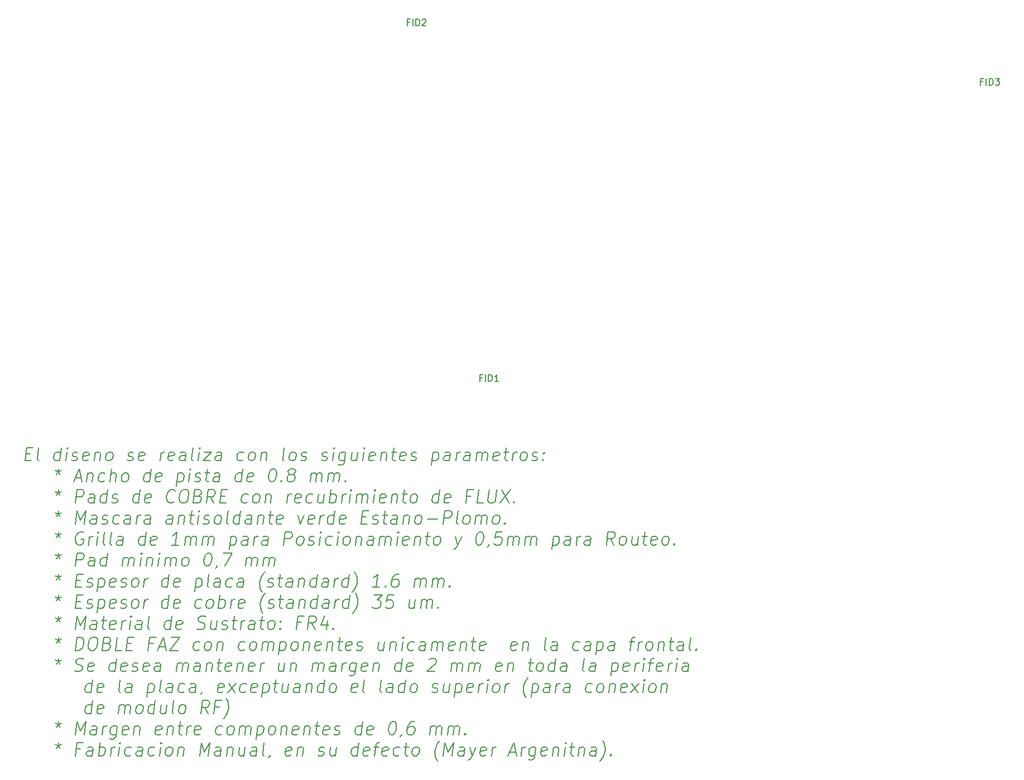
<source format=gbr>
%TF.GenerationSoftware,KiCad,Pcbnew,5.1.7-a382d34a8~87~ubuntu18.04.1*%
%TF.CreationDate,2020-10-22T00:58:17-03:00*%
%TF.ProjectId,Disp_Sec_V_1,44697370-5f53-4656-935f-565f312e6b69,1.1*%
%TF.SameCoordinates,Original*%
%TF.FileFunction,Other,ECO1*%
%FSLAX46Y46*%
G04 Gerber Fmt 4.6, Leading zero omitted, Abs format (unit mm)*
G04 Created by KiCad (PCBNEW 5.1.7-a382d34a8~87~ubuntu18.04.1) date 2020-10-22 00:58:17*
%MOMM*%
%LPD*%
G01*
G04 APERTURE LIST*
%ADD10C,0.200000*%
%ADD11C,0.150000*%
G04 APERTURE END LIST*
D10*
X75749047Y-130457142D02*
X76415714Y-130457142D01*
X76570476Y-131504761D02*
X75618095Y-131504761D01*
X75868095Y-129504761D01*
X76820476Y-129504761D01*
X77713333Y-131504761D02*
X77534761Y-131409523D01*
X77463333Y-131219047D01*
X77677619Y-129504761D01*
X80856190Y-131504761D02*
X81106190Y-129504761D01*
X80868095Y-131409523D02*
X80665714Y-131504761D01*
X80284761Y-131504761D01*
X80106190Y-131409523D01*
X80022857Y-131314285D01*
X79951428Y-131123809D01*
X80022857Y-130552380D01*
X80141904Y-130361904D01*
X80249047Y-130266666D01*
X80451428Y-130171428D01*
X80832380Y-130171428D01*
X81010952Y-130266666D01*
X81808571Y-131504761D02*
X81975238Y-130171428D01*
X82058571Y-129504761D02*
X81951428Y-129600000D01*
X82034761Y-129695238D01*
X82141904Y-129600000D01*
X82058571Y-129504761D01*
X82034761Y-129695238D01*
X82677619Y-131409523D02*
X82856190Y-131504761D01*
X83237142Y-131504761D01*
X83439523Y-131409523D01*
X83558571Y-131219047D01*
X83570476Y-131123809D01*
X83499047Y-130933333D01*
X83320476Y-130838095D01*
X83034761Y-130838095D01*
X82856190Y-130742857D01*
X82784761Y-130552380D01*
X82796666Y-130457142D01*
X82915714Y-130266666D01*
X83118095Y-130171428D01*
X83403809Y-130171428D01*
X83582380Y-130266666D01*
X85153809Y-131409523D02*
X84951428Y-131504761D01*
X84570476Y-131504761D01*
X84391904Y-131409523D01*
X84320476Y-131219047D01*
X84415714Y-130457142D01*
X84534761Y-130266666D01*
X84737142Y-130171428D01*
X85118095Y-130171428D01*
X85296666Y-130266666D01*
X85368095Y-130457142D01*
X85344285Y-130647619D01*
X84368095Y-130838095D01*
X86260952Y-130171428D02*
X86094285Y-131504761D01*
X86237142Y-130361904D02*
X86344285Y-130266666D01*
X86546666Y-130171428D01*
X86832380Y-130171428D01*
X87010952Y-130266666D01*
X87082380Y-130457142D01*
X86951428Y-131504761D01*
X88189523Y-131504761D02*
X88010952Y-131409523D01*
X87927619Y-131314285D01*
X87856190Y-131123809D01*
X87927619Y-130552380D01*
X88046666Y-130361904D01*
X88153809Y-130266666D01*
X88356190Y-130171428D01*
X88641904Y-130171428D01*
X88820476Y-130266666D01*
X88903809Y-130361904D01*
X88975238Y-130552380D01*
X88903809Y-131123809D01*
X88784761Y-131314285D01*
X88677619Y-131409523D01*
X88475238Y-131504761D01*
X88189523Y-131504761D01*
X91153809Y-131409523D02*
X91332380Y-131504761D01*
X91713333Y-131504761D01*
X91915714Y-131409523D01*
X92034761Y-131219047D01*
X92046666Y-131123809D01*
X91975238Y-130933333D01*
X91796666Y-130838095D01*
X91510952Y-130838095D01*
X91332380Y-130742857D01*
X91260952Y-130552380D01*
X91272857Y-130457142D01*
X91391904Y-130266666D01*
X91594285Y-130171428D01*
X91880000Y-130171428D01*
X92058571Y-130266666D01*
X93630000Y-131409523D02*
X93427619Y-131504761D01*
X93046666Y-131504761D01*
X92868095Y-131409523D01*
X92796666Y-131219047D01*
X92891904Y-130457142D01*
X93010952Y-130266666D01*
X93213333Y-130171428D01*
X93594285Y-130171428D01*
X93772857Y-130266666D01*
X93844285Y-130457142D01*
X93820476Y-130647619D01*
X92844285Y-130838095D01*
X96094285Y-131504761D02*
X96260952Y-130171428D01*
X96213333Y-130552380D02*
X96332380Y-130361904D01*
X96439523Y-130266666D01*
X96641904Y-130171428D01*
X96832380Y-130171428D01*
X98106190Y-131409523D02*
X97903809Y-131504761D01*
X97522857Y-131504761D01*
X97344285Y-131409523D01*
X97272857Y-131219047D01*
X97368095Y-130457142D01*
X97487142Y-130266666D01*
X97689523Y-130171428D01*
X98070476Y-130171428D01*
X98249047Y-130266666D01*
X98320476Y-130457142D01*
X98296666Y-130647619D01*
X97320476Y-130838095D01*
X99903809Y-131504761D02*
X100034761Y-130457142D01*
X99963333Y-130266666D01*
X99784761Y-130171428D01*
X99403809Y-130171428D01*
X99201428Y-130266666D01*
X99915714Y-131409523D02*
X99713333Y-131504761D01*
X99237142Y-131504761D01*
X99058571Y-131409523D01*
X98987142Y-131219047D01*
X99010952Y-131028571D01*
X99130000Y-130838095D01*
X99332380Y-130742857D01*
X99808571Y-130742857D01*
X100010952Y-130647619D01*
X101141904Y-131504761D02*
X100963333Y-131409523D01*
X100891904Y-131219047D01*
X101106190Y-129504761D01*
X101903809Y-131504761D02*
X102070476Y-130171428D01*
X102153809Y-129504761D02*
X102046666Y-129600000D01*
X102130000Y-129695238D01*
X102237142Y-129600000D01*
X102153809Y-129504761D01*
X102130000Y-129695238D01*
X102832380Y-130171428D02*
X103880000Y-130171428D01*
X102665714Y-131504761D01*
X103713333Y-131504761D01*
X105332380Y-131504761D02*
X105463333Y-130457142D01*
X105391904Y-130266666D01*
X105213333Y-130171428D01*
X104832380Y-130171428D01*
X104630000Y-130266666D01*
X105344285Y-131409523D02*
X105141904Y-131504761D01*
X104665714Y-131504761D01*
X104487142Y-131409523D01*
X104415714Y-131219047D01*
X104439523Y-131028571D01*
X104558571Y-130838095D01*
X104760952Y-130742857D01*
X105237142Y-130742857D01*
X105439523Y-130647619D01*
X108677619Y-131409523D02*
X108475238Y-131504761D01*
X108094285Y-131504761D01*
X107915714Y-131409523D01*
X107832380Y-131314285D01*
X107760952Y-131123809D01*
X107832380Y-130552380D01*
X107951428Y-130361904D01*
X108058571Y-130266666D01*
X108260952Y-130171428D01*
X108641904Y-130171428D01*
X108820476Y-130266666D01*
X109808571Y-131504761D02*
X109630000Y-131409523D01*
X109546666Y-131314285D01*
X109475238Y-131123809D01*
X109546666Y-130552380D01*
X109665714Y-130361904D01*
X109772857Y-130266666D01*
X109975238Y-130171428D01*
X110260952Y-130171428D01*
X110439523Y-130266666D01*
X110522857Y-130361904D01*
X110594285Y-130552380D01*
X110522857Y-131123809D01*
X110403809Y-131314285D01*
X110296666Y-131409523D01*
X110094285Y-131504761D01*
X109808571Y-131504761D01*
X111499047Y-130171428D02*
X111332380Y-131504761D01*
X111475238Y-130361904D02*
X111582380Y-130266666D01*
X111784761Y-130171428D01*
X112070476Y-130171428D01*
X112249047Y-130266666D01*
X112320476Y-130457142D01*
X112189523Y-131504761D01*
X114951428Y-131504761D02*
X114772857Y-131409523D01*
X114701428Y-131219047D01*
X114915714Y-129504761D01*
X115999047Y-131504761D02*
X115820476Y-131409523D01*
X115737142Y-131314285D01*
X115665714Y-131123809D01*
X115737142Y-130552380D01*
X115856190Y-130361904D01*
X115963333Y-130266666D01*
X116165714Y-130171428D01*
X116451428Y-130171428D01*
X116629999Y-130266666D01*
X116713333Y-130361904D01*
X116784761Y-130552380D01*
X116713333Y-131123809D01*
X116594285Y-131314285D01*
X116487142Y-131409523D01*
X116284761Y-131504761D01*
X115999047Y-131504761D01*
X117439523Y-131409523D02*
X117618095Y-131504761D01*
X117999047Y-131504761D01*
X118201428Y-131409523D01*
X118320476Y-131219047D01*
X118332380Y-131123809D01*
X118260952Y-130933333D01*
X118082380Y-130838095D01*
X117796666Y-130838095D01*
X117618095Y-130742857D01*
X117546666Y-130552380D01*
X117558571Y-130457142D01*
X117677619Y-130266666D01*
X117879999Y-130171428D01*
X118165714Y-130171428D01*
X118344285Y-130266666D01*
X120582380Y-131409523D02*
X120760952Y-131504761D01*
X121141904Y-131504761D01*
X121344285Y-131409523D01*
X121463333Y-131219047D01*
X121475238Y-131123809D01*
X121403809Y-130933333D01*
X121225238Y-130838095D01*
X120939523Y-130838095D01*
X120760952Y-130742857D01*
X120689523Y-130552380D01*
X120701428Y-130457142D01*
X120820476Y-130266666D01*
X121022857Y-130171428D01*
X121308571Y-130171428D01*
X121487142Y-130266666D01*
X122284761Y-131504761D02*
X122451428Y-130171428D01*
X122534761Y-129504761D02*
X122427619Y-129600000D01*
X122510952Y-129695238D01*
X122618095Y-129600000D01*
X122534761Y-129504761D01*
X122510952Y-129695238D01*
X124260952Y-130171428D02*
X124058571Y-131790476D01*
X123939523Y-131980952D01*
X123832380Y-132076190D01*
X123629999Y-132171428D01*
X123344285Y-132171428D01*
X123165714Y-132076190D01*
X124106190Y-131409523D02*
X123903809Y-131504761D01*
X123522857Y-131504761D01*
X123344285Y-131409523D01*
X123260952Y-131314285D01*
X123189523Y-131123809D01*
X123260952Y-130552380D01*
X123379999Y-130361904D01*
X123487142Y-130266666D01*
X123689523Y-130171428D01*
X124070476Y-130171428D01*
X124249047Y-130266666D01*
X126070476Y-130171428D02*
X125903809Y-131504761D01*
X125213333Y-130171428D02*
X125082380Y-131219047D01*
X125153809Y-131409523D01*
X125332380Y-131504761D01*
X125618095Y-131504761D01*
X125820476Y-131409523D01*
X125927619Y-131314285D01*
X126856190Y-131504761D02*
X127022857Y-130171428D01*
X127106190Y-129504761D02*
X126999047Y-129600000D01*
X127082380Y-129695238D01*
X127189523Y-129600000D01*
X127106190Y-129504761D01*
X127082380Y-129695238D01*
X128582380Y-131409523D02*
X128379999Y-131504761D01*
X127999047Y-131504761D01*
X127820476Y-131409523D01*
X127749047Y-131219047D01*
X127844285Y-130457142D01*
X127963333Y-130266666D01*
X128165714Y-130171428D01*
X128546666Y-130171428D01*
X128725238Y-130266666D01*
X128796666Y-130457142D01*
X128772857Y-130647619D01*
X127796666Y-130838095D01*
X129689523Y-130171428D02*
X129522857Y-131504761D01*
X129665714Y-130361904D02*
X129772857Y-130266666D01*
X129975238Y-130171428D01*
X130260952Y-130171428D01*
X130439523Y-130266666D01*
X130510952Y-130457142D01*
X130379999Y-131504761D01*
X131213333Y-130171428D02*
X131975238Y-130171428D01*
X131582380Y-129504761D02*
X131368095Y-131219047D01*
X131439523Y-131409523D01*
X131618095Y-131504761D01*
X131808571Y-131504761D01*
X133249047Y-131409523D02*
X133046666Y-131504761D01*
X132665714Y-131504761D01*
X132487142Y-131409523D01*
X132415714Y-131219047D01*
X132510952Y-130457142D01*
X132629999Y-130266666D01*
X132832380Y-130171428D01*
X133213333Y-130171428D01*
X133391904Y-130266666D01*
X133463333Y-130457142D01*
X133439523Y-130647619D01*
X132463333Y-130838095D01*
X134106190Y-131409523D02*
X134284761Y-131504761D01*
X134665714Y-131504761D01*
X134868095Y-131409523D01*
X134987142Y-131219047D01*
X134999047Y-131123809D01*
X134927619Y-130933333D01*
X134749047Y-130838095D01*
X134463333Y-130838095D01*
X134284761Y-130742857D01*
X134213333Y-130552380D01*
X134225238Y-130457142D01*
X134344285Y-130266666D01*
X134546666Y-130171428D01*
X134832380Y-130171428D01*
X135010952Y-130266666D01*
X137499047Y-130171428D02*
X137249047Y-132171428D01*
X137487142Y-130266666D02*
X137689523Y-130171428D01*
X138070476Y-130171428D01*
X138249047Y-130266666D01*
X138332380Y-130361904D01*
X138403809Y-130552380D01*
X138332380Y-131123809D01*
X138213333Y-131314285D01*
X138106190Y-131409523D01*
X137903809Y-131504761D01*
X137522857Y-131504761D01*
X137344285Y-131409523D01*
X139999047Y-131504761D02*
X140129999Y-130457142D01*
X140058571Y-130266666D01*
X139879999Y-130171428D01*
X139499047Y-130171428D01*
X139296666Y-130266666D01*
X140010952Y-131409523D02*
X139808571Y-131504761D01*
X139332380Y-131504761D01*
X139153809Y-131409523D01*
X139082380Y-131219047D01*
X139106190Y-131028571D01*
X139225238Y-130838095D01*
X139427619Y-130742857D01*
X139903809Y-130742857D01*
X140106190Y-130647619D01*
X140951428Y-131504761D02*
X141118095Y-130171428D01*
X141070476Y-130552380D02*
X141189523Y-130361904D01*
X141296666Y-130266666D01*
X141499047Y-130171428D01*
X141689523Y-130171428D01*
X143046666Y-131504761D02*
X143177619Y-130457142D01*
X143106190Y-130266666D01*
X142927619Y-130171428D01*
X142546666Y-130171428D01*
X142344285Y-130266666D01*
X143058571Y-131409523D02*
X142856190Y-131504761D01*
X142379999Y-131504761D01*
X142201428Y-131409523D01*
X142129999Y-131219047D01*
X142153809Y-131028571D01*
X142272857Y-130838095D01*
X142475238Y-130742857D01*
X142951428Y-130742857D01*
X143153809Y-130647619D01*
X143999047Y-131504761D02*
X144165714Y-130171428D01*
X144141904Y-130361904D02*
X144249047Y-130266666D01*
X144451428Y-130171428D01*
X144737142Y-130171428D01*
X144915714Y-130266666D01*
X144987142Y-130457142D01*
X144856190Y-131504761D01*
X144987142Y-130457142D02*
X145106190Y-130266666D01*
X145308571Y-130171428D01*
X145594285Y-130171428D01*
X145772857Y-130266666D01*
X145844285Y-130457142D01*
X145713333Y-131504761D01*
X147439523Y-131409523D02*
X147237142Y-131504761D01*
X146856190Y-131504761D01*
X146677619Y-131409523D01*
X146606190Y-131219047D01*
X146701428Y-130457142D01*
X146820476Y-130266666D01*
X147022857Y-130171428D01*
X147403809Y-130171428D01*
X147582380Y-130266666D01*
X147653809Y-130457142D01*
X147629999Y-130647619D01*
X146653809Y-130838095D01*
X148260952Y-130171428D02*
X149022857Y-130171428D01*
X148630000Y-129504761D02*
X148415714Y-131219047D01*
X148487142Y-131409523D01*
X148665714Y-131504761D01*
X148856190Y-131504761D01*
X149522857Y-131504761D02*
X149689523Y-130171428D01*
X149641904Y-130552380D02*
X149760952Y-130361904D01*
X149868095Y-130266666D01*
X150070476Y-130171428D01*
X150260952Y-130171428D01*
X151046666Y-131504761D02*
X150868095Y-131409523D01*
X150784761Y-131314285D01*
X150713333Y-131123809D01*
X150784761Y-130552380D01*
X150903809Y-130361904D01*
X151010952Y-130266666D01*
X151213333Y-130171428D01*
X151499047Y-130171428D01*
X151677619Y-130266666D01*
X151760952Y-130361904D01*
X151832380Y-130552380D01*
X151760952Y-131123809D01*
X151641904Y-131314285D01*
X151534761Y-131409523D01*
X151332380Y-131504761D01*
X151046666Y-131504761D01*
X152487142Y-131409523D02*
X152665714Y-131504761D01*
X153046666Y-131504761D01*
X153249047Y-131409523D01*
X153368095Y-131219047D01*
X153380000Y-131123809D01*
X153308571Y-130933333D01*
X153130000Y-130838095D01*
X152844285Y-130838095D01*
X152665714Y-130742857D01*
X152594285Y-130552380D01*
X152606190Y-130457142D01*
X152725238Y-130266666D01*
X152927619Y-130171428D01*
X153213333Y-130171428D01*
X153391904Y-130266666D01*
X154213333Y-131314285D02*
X154296666Y-131409523D01*
X154189523Y-131504761D01*
X154106190Y-131409523D01*
X154213333Y-131314285D01*
X154189523Y-131504761D01*
X154344285Y-130266666D02*
X154427619Y-130361904D01*
X154320476Y-130457142D01*
X154237142Y-130361904D01*
X154344285Y-130266666D01*
X154320476Y-130457142D01*
X80725238Y-132704761D02*
X80665714Y-133180952D01*
X80213333Y-132990476D02*
X80665714Y-133180952D01*
X81165714Y-132990476D01*
X80332380Y-133561904D02*
X80665714Y-133180952D01*
X80903809Y-133561904D01*
X83213333Y-134133333D02*
X84165714Y-134133333D01*
X82951428Y-134704761D02*
X83868095Y-132704761D01*
X84284761Y-134704761D01*
X85118095Y-133371428D02*
X84951428Y-134704761D01*
X85094285Y-133561904D02*
X85201428Y-133466666D01*
X85403809Y-133371428D01*
X85689523Y-133371428D01*
X85868095Y-133466666D01*
X85939523Y-133657142D01*
X85808571Y-134704761D01*
X87630000Y-134609523D02*
X87427619Y-134704761D01*
X87046666Y-134704761D01*
X86868095Y-134609523D01*
X86784761Y-134514285D01*
X86713333Y-134323809D01*
X86784761Y-133752380D01*
X86903809Y-133561904D01*
X87010952Y-133466666D01*
X87213333Y-133371428D01*
X87594285Y-133371428D01*
X87772857Y-133466666D01*
X88475238Y-134704761D02*
X88725238Y-132704761D01*
X89332380Y-134704761D02*
X89463333Y-133657142D01*
X89391904Y-133466666D01*
X89213333Y-133371428D01*
X88927619Y-133371428D01*
X88725238Y-133466666D01*
X88618095Y-133561904D01*
X90570476Y-134704761D02*
X90391904Y-134609523D01*
X90308571Y-134514285D01*
X90237142Y-134323809D01*
X90308571Y-133752380D01*
X90427619Y-133561904D01*
X90534761Y-133466666D01*
X90737142Y-133371428D01*
X91022857Y-133371428D01*
X91201428Y-133466666D01*
X91284761Y-133561904D01*
X91356190Y-133752380D01*
X91284761Y-134323809D01*
X91165714Y-134514285D01*
X91058571Y-134609523D01*
X90856190Y-134704761D01*
X90570476Y-134704761D01*
X94475238Y-134704761D02*
X94725238Y-132704761D01*
X94487142Y-134609523D02*
X94284761Y-134704761D01*
X93903809Y-134704761D01*
X93725238Y-134609523D01*
X93641904Y-134514285D01*
X93570476Y-134323809D01*
X93641904Y-133752380D01*
X93760952Y-133561904D01*
X93868095Y-133466666D01*
X94070476Y-133371428D01*
X94451428Y-133371428D01*
X94630000Y-133466666D01*
X96201428Y-134609523D02*
X95999047Y-134704761D01*
X95618095Y-134704761D01*
X95439523Y-134609523D01*
X95368095Y-134419047D01*
X95463333Y-133657142D01*
X95582380Y-133466666D01*
X95784761Y-133371428D01*
X96165714Y-133371428D01*
X96344285Y-133466666D01*
X96415714Y-133657142D01*
X96391904Y-133847619D01*
X95415714Y-134038095D01*
X98832380Y-133371428D02*
X98582380Y-135371428D01*
X98820476Y-133466666D02*
X99022857Y-133371428D01*
X99403809Y-133371428D01*
X99582380Y-133466666D01*
X99665714Y-133561904D01*
X99737142Y-133752380D01*
X99665714Y-134323809D01*
X99546666Y-134514285D01*
X99439523Y-134609523D01*
X99237142Y-134704761D01*
X98856190Y-134704761D01*
X98677619Y-134609523D01*
X100475238Y-134704761D02*
X100641904Y-133371428D01*
X100725238Y-132704761D02*
X100618095Y-132800000D01*
X100701428Y-132895238D01*
X100808571Y-132800000D01*
X100725238Y-132704761D01*
X100701428Y-132895238D01*
X101344285Y-134609523D02*
X101522857Y-134704761D01*
X101903809Y-134704761D01*
X102106190Y-134609523D01*
X102225238Y-134419047D01*
X102237142Y-134323809D01*
X102165714Y-134133333D01*
X101987142Y-134038095D01*
X101701428Y-134038095D01*
X101522857Y-133942857D01*
X101451428Y-133752380D01*
X101463333Y-133657142D01*
X101582380Y-133466666D01*
X101784761Y-133371428D01*
X102070476Y-133371428D01*
X102249047Y-133466666D01*
X102927619Y-133371428D02*
X103689523Y-133371428D01*
X103296666Y-132704761D02*
X103082380Y-134419047D01*
X103153809Y-134609523D01*
X103332380Y-134704761D01*
X103522857Y-134704761D01*
X105046666Y-134704761D02*
X105177619Y-133657142D01*
X105106190Y-133466666D01*
X104927619Y-133371428D01*
X104546666Y-133371428D01*
X104344285Y-133466666D01*
X105058571Y-134609523D02*
X104856190Y-134704761D01*
X104380000Y-134704761D01*
X104201428Y-134609523D01*
X104130000Y-134419047D01*
X104153809Y-134228571D01*
X104272857Y-134038095D01*
X104475238Y-133942857D01*
X104951428Y-133942857D01*
X105153809Y-133847619D01*
X108380000Y-134704761D02*
X108630000Y-132704761D01*
X108391904Y-134609523D02*
X108189523Y-134704761D01*
X107808571Y-134704761D01*
X107630000Y-134609523D01*
X107546666Y-134514285D01*
X107475238Y-134323809D01*
X107546666Y-133752380D01*
X107665714Y-133561904D01*
X107772857Y-133466666D01*
X107975238Y-133371428D01*
X108356190Y-133371428D01*
X108534761Y-133466666D01*
X110106190Y-134609523D02*
X109903809Y-134704761D01*
X109522857Y-134704761D01*
X109344285Y-134609523D01*
X109272857Y-134419047D01*
X109368095Y-133657142D01*
X109487142Y-133466666D01*
X109689523Y-133371428D01*
X110070476Y-133371428D01*
X110249047Y-133466666D01*
X110320476Y-133657142D01*
X110296666Y-133847619D01*
X109320476Y-134038095D01*
X113201428Y-132704761D02*
X113391904Y-132704761D01*
X113570476Y-132800000D01*
X113653809Y-132895238D01*
X113725238Y-133085714D01*
X113772857Y-133466666D01*
X113713333Y-133942857D01*
X113570476Y-134323809D01*
X113451428Y-134514285D01*
X113344285Y-134609523D01*
X113141904Y-134704761D01*
X112951428Y-134704761D01*
X112772857Y-134609523D01*
X112689523Y-134514285D01*
X112618095Y-134323809D01*
X112570476Y-133942857D01*
X112630000Y-133466666D01*
X112772857Y-133085714D01*
X112891904Y-132895238D01*
X112999047Y-132800000D01*
X113201428Y-132704761D01*
X114499047Y-134514285D02*
X114582380Y-134609523D01*
X114475238Y-134704761D01*
X114391904Y-134609523D01*
X114499047Y-134514285D01*
X114475238Y-134704761D01*
X115856190Y-133561904D02*
X115677619Y-133466666D01*
X115594285Y-133371428D01*
X115522857Y-133180952D01*
X115534761Y-133085714D01*
X115653809Y-132895238D01*
X115760952Y-132800000D01*
X115963333Y-132704761D01*
X116344285Y-132704761D01*
X116522857Y-132800000D01*
X116606190Y-132895238D01*
X116677619Y-133085714D01*
X116665714Y-133180952D01*
X116546666Y-133371428D01*
X116439523Y-133466666D01*
X116237142Y-133561904D01*
X115856190Y-133561904D01*
X115653809Y-133657142D01*
X115546666Y-133752380D01*
X115427619Y-133942857D01*
X115380000Y-134323809D01*
X115451428Y-134514285D01*
X115534761Y-134609523D01*
X115713333Y-134704761D01*
X116094285Y-134704761D01*
X116296666Y-134609523D01*
X116403809Y-134514285D01*
X116522857Y-134323809D01*
X116570476Y-133942857D01*
X116499047Y-133752380D01*
X116415714Y-133657142D01*
X116237142Y-133561904D01*
X118856190Y-134704761D02*
X119022857Y-133371428D01*
X118999047Y-133561904D02*
X119106190Y-133466666D01*
X119308571Y-133371428D01*
X119594285Y-133371428D01*
X119772857Y-133466666D01*
X119844285Y-133657142D01*
X119713333Y-134704761D01*
X119844285Y-133657142D02*
X119963333Y-133466666D01*
X120165714Y-133371428D01*
X120451428Y-133371428D01*
X120630000Y-133466666D01*
X120701428Y-133657142D01*
X120570476Y-134704761D01*
X121522857Y-134704761D02*
X121689523Y-133371428D01*
X121665714Y-133561904D02*
X121772857Y-133466666D01*
X121975238Y-133371428D01*
X122260952Y-133371428D01*
X122439523Y-133466666D01*
X122510952Y-133657142D01*
X122380000Y-134704761D01*
X122510952Y-133657142D02*
X122629999Y-133466666D01*
X122832380Y-133371428D01*
X123118095Y-133371428D01*
X123296666Y-133466666D01*
X123368095Y-133657142D01*
X123237142Y-134704761D01*
X124213333Y-134514285D02*
X124296666Y-134609523D01*
X124189523Y-134704761D01*
X124106190Y-134609523D01*
X124213333Y-134514285D01*
X124189523Y-134704761D01*
X80725238Y-135904761D02*
X80665714Y-136380952D01*
X80213333Y-136190476D02*
X80665714Y-136380952D01*
X81165714Y-136190476D01*
X80332380Y-136761904D02*
X80665714Y-136380952D01*
X80903809Y-136761904D01*
X83237142Y-137904761D02*
X83487142Y-135904761D01*
X84249047Y-135904761D01*
X84427619Y-136000000D01*
X84510952Y-136095238D01*
X84582380Y-136285714D01*
X84546666Y-136571428D01*
X84427619Y-136761904D01*
X84320476Y-136857142D01*
X84118095Y-136952380D01*
X83356190Y-136952380D01*
X86094285Y-137904761D02*
X86225238Y-136857142D01*
X86153809Y-136666666D01*
X85975238Y-136571428D01*
X85594285Y-136571428D01*
X85391904Y-136666666D01*
X86106190Y-137809523D02*
X85903809Y-137904761D01*
X85427619Y-137904761D01*
X85249047Y-137809523D01*
X85177619Y-137619047D01*
X85201428Y-137428571D01*
X85320476Y-137238095D01*
X85522857Y-137142857D01*
X85999047Y-137142857D01*
X86201428Y-137047619D01*
X87903809Y-137904761D02*
X88153809Y-135904761D01*
X87915714Y-137809523D02*
X87713333Y-137904761D01*
X87332380Y-137904761D01*
X87153809Y-137809523D01*
X87070476Y-137714285D01*
X86999047Y-137523809D01*
X87070476Y-136952380D01*
X87189523Y-136761904D01*
X87296666Y-136666666D01*
X87499047Y-136571428D01*
X87880000Y-136571428D01*
X88058571Y-136666666D01*
X88772857Y-137809523D02*
X88951428Y-137904761D01*
X89332380Y-137904761D01*
X89534761Y-137809523D01*
X89653809Y-137619047D01*
X89665714Y-137523809D01*
X89594285Y-137333333D01*
X89415714Y-137238095D01*
X89130000Y-137238095D01*
X88951428Y-137142857D01*
X88880000Y-136952380D01*
X88891904Y-136857142D01*
X89010952Y-136666666D01*
X89213333Y-136571428D01*
X89499047Y-136571428D01*
X89677619Y-136666666D01*
X92856190Y-137904761D02*
X93106190Y-135904761D01*
X92868095Y-137809523D02*
X92665714Y-137904761D01*
X92284761Y-137904761D01*
X92106190Y-137809523D01*
X92022857Y-137714285D01*
X91951428Y-137523809D01*
X92022857Y-136952380D01*
X92141904Y-136761904D01*
X92249047Y-136666666D01*
X92451428Y-136571428D01*
X92832380Y-136571428D01*
X93010952Y-136666666D01*
X94582380Y-137809523D02*
X94380000Y-137904761D01*
X93999047Y-137904761D01*
X93820476Y-137809523D01*
X93749047Y-137619047D01*
X93844285Y-136857142D01*
X93963333Y-136666666D01*
X94165714Y-136571428D01*
X94546666Y-136571428D01*
X94725238Y-136666666D01*
X94796666Y-136857142D01*
X94772857Y-137047619D01*
X93796666Y-137238095D01*
X98213333Y-137714285D02*
X98106190Y-137809523D01*
X97808571Y-137904761D01*
X97618095Y-137904761D01*
X97344285Y-137809523D01*
X97177619Y-137619047D01*
X97106190Y-137428571D01*
X97058571Y-137047619D01*
X97094285Y-136761904D01*
X97237142Y-136380952D01*
X97356190Y-136190476D01*
X97570476Y-136000000D01*
X97868095Y-135904761D01*
X98058571Y-135904761D01*
X98332380Y-136000000D01*
X98415714Y-136095238D01*
X99677619Y-135904761D02*
X100058571Y-135904761D01*
X100237142Y-136000000D01*
X100403809Y-136190476D01*
X100451428Y-136571428D01*
X100368095Y-137238095D01*
X100225238Y-137619047D01*
X100010952Y-137809523D01*
X99808571Y-137904761D01*
X99427619Y-137904761D01*
X99249047Y-137809523D01*
X99082380Y-137619047D01*
X99034761Y-137238095D01*
X99118095Y-136571428D01*
X99260952Y-136190476D01*
X99475238Y-136000000D01*
X99677619Y-135904761D01*
X101939523Y-136857142D02*
X102213333Y-136952380D01*
X102296666Y-137047619D01*
X102368095Y-137238095D01*
X102332380Y-137523809D01*
X102213333Y-137714285D01*
X102106190Y-137809523D01*
X101903809Y-137904761D01*
X101141904Y-137904761D01*
X101391904Y-135904761D01*
X102058571Y-135904761D01*
X102237142Y-136000000D01*
X102320476Y-136095238D01*
X102391904Y-136285714D01*
X102368095Y-136476190D01*
X102249047Y-136666666D01*
X102141904Y-136761904D01*
X101939523Y-136857142D01*
X101272857Y-136857142D01*
X104284761Y-137904761D02*
X103737142Y-136952380D01*
X103141904Y-137904761D02*
X103391904Y-135904761D01*
X104153809Y-135904761D01*
X104332380Y-136000000D01*
X104415714Y-136095238D01*
X104487142Y-136285714D01*
X104451428Y-136571428D01*
X104332380Y-136761904D01*
X104225238Y-136857142D01*
X104022857Y-136952380D01*
X103260952Y-136952380D01*
X105272857Y-136857142D02*
X105939523Y-136857142D01*
X106094285Y-137904761D02*
X105141904Y-137904761D01*
X105391904Y-135904761D01*
X106344285Y-135904761D01*
X109344285Y-137809523D02*
X109141904Y-137904761D01*
X108760952Y-137904761D01*
X108582380Y-137809523D01*
X108499047Y-137714285D01*
X108427619Y-137523809D01*
X108499047Y-136952380D01*
X108618095Y-136761904D01*
X108725238Y-136666666D01*
X108927619Y-136571428D01*
X109308571Y-136571428D01*
X109487142Y-136666666D01*
X110475238Y-137904761D02*
X110296666Y-137809523D01*
X110213333Y-137714285D01*
X110141904Y-137523809D01*
X110213333Y-136952380D01*
X110332380Y-136761904D01*
X110439523Y-136666666D01*
X110641904Y-136571428D01*
X110927619Y-136571428D01*
X111106190Y-136666666D01*
X111189523Y-136761904D01*
X111260952Y-136952380D01*
X111189523Y-137523809D01*
X111070476Y-137714285D01*
X110963333Y-137809523D01*
X110760952Y-137904761D01*
X110475238Y-137904761D01*
X112165714Y-136571428D02*
X111999047Y-137904761D01*
X112141904Y-136761904D02*
X112249047Y-136666666D01*
X112451428Y-136571428D01*
X112737142Y-136571428D01*
X112915714Y-136666666D01*
X112987142Y-136857142D01*
X112856190Y-137904761D01*
X115332380Y-137904761D02*
X115499047Y-136571428D01*
X115451428Y-136952380D02*
X115570476Y-136761904D01*
X115677619Y-136666666D01*
X115879999Y-136571428D01*
X116070476Y-136571428D01*
X117344285Y-137809523D02*
X117141904Y-137904761D01*
X116760952Y-137904761D01*
X116582380Y-137809523D01*
X116510952Y-137619047D01*
X116606190Y-136857142D01*
X116725238Y-136666666D01*
X116927619Y-136571428D01*
X117308571Y-136571428D01*
X117487142Y-136666666D01*
X117558571Y-136857142D01*
X117534761Y-137047619D01*
X116558571Y-137238095D01*
X119153809Y-137809523D02*
X118951428Y-137904761D01*
X118570476Y-137904761D01*
X118391904Y-137809523D01*
X118308571Y-137714285D01*
X118237142Y-137523809D01*
X118308571Y-136952380D01*
X118427619Y-136761904D01*
X118534761Y-136666666D01*
X118737142Y-136571428D01*
X119118095Y-136571428D01*
X119296666Y-136666666D01*
X121022857Y-136571428D02*
X120856190Y-137904761D01*
X120165714Y-136571428D02*
X120034761Y-137619047D01*
X120106190Y-137809523D01*
X120284761Y-137904761D01*
X120570476Y-137904761D01*
X120772857Y-137809523D01*
X120880000Y-137714285D01*
X121808571Y-137904761D02*
X122058571Y-135904761D01*
X121963333Y-136666666D02*
X122165714Y-136571428D01*
X122546666Y-136571428D01*
X122725238Y-136666666D01*
X122808571Y-136761904D01*
X122879999Y-136952380D01*
X122808571Y-137523809D01*
X122689523Y-137714285D01*
X122582380Y-137809523D01*
X122379999Y-137904761D01*
X121999047Y-137904761D01*
X121820476Y-137809523D01*
X123618095Y-137904761D02*
X123784761Y-136571428D01*
X123737142Y-136952380D02*
X123856190Y-136761904D01*
X123963333Y-136666666D01*
X124165714Y-136571428D01*
X124356190Y-136571428D01*
X124856190Y-137904761D02*
X125022857Y-136571428D01*
X125106190Y-135904761D02*
X124999047Y-136000000D01*
X125082380Y-136095238D01*
X125189523Y-136000000D01*
X125106190Y-135904761D01*
X125082380Y-136095238D01*
X125808571Y-137904761D02*
X125975238Y-136571428D01*
X125951428Y-136761904D02*
X126058571Y-136666666D01*
X126260952Y-136571428D01*
X126546666Y-136571428D01*
X126725238Y-136666666D01*
X126796666Y-136857142D01*
X126665714Y-137904761D01*
X126796666Y-136857142D02*
X126915714Y-136666666D01*
X127118095Y-136571428D01*
X127403809Y-136571428D01*
X127582380Y-136666666D01*
X127653809Y-136857142D01*
X127522857Y-137904761D01*
X128475238Y-137904761D02*
X128641904Y-136571428D01*
X128725238Y-135904761D02*
X128618095Y-136000000D01*
X128701428Y-136095238D01*
X128808571Y-136000000D01*
X128725238Y-135904761D01*
X128701428Y-136095238D01*
X130201428Y-137809523D02*
X129999047Y-137904761D01*
X129618095Y-137904761D01*
X129439523Y-137809523D01*
X129368095Y-137619047D01*
X129463333Y-136857142D01*
X129582380Y-136666666D01*
X129784761Y-136571428D01*
X130165714Y-136571428D01*
X130344285Y-136666666D01*
X130415714Y-136857142D01*
X130391904Y-137047619D01*
X129415714Y-137238095D01*
X131308571Y-136571428D02*
X131141904Y-137904761D01*
X131284761Y-136761904D02*
X131391904Y-136666666D01*
X131594285Y-136571428D01*
X131879999Y-136571428D01*
X132058571Y-136666666D01*
X132130000Y-136857142D01*
X131999047Y-137904761D01*
X132832380Y-136571428D02*
X133594285Y-136571428D01*
X133201428Y-135904761D02*
X132987142Y-137619047D01*
X133058571Y-137809523D01*
X133237142Y-137904761D01*
X133427619Y-137904761D01*
X134380000Y-137904761D02*
X134201428Y-137809523D01*
X134118095Y-137714285D01*
X134046666Y-137523809D01*
X134118095Y-136952380D01*
X134237142Y-136761904D01*
X134344285Y-136666666D01*
X134546666Y-136571428D01*
X134832380Y-136571428D01*
X135010952Y-136666666D01*
X135094285Y-136761904D01*
X135165714Y-136952380D01*
X135094285Y-137523809D01*
X134975238Y-137714285D01*
X134868095Y-137809523D01*
X134665714Y-137904761D01*
X134380000Y-137904761D01*
X138284761Y-137904761D02*
X138534761Y-135904761D01*
X138296666Y-137809523D02*
X138094285Y-137904761D01*
X137713333Y-137904761D01*
X137534761Y-137809523D01*
X137451428Y-137714285D01*
X137379999Y-137523809D01*
X137451428Y-136952380D01*
X137570476Y-136761904D01*
X137677619Y-136666666D01*
X137879999Y-136571428D01*
X138260952Y-136571428D01*
X138439523Y-136666666D01*
X140010952Y-137809523D02*
X139808571Y-137904761D01*
X139427619Y-137904761D01*
X139249047Y-137809523D01*
X139177619Y-137619047D01*
X139272857Y-136857142D01*
X139391904Y-136666666D01*
X139594285Y-136571428D01*
X139975238Y-136571428D01*
X140153809Y-136666666D01*
X140225238Y-136857142D01*
X140201428Y-137047619D01*
X139225238Y-137238095D01*
X143272857Y-136857142D02*
X142606190Y-136857142D01*
X142475238Y-137904761D02*
X142725238Y-135904761D01*
X143677619Y-135904761D01*
X145141904Y-137904761D02*
X144189523Y-137904761D01*
X144439523Y-135904761D01*
X146058571Y-135904761D02*
X145856190Y-137523809D01*
X145927619Y-137714285D01*
X146010952Y-137809523D01*
X146189523Y-137904761D01*
X146570476Y-137904761D01*
X146772857Y-137809523D01*
X146879999Y-137714285D01*
X146999047Y-137523809D01*
X147201428Y-135904761D01*
X147963333Y-135904761D02*
X149046666Y-137904761D01*
X149296666Y-135904761D02*
X147713333Y-137904761D01*
X149832380Y-137714285D02*
X149915714Y-137809523D01*
X149808571Y-137904761D01*
X149725238Y-137809523D01*
X149832380Y-137714285D01*
X149808571Y-137904761D01*
X80725238Y-139104761D02*
X80665714Y-139580952D01*
X80213333Y-139390476D02*
X80665714Y-139580952D01*
X81165714Y-139390476D01*
X80332380Y-139961904D02*
X80665714Y-139580952D01*
X80903809Y-139961904D01*
X83237142Y-141104761D02*
X83487142Y-139104761D01*
X83975238Y-140533333D01*
X84820476Y-139104761D01*
X84570476Y-141104761D01*
X86380000Y-141104761D02*
X86510952Y-140057142D01*
X86439523Y-139866666D01*
X86260952Y-139771428D01*
X85880000Y-139771428D01*
X85677619Y-139866666D01*
X86391904Y-141009523D02*
X86189523Y-141104761D01*
X85713333Y-141104761D01*
X85534761Y-141009523D01*
X85463333Y-140819047D01*
X85487142Y-140628571D01*
X85606190Y-140438095D01*
X85808571Y-140342857D01*
X86284761Y-140342857D01*
X86487142Y-140247619D01*
X87249047Y-141009523D02*
X87427619Y-141104761D01*
X87808571Y-141104761D01*
X88010952Y-141009523D01*
X88130000Y-140819047D01*
X88141904Y-140723809D01*
X88070476Y-140533333D01*
X87891904Y-140438095D01*
X87606190Y-140438095D01*
X87427619Y-140342857D01*
X87356190Y-140152380D01*
X87368095Y-140057142D01*
X87487142Y-139866666D01*
X87689523Y-139771428D01*
X87975238Y-139771428D01*
X88153809Y-139866666D01*
X89820476Y-141009523D02*
X89618095Y-141104761D01*
X89237142Y-141104761D01*
X89058571Y-141009523D01*
X88975238Y-140914285D01*
X88903809Y-140723809D01*
X88975238Y-140152380D01*
X89094285Y-139961904D01*
X89201428Y-139866666D01*
X89403809Y-139771428D01*
X89784761Y-139771428D01*
X89963333Y-139866666D01*
X91522857Y-141104761D02*
X91653809Y-140057142D01*
X91582380Y-139866666D01*
X91403809Y-139771428D01*
X91022857Y-139771428D01*
X90820476Y-139866666D01*
X91534761Y-141009523D02*
X91332380Y-141104761D01*
X90856190Y-141104761D01*
X90677619Y-141009523D01*
X90606190Y-140819047D01*
X90630000Y-140628571D01*
X90749047Y-140438095D01*
X90951428Y-140342857D01*
X91427619Y-140342857D01*
X91630000Y-140247619D01*
X92475238Y-141104761D02*
X92641904Y-139771428D01*
X92594285Y-140152380D02*
X92713333Y-139961904D01*
X92820476Y-139866666D01*
X93022857Y-139771428D01*
X93213333Y-139771428D01*
X94570476Y-141104761D02*
X94701428Y-140057142D01*
X94630000Y-139866666D01*
X94451428Y-139771428D01*
X94070476Y-139771428D01*
X93868095Y-139866666D01*
X94582380Y-141009523D02*
X94380000Y-141104761D01*
X93903809Y-141104761D01*
X93725238Y-141009523D01*
X93653809Y-140819047D01*
X93677619Y-140628571D01*
X93796666Y-140438095D01*
X93999047Y-140342857D01*
X94475238Y-140342857D01*
X94677619Y-140247619D01*
X97903809Y-141104761D02*
X98034761Y-140057142D01*
X97963333Y-139866666D01*
X97784761Y-139771428D01*
X97403809Y-139771428D01*
X97201428Y-139866666D01*
X97915714Y-141009523D02*
X97713333Y-141104761D01*
X97237142Y-141104761D01*
X97058571Y-141009523D01*
X96987142Y-140819047D01*
X97010952Y-140628571D01*
X97130000Y-140438095D01*
X97332380Y-140342857D01*
X97808571Y-140342857D01*
X98010952Y-140247619D01*
X99022857Y-139771428D02*
X98856190Y-141104761D01*
X98999047Y-139961904D02*
X99106190Y-139866666D01*
X99308571Y-139771428D01*
X99594285Y-139771428D01*
X99772857Y-139866666D01*
X99844285Y-140057142D01*
X99713333Y-141104761D01*
X100546666Y-139771428D02*
X101308571Y-139771428D01*
X100915714Y-139104761D02*
X100701428Y-140819047D01*
X100772857Y-141009523D01*
X100951428Y-141104761D01*
X101141904Y-141104761D01*
X101808571Y-141104761D02*
X101975238Y-139771428D01*
X102058571Y-139104761D02*
X101951428Y-139200000D01*
X102034761Y-139295238D01*
X102141904Y-139200000D01*
X102058571Y-139104761D01*
X102034761Y-139295238D01*
X102677619Y-141009523D02*
X102856190Y-141104761D01*
X103237142Y-141104761D01*
X103439523Y-141009523D01*
X103558571Y-140819047D01*
X103570476Y-140723809D01*
X103499047Y-140533333D01*
X103320476Y-140438095D01*
X103034761Y-140438095D01*
X102856190Y-140342857D01*
X102784761Y-140152380D01*
X102796666Y-140057142D01*
X102915714Y-139866666D01*
X103118095Y-139771428D01*
X103403809Y-139771428D01*
X103582380Y-139866666D01*
X104665714Y-141104761D02*
X104487142Y-141009523D01*
X104403809Y-140914285D01*
X104332380Y-140723809D01*
X104403809Y-140152380D01*
X104522857Y-139961904D01*
X104630000Y-139866666D01*
X104832380Y-139771428D01*
X105118095Y-139771428D01*
X105296666Y-139866666D01*
X105380000Y-139961904D01*
X105451428Y-140152380D01*
X105380000Y-140723809D01*
X105260952Y-140914285D01*
X105153809Y-141009523D01*
X104951428Y-141104761D01*
X104665714Y-141104761D01*
X106475238Y-141104761D02*
X106296666Y-141009523D01*
X106225238Y-140819047D01*
X106439523Y-139104761D01*
X108094285Y-141104761D02*
X108344285Y-139104761D01*
X108106190Y-141009523D02*
X107903809Y-141104761D01*
X107522857Y-141104761D01*
X107344285Y-141009523D01*
X107260952Y-140914285D01*
X107189523Y-140723809D01*
X107260952Y-140152380D01*
X107380000Y-139961904D01*
X107487142Y-139866666D01*
X107689523Y-139771428D01*
X108070476Y-139771428D01*
X108249047Y-139866666D01*
X109903809Y-141104761D02*
X110034761Y-140057142D01*
X109963333Y-139866666D01*
X109784761Y-139771428D01*
X109403809Y-139771428D01*
X109201428Y-139866666D01*
X109915714Y-141009523D02*
X109713333Y-141104761D01*
X109237142Y-141104761D01*
X109058571Y-141009523D01*
X108987142Y-140819047D01*
X109010952Y-140628571D01*
X109130000Y-140438095D01*
X109332380Y-140342857D01*
X109808571Y-140342857D01*
X110010952Y-140247619D01*
X111022857Y-139771428D02*
X110856190Y-141104761D01*
X110999047Y-139961904D02*
X111106190Y-139866666D01*
X111308571Y-139771428D01*
X111594285Y-139771428D01*
X111772857Y-139866666D01*
X111844285Y-140057142D01*
X111713333Y-141104761D01*
X112546666Y-139771428D02*
X113308571Y-139771428D01*
X112915714Y-139104761D02*
X112701428Y-140819047D01*
X112772857Y-141009523D01*
X112951428Y-141104761D01*
X113141904Y-141104761D01*
X114582380Y-141009523D02*
X114380000Y-141104761D01*
X113999047Y-141104761D01*
X113820476Y-141009523D01*
X113749047Y-140819047D01*
X113844285Y-140057142D01*
X113963333Y-139866666D01*
X114165714Y-139771428D01*
X114546666Y-139771428D01*
X114725238Y-139866666D01*
X114796666Y-140057142D01*
X114772857Y-140247619D01*
X113796666Y-140438095D01*
X117022857Y-139771428D02*
X117332380Y-141104761D01*
X117975238Y-139771428D01*
X119344285Y-141009523D02*
X119141904Y-141104761D01*
X118760952Y-141104761D01*
X118582380Y-141009523D01*
X118510952Y-140819047D01*
X118606190Y-140057142D01*
X118725238Y-139866666D01*
X118927619Y-139771428D01*
X119308571Y-139771428D01*
X119487142Y-139866666D01*
X119558571Y-140057142D01*
X119534761Y-140247619D01*
X118558571Y-140438095D01*
X120284761Y-141104761D02*
X120451428Y-139771428D01*
X120403809Y-140152380D02*
X120522857Y-139961904D01*
X120630000Y-139866666D01*
X120832380Y-139771428D01*
X121022857Y-139771428D01*
X122380000Y-141104761D02*
X122630000Y-139104761D01*
X122391904Y-141009523D02*
X122189523Y-141104761D01*
X121808571Y-141104761D01*
X121630000Y-141009523D01*
X121546666Y-140914285D01*
X121475238Y-140723809D01*
X121546666Y-140152380D01*
X121665714Y-139961904D01*
X121772857Y-139866666D01*
X121975238Y-139771428D01*
X122356190Y-139771428D01*
X122534761Y-139866666D01*
X124106190Y-141009523D02*
X123903809Y-141104761D01*
X123522857Y-141104761D01*
X123344285Y-141009523D01*
X123272857Y-140819047D01*
X123368095Y-140057142D01*
X123487142Y-139866666D01*
X123689523Y-139771428D01*
X124070476Y-139771428D01*
X124249047Y-139866666D01*
X124320476Y-140057142D01*
X124296666Y-140247619D01*
X123320476Y-140438095D01*
X126701428Y-140057142D02*
X127368095Y-140057142D01*
X127522857Y-141104761D02*
X126570476Y-141104761D01*
X126820476Y-139104761D01*
X127772857Y-139104761D01*
X128296666Y-141009523D02*
X128475238Y-141104761D01*
X128856190Y-141104761D01*
X129058571Y-141009523D01*
X129177619Y-140819047D01*
X129189523Y-140723809D01*
X129118095Y-140533333D01*
X128939523Y-140438095D01*
X128653809Y-140438095D01*
X128475238Y-140342857D01*
X128403809Y-140152380D01*
X128415714Y-140057142D01*
X128534761Y-139866666D01*
X128737142Y-139771428D01*
X129022857Y-139771428D01*
X129201428Y-139866666D01*
X129880000Y-139771428D02*
X130641904Y-139771428D01*
X130249047Y-139104761D02*
X130034761Y-140819047D01*
X130106190Y-141009523D01*
X130284761Y-141104761D01*
X130475238Y-141104761D01*
X131999047Y-141104761D02*
X132130000Y-140057142D01*
X132058571Y-139866666D01*
X131879999Y-139771428D01*
X131499047Y-139771428D01*
X131296666Y-139866666D01*
X132010952Y-141009523D02*
X131808571Y-141104761D01*
X131332380Y-141104761D01*
X131153809Y-141009523D01*
X131082380Y-140819047D01*
X131106190Y-140628571D01*
X131225238Y-140438095D01*
X131427619Y-140342857D01*
X131903809Y-140342857D01*
X132106190Y-140247619D01*
X133118095Y-139771428D02*
X132951428Y-141104761D01*
X133094285Y-139961904D02*
X133201428Y-139866666D01*
X133403809Y-139771428D01*
X133689523Y-139771428D01*
X133868095Y-139866666D01*
X133939523Y-140057142D01*
X133808571Y-141104761D01*
X135046666Y-141104761D02*
X134868095Y-141009523D01*
X134784761Y-140914285D01*
X134713333Y-140723809D01*
X134784761Y-140152380D01*
X134903809Y-139961904D01*
X135010952Y-139866666D01*
X135213333Y-139771428D01*
X135499047Y-139771428D01*
X135677619Y-139866666D01*
X135760952Y-139961904D01*
X135832380Y-140152380D01*
X135760952Y-140723809D01*
X135641904Y-140914285D01*
X135534761Y-141009523D01*
X135332380Y-141104761D01*
X135046666Y-141104761D01*
X136665714Y-140342857D02*
X138189523Y-140342857D01*
X139046666Y-141104761D02*
X139296666Y-139104761D01*
X140058571Y-139104761D01*
X140237142Y-139200000D01*
X140320476Y-139295238D01*
X140391904Y-139485714D01*
X140356190Y-139771428D01*
X140237142Y-139961904D01*
X140129999Y-140057142D01*
X139927619Y-140152380D01*
X139165714Y-140152380D01*
X141332380Y-141104761D02*
X141153809Y-141009523D01*
X141082380Y-140819047D01*
X141296666Y-139104761D01*
X142380000Y-141104761D02*
X142201428Y-141009523D01*
X142118095Y-140914285D01*
X142046666Y-140723809D01*
X142118095Y-140152380D01*
X142237142Y-139961904D01*
X142344285Y-139866666D01*
X142546666Y-139771428D01*
X142832380Y-139771428D01*
X143010952Y-139866666D01*
X143094285Y-139961904D01*
X143165714Y-140152380D01*
X143094285Y-140723809D01*
X142975238Y-140914285D01*
X142868095Y-141009523D01*
X142665714Y-141104761D01*
X142380000Y-141104761D01*
X143903809Y-141104761D02*
X144070476Y-139771428D01*
X144046666Y-139961904D02*
X144153809Y-139866666D01*
X144356190Y-139771428D01*
X144641904Y-139771428D01*
X144820476Y-139866666D01*
X144891904Y-140057142D01*
X144760952Y-141104761D01*
X144891904Y-140057142D02*
X145010952Y-139866666D01*
X145213333Y-139771428D01*
X145499047Y-139771428D01*
X145677619Y-139866666D01*
X145749047Y-140057142D01*
X145618095Y-141104761D01*
X146856190Y-141104761D02*
X146677619Y-141009523D01*
X146594285Y-140914285D01*
X146522857Y-140723809D01*
X146594285Y-140152380D01*
X146713333Y-139961904D01*
X146820476Y-139866666D01*
X147022857Y-139771428D01*
X147308571Y-139771428D01*
X147487142Y-139866666D01*
X147570476Y-139961904D01*
X147641904Y-140152380D01*
X147570476Y-140723809D01*
X147451428Y-140914285D01*
X147344285Y-141009523D01*
X147141904Y-141104761D01*
X146856190Y-141104761D01*
X148403809Y-140914285D02*
X148487142Y-141009523D01*
X148380000Y-141104761D01*
X148296666Y-141009523D01*
X148403809Y-140914285D01*
X148380000Y-141104761D01*
X80725238Y-142304761D02*
X80665714Y-142780952D01*
X80213333Y-142590476D02*
X80665714Y-142780952D01*
X81165714Y-142590476D01*
X80332380Y-143161904D02*
X80665714Y-142780952D01*
X80903809Y-143161904D01*
X84522857Y-142400000D02*
X84344285Y-142304761D01*
X84058571Y-142304761D01*
X83760952Y-142400000D01*
X83546666Y-142590476D01*
X83427619Y-142780952D01*
X83284761Y-143161904D01*
X83249047Y-143447619D01*
X83296666Y-143828571D01*
X83368095Y-144019047D01*
X83534761Y-144209523D01*
X83808571Y-144304761D01*
X83999047Y-144304761D01*
X84296666Y-144209523D01*
X84403809Y-144114285D01*
X84487142Y-143447619D01*
X84106190Y-143447619D01*
X85237142Y-144304761D02*
X85403809Y-142971428D01*
X85356190Y-143352380D02*
X85475238Y-143161904D01*
X85582380Y-143066666D01*
X85784761Y-142971428D01*
X85975238Y-142971428D01*
X86475238Y-144304761D02*
X86641904Y-142971428D01*
X86725238Y-142304761D02*
X86618095Y-142400000D01*
X86701428Y-142495238D01*
X86808571Y-142400000D01*
X86725238Y-142304761D01*
X86701428Y-142495238D01*
X87713333Y-144304761D02*
X87534761Y-144209523D01*
X87463333Y-144019047D01*
X87677619Y-142304761D01*
X88760952Y-144304761D02*
X88582380Y-144209523D01*
X88510952Y-144019047D01*
X88725238Y-142304761D01*
X90380000Y-144304761D02*
X90510952Y-143257142D01*
X90439523Y-143066666D01*
X90260952Y-142971428D01*
X89880000Y-142971428D01*
X89677619Y-143066666D01*
X90391904Y-144209523D02*
X90189523Y-144304761D01*
X89713333Y-144304761D01*
X89534761Y-144209523D01*
X89463333Y-144019047D01*
X89487142Y-143828571D01*
X89606190Y-143638095D01*
X89808571Y-143542857D01*
X90284761Y-143542857D01*
X90487142Y-143447619D01*
X93713333Y-144304761D02*
X93963333Y-142304761D01*
X93725238Y-144209523D02*
X93522857Y-144304761D01*
X93141904Y-144304761D01*
X92963333Y-144209523D01*
X92880000Y-144114285D01*
X92808571Y-143923809D01*
X92880000Y-143352380D01*
X92999047Y-143161904D01*
X93106190Y-143066666D01*
X93308571Y-142971428D01*
X93689523Y-142971428D01*
X93868095Y-143066666D01*
X95439523Y-144209523D02*
X95237142Y-144304761D01*
X94856190Y-144304761D01*
X94677619Y-144209523D01*
X94606190Y-144019047D01*
X94701428Y-143257142D01*
X94820476Y-143066666D01*
X95022857Y-142971428D01*
X95403809Y-142971428D01*
X95582380Y-143066666D01*
X95653809Y-143257142D01*
X95630000Y-143447619D01*
X94653809Y-143638095D01*
X98951428Y-144304761D02*
X97808571Y-144304761D01*
X98380000Y-144304761D02*
X98630000Y-142304761D01*
X98403809Y-142590476D01*
X98189523Y-142780952D01*
X97987142Y-142876190D01*
X99808571Y-144304761D02*
X99975238Y-142971428D01*
X99951428Y-143161904D02*
X100058571Y-143066666D01*
X100260952Y-142971428D01*
X100546666Y-142971428D01*
X100725238Y-143066666D01*
X100796666Y-143257142D01*
X100665714Y-144304761D01*
X100796666Y-143257142D02*
X100915714Y-143066666D01*
X101118095Y-142971428D01*
X101403809Y-142971428D01*
X101582380Y-143066666D01*
X101653809Y-143257142D01*
X101522857Y-144304761D01*
X102475238Y-144304761D02*
X102641904Y-142971428D01*
X102618095Y-143161904D02*
X102725238Y-143066666D01*
X102927619Y-142971428D01*
X103213333Y-142971428D01*
X103391904Y-143066666D01*
X103463333Y-143257142D01*
X103332380Y-144304761D01*
X103463333Y-143257142D02*
X103582380Y-143066666D01*
X103784761Y-142971428D01*
X104070476Y-142971428D01*
X104249047Y-143066666D01*
X104320476Y-143257142D01*
X104189523Y-144304761D01*
X106832380Y-142971428D02*
X106582380Y-144971428D01*
X106820476Y-143066666D02*
X107022857Y-142971428D01*
X107403809Y-142971428D01*
X107582380Y-143066666D01*
X107665714Y-143161904D01*
X107737142Y-143352380D01*
X107665714Y-143923809D01*
X107546666Y-144114285D01*
X107439523Y-144209523D01*
X107237142Y-144304761D01*
X106856190Y-144304761D01*
X106677619Y-144209523D01*
X109332380Y-144304761D02*
X109463333Y-143257142D01*
X109391904Y-143066666D01*
X109213333Y-142971428D01*
X108832380Y-142971428D01*
X108630000Y-143066666D01*
X109344285Y-144209523D02*
X109141904Y-144304761D01*
X108665714Y-144304761D01*
X108487142Y-144209523D01*
X108415714Y-144019047D01*
X108439523Y-143828571D01*
X108558571Y-143638095D01*
X108760952Y-143542857D01*
X109237142Y-143542857D01*
X109439523Y-143447619D01*
X110284761Y-144304761D02*
X110451428Y-142971428D01*
X110403809Y-143352380D02*
X110522857Y-143161904D01*
X110629999Y-143066666D01*
X110832380Y-142971428D01*
X111022857Y-142971428D01*
X112380000Y-144304761D02*
X112510952Y-143257142D01*
X112439523Y-143066666D01*
X112260952Y-142971428D01*
X111879999Y-142971428D01*
X111677619Y-143066666D01*
X112391904Y-144209523D02*
X112189523Y-144304761D01*
X111713333Y-144304761D01*
X111534761Y-144209523D01*
X111463333Y-144019047D01*
X111487142Y-143828571D01*
X111606190Y-143638095D01*
X111808571Y-143542857D01*
X112284761Y-143542857D01*
X112487142Y-143447619D01*
X114856190Y-144304761D02*
X115106190Y-142304761D01*
X115868095Y-142304761D01*
X116046666Y-142400000D01*
X116129999Y-142495238D01*
X116201428Y-142685714D01*
X116165714Y-142971428D01*
X116046666Y-143161904D01*
X115939523Y-143257142D01*
X115737142Y-143352380D01*
X114975238Y-143352380D01*
X117141904Y-144304761D02*
X116963333Y-144209523D01*
X116879999Y-144114285D01*
X116808571Y-143923809D01*
X116879999Y-143352380D01*
X116999047Y-143161904D01*
X117106190Y-143066666D01*
X117308571Y-142971428D01*
X117594285Y-142971428D01*
X117772857Y-143066666D01*
X117856190Y-143161904D01*
X117927619Y-143352380D01*
X117856190Y-143923809D01*
X117737142Y-144114285D01*
X117629999Y-144209523D01*
X117427619Y-144304761D01*
X117141904Y-144304761D01*
X118582380Y-144209523D02*
X118760952Y-144304761D01*
X119141904Y-144304761D01*
X119344285Y-144209523D01*
X119463333Y-144019047D01*
X119475238Y-143923809D01*
X119403809Y-143733333D01*
X119225238Y-143638095D01*
X118939523Y-143638095D01*
X118760952Y-143542857D01*
X118689523Y-143352380D01*
X118701428Y-143257142D01*
X118820476Y-143066666D01*
X119022857Y-142971428D01*
X119308571Y-142971428D01*
X119487142Y-143066666D01*
X120284761Y-144304761D02*
X120451428Y-142971428D01*
X120534761Y-142304761D02*
X120427619Y-142400000D01*
X120510952Y-142495238D01*
X120618095Y-142400000D01*
X120534761Y-142304761D01*
X120510952Y-142495238D01*
X122106190Y-144209523D02*
X121903809Y-144304761D01*
X121522857Y-144304761D01*
X121344285Y-144209523D01*
X121260952Y-144114285D01*
X121189523Y-143923809D01*
X121260952Y-143352380D01*
X121379999Y-143161904D01*
X121487142Y-143066666D01*
X121689523Y-142971428D01*
X122070476Y-142971428D01*
X122249047Y-143066666D01*
X122951428Y-144304761D02*
X123118095Y-142971428D01*
X123201428Y-142304761D02*
X123094285Y-142400000D01*
X123177619Y-142495238D01*
X123284761Y-142400000D01*
X123201428Y-142304761D01*
X123177619Y-142495238D01*
X124189523Y-144304761D02*
X124010952Y-144209523D01*
X123927619Y-144114285D01*
X123856190Y-143923809D01*
X123927619Y-143352380D01*
X124046666Y-143161904D01*
X124153809Y-143066666D01*
X124356190Y-142971428D01*
X124641904Y-142971428D01*
X124820476Y-143066666D01*
X124903809Y-143161904D01*
X124975238Y-143352380D01*
X124903809Y-143923809D01*
X124784761Y-144114285D01*
X124677619Y-144209523D01*
X124475238Y-144304761D01*
X124189523Y-144304761D01*
X125879999Y-142971428D02*
X125713333Y-144304761D01*
X125856190Y-143161904D02*
X125963333Y-143066666D01*
X126165714Y-142971428D01*
X126451428Y-142971428D01*
X126629999Y-143066666D01*
X126701428Y-143257142D01*
X126570476Y-144304761D01*
X128379999Y-144304761D02*
X128510952Y-143257142D01*
X128439523Y-143066666D01*
X128260952Y-142971428D01*
X127879999Y-142971428D01*
X127677619Y-143066666D01*
X128391904Y-144209523D02*
X128189523Y-144304761D01*
X127713333Y-144304761D01*
X127534761Y-144209523D01*
X127463333Y-144019047D01*
X127487142Y-143828571D01*
X127606190Y-143638095D01*
X127808571Y-143542857D01*
X128284761Y-143542857D01*
X128487142Y-143447619D01*
X129332380Y-144304761D02*
X129499047Y-142971428D01*
X129475238Y-143161904D02*
X129582380Y-143066666D01*
X129784761Y-142971428D01*
X130070476Y-142971428D01*
X130249047Y-143066666D01*
X130320476Y-143257142D01*
X130189523Y-144304761D01*
X130320476Y-143257142D02*
X130439523Y-143066666D01*
X130641904Y-142971428D01*
X130927619Y-142971428D01*
X131106190Y-143066666D01*
X131177619Y-143257142D01*
X131046666Y-144304761D01*
X131999047Y-144304761D02*
X132165714Y-142971428D01*
X132249047Y-142304761D02*
X132141904Y-142400000D01*
X132225238Y-142495238D01*
X132332380Y-142400000D01*
X132249047Y-142304761D01*
X132225238Y-142495238D01*
X133725238Y-144209523D02*
X133522857Y-144304761D01*
X133141904Y-144304761D01*
X132963333Y-144209523D01*
X132891904Y-144019047D01*
X132987142Y-143257142D01*
X133106190Y-143066666D01*
X133308571Y-142971428D01*
X133689523Y-142971428D01*
X133868095Y-143066666D01*
X133939523Y-143257142D01*
X133915714Y-143447619D01*
X132939523Y-143638095D01*
X134832380Y-142971428D02*
X134665714Y-144304761D01*
X134808571Y-143161904D02*
X134915714Y-143066666D01*
X135118095Y-142971428D01*
X135403809Y-142971428D01*
X135582380Y-143066666D01*
X135653809Y-143257142D01*
X135522857Y-144304761D01*
X136356190Y-142971428D02*
X137118095Y-142971428D01*
X136725238Y-142304761D02*
X136510952Y-144019047D01*
X136582380Y-144209523D01*
X136760952Y-144304761D01*
X136951428Y-144304761D01*
X137903809Y-144304761D02*
X137725238Y-144209523D01*
X137641904Y-144114285D01*
X137570476Y-143923809D01*
X137641904Y-143352380D01*
X137760952Y-143161904D01*
X137868095Y-143066666D01*
X138070476Y-142971428D01*
X138356190Y-142971428D01*
X138534761Y-143066666D01*
X138618095Y-143161904D01*
X138689523Y-143352380D01*
X138618095Y-143923809D01*
X138499047Y-144114285D01*
X138391904Y-144209523D01*
X138189523Y-144304761D01*
X137903809Y-144304761D01*
X140927619Y-142971428D02*
X141237142Y-144304761D01*
X141879999Y-142971428D02*
X141237142Y-144304761D01*
X140987142Y-144780952D01*
X140879999Y-144876190D01*
X140677619Y-144971428D01*
X144629999Y-142304761D02*
X144820476Y-142304761D01*
X144999047Y-142400000D01*
X145082380Y-142495238D01*
X145153809Y-142685714D01*
X145201428Y-143066666D01*
X145141904Y-143542857D01*
X144999047Y-143923809D01*
X144879999Y-144114285D01*
X144772857Y-144209523D01*
X144570476Y-144304761D01*
X144379999Y-144304761D01*
X144201428Y-144209523D01*
X144118095Y-144114285D01*
X144046666Y-143923809D01*
X143999047Y-143542857D01*
X144058571Y-143066666D01*
X144201428Y-142685714D01*
X144320476Y-142495238D01*
X144427619Y-142400000D01*
X144629999Y-142304761D01*
X146010952Y-144209523D02*
X145999047Y-144304761D01*
X145880000Y-144495238D01*
X145772857Y-144590476D01*
X148058571Y-142304761D02*
X147106190Y-142304761D01*
X146891904Y-143257142D01*
X146999047Y-143161904D01*
X147201428Y-143066666D01*
X147677619Y-143066666D01*
X147856190Y-143161904D01*
X147939523Y-143257142D01*
X148010952Y-143447619D01*
X147951428Y-143923809D01*
X147832380Y-144114285D01*
X147725238Y-144209523D01*
X147522857Y-144304761D01*
X147046666Y-144304761D01*
X146868095Y-144209523D01*
X146784761Y-144114285D01*
X148760952Y-144304761D02*
X148927619Y-142971428D01*
X148903809Y-143161904D02*
X149010952Y-143066666D01*
X149213333Y-142971428D01*
X149499047Y-142971428D01*
X149677619Y-143066666D01*
X149749047Y-143257142D01*
X149618095Y-144304761D01*
X149749047Y-143257142D02*
X149868095Y-143066666D01*
X150070476Y-142971428D01*
X150356190Y-142971428D01*
X150534761Y-143066666D01*
X150606190Y-143257142D01*
X150475238Y-144304761D01*
X151427619Y-144304761D02*
X151594285Y-142971428D01*
X151570476Y-143161904D02*
X151677619Y-143066666D01*
X151880000Y-142971428D01*
X152165714Y-142971428D01*
X152344285Y-143066666D01*
X152415714Y-143257142D01*
X152284761Y-144304761D01*
X152415714Y-143257142D02*
X152534761Y-143066666D01*
X152737142Y-142971428D01*
X153022857Y-142971428D01*
X153201428Y-143066666D01*
X153272857Y-143257142D01*
X153141904Y-144304761D01*
X155784761Y-142971428D02*
X155534761Y-144971428D01*
X155772857Y-143066666D02*
X155975238Y-142971428D01*
X156356190Y-142971428D01*
X156534761Y-143066666D01*
X156618095Y-143161904D01*
X156689523Y-143352380D01*
X156618095Y-143923809D01*
X156499047Y-144114285D01*
X156391904Y-144209523D01*
X156189523Y-144304761D01*
X155808571Y-144304761D01*
X155630000Y-144209523D01*
X158284761Y-144304761D02*
X158415714Y-143257142D01*
X158344285Y-143066666D01*
X158165714Y-142971428D01*
X157784761Y-142971428D01*
X157582380Y-143066666D01*
X158296666Y-144209523D02*
X158094285Y-144304761D01*
X157618095Y-144304761D01*
X157439523Y-144209523D01*
X157368095Y-144019047D01*
X157391904Y-143828571D01*
X157510952Y-143638095D01*
X157713333Y-143542857D01*
X158189523Y-143542857D01*
X158391904Y-143447619D01*
X159237142Y-144304761D02*
X159403809Y-142971428D01*
X159356190Y-143352380D02*
X159475238Y-143161904D01*
X159582380Y-143066666D01*
X159784761Y-142971428D01*
X159975238Y-142971428D01*
X161332380Y-144304761D02*
X161463333Y-143257142D01*
X161391904Y-143066666D01*
X161213333Y-142971428D01*
X160832380Y-142971428D01*
X160630000Y-143066666D01*
X161344285Y-144209523D02*
X161141904Y-144304761D01*
X160665714Y-144304761D01*
X160487142Y-144209523D01*
X160415714Y-144019047D01*
X160439523Y-143828571D01*
X160558571Y-143638095D01*
X160760952Y-143542857D01*
X161237142Y-143542857D01*
X161439523Y-143447619D01*
X164951428Y-144304761D02*
X164403809Y-143352380D01*
X163808571Y-144304761D02*
X164058571Y-142304761D01*
X164820476Y-142304761D01*
X164999047Y-142400000D01*
X165082380Y-142495238D01*
X165153809Y-142685714D01*
X165118095Y-142971428D01*
X164999047Y-143161904D01*
X164891904Y-143257142D01*
X164689523Y-143352380D01*
X163927619Y-143352380D01*
X166094285Y-144304761D02*
X165915714Y-144209523D01*
X165832380Y-144114285D01*
X165760952Y-143923809D01*
X165832380Y-143352380D01*
X165951428Y-143161904D01*
X166058571Y-143066666D01*
X166260952Y-142971428D01*
X166546666Y-142971428D01*
X166725238Y-143066666D01*
X166808571Y-143161904D01*
X166880000Y-143352380D01*
X166808571Y-143923809D01*
X166689523Y-144114285D01*
X166582380Y-144209523D01*
X166380000Y-144304761D01*
X166094285Y-144304761D01*
X168641904Y-142971428D02*
X168475238Y-144304761D01*
X167784761Y-142971428D02*
X167653809Y-144019047D01*
X167725238Y-144209523D01*
X167903809Y-144304761D01*
X168189523Y-144304761D01*
X168391904Y-144209523D01*
X168499047Y-144114285D01*
X169308571Y-142971428D02*
X170070476Y-142971428D01*
X169677619Y-142304761D02*
X169463333Y-144019047D01*
X169534761Y-144209523D01*
X169713333Y-144304761D01*
X169903809Y-144304761D01*
X171344285Y-144209523D02*
X171141904Y-144304761D01*
X170760952Y-144304761D01*
X170582380Y-144209523D01*
X170510952Y-144019047D01*
X170606190Y-143257142D01*
X170725238Y-143066666D01*
X170927619Y-142971428D01*
X171308571Y-142971428D01*
X171487142Y-143066666D01*
X171558571Y-143257142D01*
X171534761Y-143447619D01*
X170558571Y-143638095D01*
X172570476Y-144304761D02*
X172391904Y-144209523D01*
X172308571Y-144114285D01*
X172237142Y-143923809D01*
X172308571Y-143352380D01*
X172427619Y-143161904D01*
X172534761Y-143066666D01*
X172737142Y-142971428D01*
X173022857Y-142971428D01*
X173201428Y-143066666D01*
X173284761Y-143161904D01*
X173356190Y-143352380D01*
X173284761Y-143923809D01*
X173165714Y-144114285D01*
X173058571Y-144209523D01*
X172856190Y-144304761D01*
X172570476Y-144304761D01*
X174118095Y-144114285D02*
X174201428Y-144209523D01*
X174094285Y-144304761D01*
X174010952Y-144209523D01*
X174118095Y-144114285D01*
X174094285Y-144304761D01*
X80725238Y-145504761D02*
X80665714Y-145980952D01*
X80213333Y-145790476D02*
X80665714Y-145980952D01*
X81165714Y-145790476D01*
X80332380Y-146361904D02*
X80665714Y-145980952D01*
X80903809Y-146361904D01*
X83237142Y-147504761D02*
X83487142Y-145504761D01*
X84249047Y-145504761D01*
X84427619Y-145600000D01*
X84510952Y-145695238D01*
X84582380Y-145885714D01*
X84546666Y-146171428D01*
X84427619Y-146361904D01*
X84320476Y-146457142D01*
X84118095Y-146552380D01*
X83356190Y-146552380D01*
X86094285Y-147504761D02*
X86225238Y-146457142D01*
X86153809Y-146266666D01*
X85975238Y-146171428D01*
X85594285Y-146171428D01*
X85391904Y-146266666D01*
X86106190Y-147409523D02*
X85903809Y-147504761D01*
X85427619Y-147504761D01*
X85249047Y-147409523D01*
X85177619Y-147219047D01*
X85201428Y-147028571D01*
X85320476Y-146838095D01*
X85522857Y-146742857D01*
X85999047Y-146742857D01*
X86201428Y-146647619D01*
X87903809Y-147504761D02*
X88153809Y-145504761D01*
X87915714Y-147409523D02*
X87713333Y-147504761D01*
X87332380Y-147504761D01*
X87153809Y-147409523D01*
X87070476Y-147314285D01*
X86999047Y-147123809D01*
X87070476Y-146552380D01*
X87189523Y-146361904D01*
X87296666Y-146266666D01*
X87499047Y-146171428D01*
X87880000Y-146171428D01*
X88058571Y-146266666D01*
X90380000Y-147504761D02*
X90546666Y-146171428D01*
X90522857Y-146361904D02*
X90630000Y-146266666D01*
X90832380Y-146171428D01*
X91118095Y-146171428D01*
X91296666Y-146266666D01*
X91368095Y-146457142D01*
X91237142Y-147504761D01*
X91368095Y-146457142D02*
X91487142Y-146266666D01*
X91689523Y-146171428D01*
X91975238Y-146171428D01*
X92153809Y-146266666D01*
X92225238Y-146457142D01*
X92094285Y-147504761D01*
X93046666Y-147504761D02*
X93213333Y-146171428D01*
X93296666Y-145504761D02*
X93189523Y-145600000D01*
X93272857Y-145695238D01*
X93380000Y-145600000D01*
X93296666Y-145504761D01*
X93272857Y-145695238D01*
X94165714Y-146171428D02*
X93999047Y-147504761D01*
X94141904Y-146361904D02*
X94249047Y-146266666D01*
X94451428Y-146171428D01*
X94737142Y-146171428D01*
X94915714Y-146266666D01*
X94987142Y-146457142D01*
X94856190Y-147504761D01*
X95808571Y-147504761D02*
X95975238Y-146171428D01*
X96058571Y-145504761D02*
X95951428Y-145600000D01*
X96034761Y-145695238D01*
X96141904Y-145600000D01*
X96058571Y-145504761D01*
X96034761Y-145695238D01*
X96760952Y-147504761D02*
X96927619Y-146171428D01*
X96903809Y-146361904D02*
X97010952Y-146266666D01*
X97213333Y-146171428D01*
X97499047Y-146171428D01*
X97677619Y-146266666D01*
X97749047Y-146457142D01*
X97618095Y-147504761D01*
X97749047Y-146457142D02*
X97868095Y-146266666D01*
X98070476Y-146171428D01*
X98356190Y-146171428D01*
X98534761Y-146266666D01*
X98606190Y-146457142D01*
X98475238Y-147504761D01*
X99713333Y-147504761D02*
X99534761Y-147409523D01*
X99451428Y-147314285D01*
X99380000Y-147123809D01*
X99451428Y-146552380D01*
X99570476Y-146361904D01*
X99677619Y-146266666D01*
X99880000Y-146171428D01*
X100165714Y-146171428D01*
X100344285Y-146266666D01*
X100427619Y-146361904D01*
X100499047Y-146552380D01*
X100427619Y-147123809D01*
X100308571Y-147314285D01*
X100201428Y-147409523D01*
X99999047Y-147504761D01*
X99713333Y-147504761D01*
X103391904Y-145504761D02*
X103582380Y-145504761D01*
X103760952Y-145600000D01*
X103844285Y-145695238D01*
X103915714Y-145885714D01*
X103963333Y-146266666D01*
X103903809Y-146742857D01*
X103760952Y-147123809D01*
X103641904Y-147314285D01*
X103534761Y-147409523D01*
X103332380Y-147504761D01*
X103141904Y-147504761D01*
X102963333Y-147409523D01*
X102880000Y-147314285D01*
X102808571Y-147123809D01*
X102760952Y-146742857D01*
X102820476Y-146266666D01*
X102963333Y-145885714D01*
X103082380Y-145695238D01*
X103189523Y-145600000D01*
X103391904Y-145504761D01*
X104772857Y-147409523D02*
X104760952Y-147504761D01*
X104641904Y-147695238D01*
X104534761Y-147790476D01*
X105677619Y-145504761D02*
X107010952Y-145504761D01*
X105903809Y-147504761D01*
X109046666Y-147504761D02*
X109213333Y-146171428D01*
X109189523Y-146361904D02*
X109296666Y-146266666D01*
X109499047Y-146171428D01*
X109784761Y-146171428D01*
X109963333Y-146266666D01*
X110034761Y-146457142D01*
X109903809Y-147504761D01*
X110034761Y-146457142D02*
X110153809Y-146266666D01*
X110356190Y-146171428D01*
X110641904Y-146171428D01*
X110820476Y-146266666D01*
X110891904Y-146457142D01*
X110760952Y-147504761D01*
X111713333Y-147504761D02*
X111880000Y-146171428D01*
X111856190Y-146361904D02*
X111963333Y-146266666D01*
X112165714Y-146171428D01*
X112451428Y-146171428D01*
X112630000Y-146266666D01*
X112701428Y-146457142D01*
X112570476Y-147504761D01*
X112701428Y-146457142D02*
X112820476Y-146266666D01*
X113022857Y-146171428D01*
X113308571Y-146171428D01*
X113487142Y-146266666D01*
X113558571Y-146457142D01*
X113427619Y-147504761D01*
X80725238Y-148704761D02*
X80665714Y-149180952D01*
X80213333Y-148990476D02*
X80665714Y-149180952D01*
X81165714Y-148990476D01*
X80332380Y-149561904D02*
X80665714Y-149180952D01*
X80903809Y-149561904D01*
X83368095Y-149657142D02*
X84034761Y-149657142D01*
X84189523Y-150704761D02*
X83237142Y-150704761D01*
X83487142Y-148704761D01*
X84439523Y-148704761D01*
X84963333Y-150609523D02*
X85141904Y-150704761D01*
X85522857Y-150704761D01*
X85725238Y-150609523D01*
X85844285Y-150419047D01*
X85856190Y-150323809D01*
X85784761Y-150133333D01*
X85606190Y-150038095D01*
X85320476Y-150038095D01*
X85141904Y-149942857D01*
X85070476Y-149752380D01*
X85082380Y-149657142D01*
X85201428Y-149466666D01*
X85403809Y-149371428D01*
X85689523Y-149371428D01*
X85868095Y-149466666D01*
X86832380Y-149371428D02*
X86582380Y-151371428D01*
X86820476Y-149466666D02*
X87022857Y-149371428D01*
X87403809Y-149371428D01*
X87582380Y-149466666D01*
X87665714Y-149561904D01*
X87737142Y-149752380D01*
X87665714Y-150323809D01*
X87546666Y-150514285D01*
X87439523Y-150609523D01*
X87237142Y-150704761D01*
X86856190Y-150704761D01*
X86677619Y-150609523D01*
X89249047Y-150609523D02*
X89046666Y-150704761D01*
X88665714Y-150704761D01*
X88487142Y-150609523D01*
X88415714Y-150419047D01*
X88510952Y-149657142D01*
X88630000Y-149466666D01*
X88832380Y-149371428D01*
X89213333Y-149371428D01*
X89391904Y-149466666D01*
X89463333Y-149657142D01*
X89439523Y-149847619D01*
X88463333Y-150038095D01*
X90106190Y-150609523D02*
X90284761Y-150704761D01*
X90665714Y-150704761D01*
X90868095Y-150609523D01*
X90987142Y-150419047D01*
X90999047Y-150323809D01*
X90927619Y-150133333D01*
X90749047Y-150038095D01*
X90463333Y-150038095D01*
X90284761Y-149942857D01*
X90213333Y-149752380D01*
X90225238Y-149657142D01*
X90344285Y-149466666D01*
X90546666Y-149371428D01*
X90832380Y-149371428D01*
X91010952Y-149466666D01*
X92094285Y-150704761D02*
X91915714Y-150609523D01*
X91832380Y-150514285D01*
X91760952Y-150323809D01*
X91832380Y-149752380D01*
X91951428Y-149561904D01*
X92058571Y-149466666D01*
X92260952Y-149371428D01*
X92546666Y-149371428D01*
X92725238Y-149466666D01*
X92808571Y-149561904D01*
X92880000Y-149752380D01*
X92808571Y-150323809D01*
X92689523Y-150514285D01*
X92582380Y-150609523D01*
X92380000Y-150704761D01*
X92094285Y-150704761D01*
X93618095Y-150704761D02*
X93784761Y-149371428D01*
X93737142Y-149752380D02*
X93856190Y-149561904D01*
X93963333Y-149466666D01*
X94165714Y-149371428D01*
X94356190Y-149371428D01*
X97237142Y-150704761D02*
X97487142Y-148704761D01*
X97249047Y-150609523D02*
X97046666Y-150704761D01*
X96665714Y-150704761D01*
X96487142Y-150609523D01*
X96403809Y-150514285D01*
X96332380Y-150323809D01*
X96403809Y-149752380D01*
X96522857Y-149561904D01*
X96630000Y-149466666D01*
X96832380Y-149371428D01*
X97213333Y-149371428D01*
X97391904Y-149466666D01*
X98963333Y-150609523D02*
X98760952Y-150704761D01*
X98380000Y-150704761D01*
X98201428Y-150609523D01*
X98130000Y-150419047D01*
X98225238Y-149657142D01*
X98344285Y-149466666D01*
X98546666Y-149371428D01*
X98927619Y-149371428D01*
X99106190Y-149466666D01*
X99177619Y-149657142D01*
X99153809Y-149847619D01*
X98177619Y-150038095D01*
X101594285Y-149371428D02*
X101344285Y-151371428D01*
X101582380Y-149466666D02*
X101784761Y-149371428D01*
X102165714Y-149371428D01*
X102344285Y-149466666D01*
X102427619Y-149561904D01*
X102499047Y-149752380D01*
X102427619Y-150323809D01*
X102308571Y-150514285D01*
X102201428Y-150609523D01*
X101999047Y-150704761D01*
X101618095Y-150704761D01*
X101439523Y-150609523D01*
X103522857Y-150704761D02*
X103344285Y-150609523D01*
X103272857Y-150419047D01*
X103487142Y-148704761D01*
X105141904Y-150704761D02*
X105272857Y-149657142D01*
X105201428Y-149466666D01*
X105022857Y-149371428D01*
X104641904Y-149371428D01*
X104439523Y-149466666D01*
X105153809Y-150609523D02*
X104951428Y-150704761D01*
X104475238Y-150704761D01*
X104296666Y-150609523D01*
X104225238Y-150419047D01*
X104249047Y-150228571D01*
X104368095Y-150038095D01*
X104570476Y-149942857D01*
X105046666Y-149942857D01*
X105249047Y-149847619D01*
X106963333Y-150609523D02*
X106760952Y-150704761D01*
X106380000Y-150704761D01*
X106201428Y-150609523D01*
X106118095Y-150514285D01*
X106046666Y-150323809D01*
X106118095Y-149752380D01*
X106237142Y-149561904D01*
X106344285Y-149466666D01*
X106546666Y-149371428D01*
X106927619Y-149371428D01*
X107106190Y-149466666D01*
X108665714Y-150704761D02*
X108796666Y-149657142D01*
X108725238Y-149466666D01*
X108546666Y-149371428D01*
X108165714Y-149371428D01*
X107963333Y-149466666D01*
X108677619Y-150609523D02*
X108475238Y-150704761D01*
X107999047Y-150704761D01*
X107820476Y-150609523D01*
X107749047Y-150419047D01*
X107772857Y-150228571D01*
X107891904Y-150038095D01*
X108094285Y-149942857D01*
X108570476Y-149942857D01*
X108772857Y-149847619D01*
X111618095Y-151466666D02*
X111534761Y-151371428D01*
X111380000Y-151085714D01*
X111308571Y-150895238D01*
X111249047Y-150609523D01*
X111213333Y-150133333D01*
X111260952Y-149752380D01*
X111415714Y-149276190D01*
X111546666Y-148990476D01*
X111665714Y-148800000D01*
X111891904Y-148514285D01*
X111999047Y-148419047D01*
X112391904Y-150609523D02*
X112570476Y-150704761D01*
X112951428Y-150704761D01*
X113153809Y-150609523D01*
X113272857Y-150419047D01*
X113284761Y-150323809D01*
X113213333Y-150133333D01*
X113034761Y-150038095D01*
X112749047Y-150038095D01*
X112570476Y-149942857D01*
X112499047Y-149752380D01*
X112510952Y-149657142D01*
X112630000Y-149466666D01*
X112832380Y-149371428D01*
X113118095Y-149371428D01*
X113296666Y-149466666D01*
X113975238Y-149371428D02*
X114737142Y-149371428D01*
X114344285Y-148704761D02*
X114130000Y-150419047D01*
X114201428Y-150609523D01*
X114380000Y-150704761D01*
X114570476Y-150704761D01*
X116094285Y-150704761D02*
X116225238Y-149657142D01*
X116153809Y-149466666D01*
X115975238Y-149371428D01*
X115594285Y-149371428D01*
X115391904Y-149466666D01*
X116106190Y-150609523D02*
X115903809Y-150704761D01*
X115427619Y-150704761D01*
X115249047Y-150609523D01*
X115177619Y-150419047D01*
X115201428Y-150228571D01*
X115320476Y-150038095D01*
X115522857Y-149942857D01*
X115999047Y-149942857D01*
X116201428Y-149847619D01*
X117213333Y-149371428D02*
X117046666Y-150704761D01*
X117189523Y-149561904D02*
X117296666Y-149466666D01*
X117499047Y-149371428D01*
X117784761Y-149371428D01*
X117963333Y-149466666D01*
X118034761Y-149657142D01*
X117903809Y-150704761D01*
X119713333Y-150704761D02*
X119963333Y-148704761D01*
X119725238Y-150609523D02*
X119522857Y-150704761D01*
X119141904Y-150704761D01*
X118963333Y-150609523D01*
X118879999Y-150514285D01*
X118808571Y-150323809D01*
X118879999Y-149752380D01*
X118999047Y-149561904D01*
X119106190Y-149466666D01*
X119308571Y-149371428D01*
X119689523Y-149371428D01*
X119868095Y-149466666D01*
X121522857Y-150704761D02*
X121653809Y-149657142D01*
X121582380Y-149466666D01*
X121403809Y-149371428D01*
X121022857Y-149371428D01*
X120820476Y-149466666D01*
X121534761Y-150609523D02*
X121332380Y-150704761D01*
X120856190Y-150704761D01*
X120677619Y-150609523D01*
X120606190Y-150419047D01*
X120629999Y-150228571D01*
X120749047Y-150038095D01*
X120951428Y-149942857D01*
X121427619Y-149942857D01*
X121629999Y-149847619D01*
X122475238Y-150704761D02*
X122641904Y-149371428D01*
X122594285Y-149752380D02*
X122713333Y-149561904D01*
X122820476Y-149466666D01*
X123022857Y-149371428D01*
X123213333Y-149371428D01*
X124570476Y-150704761D02*
X124820476Y-148704761D01*
X124582380Y-150609523D02*
X124379999Y-150704761D01*
X123999047Y-150704761D01*
X123820476Y-150609523D01*
X123737142Y-150514285D01*
X123665714Y-150323809D01*
X123737142Y-149752380D01*
X123856190Y-149561904D01*
X123963333Y-149466666D01*
X124165714Y-149371428D01*
X124546666Y-149371428D01*
X124725238Y-149466666D01*
X125237142Y-151466666D02*
X125344285Y-151371428D01*
X125570476Y-151085714D01*
X125689523Y-150895238D01*
X125820476Y-150609523D01*
X125975238Y-150133333D01*
X126022857Y-149752380D01*
X125987142Y-149276190D01*
X125927619Y-148990476D01*
X125856190Y-148800000D01*
X125701428Y-148514285D01*
X125618095Y-148419047D01*
X129427619Y-150704761D02*
X128284761Y-150704761D01*
X128856190Y-150704761D02*
X129106190Y-148704761D01*
X128879999Y-148990476D01*
X128665714Y-149180952D01*
X128463333Y-149276190D01*
X130308571Y-150514285D02*
X130391904Y-150609523D01*
X130284761Y-150704761D01*
X130201428Y-150609523D01*
X130308571Y-150514285D01*
X130284761Y-150704761D01*
X132344285Y-148704761D02*
X131963333Y-148704761D01*
X131760952Y-148800000D01*
X131653809Y-148895238D01*
X131427619Y-149180952D01*
X131284761Y-149561904D01*
X131189523Y-150323809D01*
X131260952Y-150514285D01*
X131344285Y-150609523D01*
X131522857Y-150704761D01*
X131903809Y-150704761D01*
X132106190Y-150609523D01*
X132213333Y-150514285D01*
X132332380Y-150323809D01*
X132391904Y-149847619D01*
X132320476Y-149657142D01*
X132237142Y-149561904D01*
X132058571Y-149466666D01*
X131677619Y-149466666D01*
X131475238Y-149561904D01*
X131368095Y-149657142D01*
X131249047Y-149847619D01*
X134665714Y-150704761D02*
X134832380Y-149371428D01*
X134808571Y-149561904D02*
X134915714Y-149466666D01*
X135118095Y-149371428D01*
X135403809Y-149371428D01*
X135582380Y-149466666D01*
X135653809Y-149657142D01*
X135522857Y-150704761D01*
X135653809Y-149657142D02*
X135772857Y-149466666D01*
X135975238Y-149371428D01*
X136260952Y-149371428D01*
X136439523Y-149466666D01*
X136510952Y-149657142D01*
X136379999Y-150704761D01*
X137332380Y-150704761D02*
X137499047Y-149371428D01*
X137475238Y-149561904D02*
X137582380Y-149466666D01*
X137784761Y-149371428D01*
X138070476Y-149371428D01*
X138249047Y-149466666D01*
X138320476Y-149657142D01*
X138189523Y-150704761D01*
X138320476Y-149657142D02*
X138439523Y-149466666D01*
X138641904Y-149371428D01*
X138927619Y-149371428D01*
X139106190Y-149466666D01*
X139177619Y-149657142D01*
X139046666Y-150704761D01*
X140022857Y-150514285D02*
X140106190Y-150609523D01*
X139999047Y-150704761D01*
X139915714Y-150609523D01*
X140022857Y-150514285D01*
X139999047Y-150704761D01*
X80725238Y-151904761D02*
X80665714Y-152380952D01*
X80213333Y-152190476D02*
X80665714Y-152380952D01*
X81165714Y-152190476D01*
X80332380Y-152761904D02*
X80665714Y-152380952D01*
X80903809Y-152761904D01*
X83368095Y-152857142D02*
X84034761Y-152857142D01*
X84189523Y-153904761D02*
X83237142Y-153904761D01*
X83487142Y-151904761D01*
X84439523Y-151904761D01*
X84963333Y-153809523D02*
X85141904Y-153904761D01*
X85522857Y-153904761D01*
X85725238Y-153809523D01*
X85844285Y-153619047D01*
X85856190Y-153523809D01*
X85784761Y-153333333D01*
X85606190Y-153238095D01*
X85320476Y-153238095D01*
X85141904Y-153142857D01*
X85070476Y-152952380D01*
X85082380Y-152857142D01*
X85201428Y-152666666D01*
X85403809Y-152571428D01*
X85689523Y-152571428D01*
X85868095Y-152666666D01*
X86832380Y-152571428D02*
X86582380Y-154571428D01*
X86820476Y-152666666D02*
X87022857Y-152571428D01*
X87403809Y-152571428D01*
X87582380Y-152666666D01*
X87665714Y-152761904D01*
X87737142Y-152952380D01*
X87665714Y-153523809D01*
X87546666Y-153714285D01*
X87439523Y-153809523D01*
X87237142Y-153904761D01*
X86856190Y-153904761D01*
X86677619Y-153809523D01*
X89249047Y-153809523D02*
X89046666Y-153904761D01*
X88665714Y-153904761D01*
X88487142Y-153809523D01*
X88415714Y-153619047D01*
X88510952Y-152857142D01*
X88630000Y-152666666D01*
X88832380Y-152571428D01*
X89213333Y-152571428D01*
X89391904Y-152666666D01*
X89463333Y-152857142D01*
X89439523Y-153047619D01*
X88463333Y-153238095D01*
X90106190Y-153809523D02*
X90284761Y-153904761D01*
X90665714Y-153904761D01*
X90868095Y-153809523D01*
X90987142Y-153619047D01*
X90999047Y-153523809D01*
X90927619Y-153333333D01*
X90749047Y-153238095D01*
X90463333Y-153238095D01*
X90284761Y-153142857D01*
X90213333Y-152952380D01*
X90225238Y-152857142D01*
X90344285Y-152666666D01*
X90546666Y-152571428D01*
X90832380Y-152571428D01*
X91010952Y-152666666D01*
X92094285Y-153904761D02*
X91915714Y-153809523D01*
X91832380Y-153714285D01*
X91760952Y-153523809D01*
X91832380Y-152952380D01*
X91951428Y-152761904D01*
X92058571Y-152666666D01*
X92260952Y-152571428D01*
X92546666Y-152571428D01*
X92725238Y-152666666D01*
X92808571Y-152761904D01*
X92880000Y-152952380D01*
X92808571Y-153523809D01*
X92689523Y-153714285D01*
X92582380Y-153809523D01*
X92380000Y-153904761D01*
X92094285Y-153904761D01*
X93618095Y-153904761D02*
X93784761Y-152571428D01*
X93737142Y-152952380D02*
X93856190Y-152761904D01*
X93963333Y-152666666D01*
X94165714Y-152571428D01*
X94356190Y-152571428D01*
X97237142Y-153904761D02*
X97487142Y-151904761D01*
X97249047Y-153809523D02*
X97046666Y-153904761D01*
X96665714Y-153904761D01*
X96487142Y-153809523D01*
X96403809Y-153714285D01*
X96332380Y-153523809D01*
X96403809Y-152952380D01*
X96522857Y-152761904D01*
X96630000Y-152666666D01*
X96832380Y-152571428D01*
X97213333Y-152571428D01*
X97391904Y-152666666D01*
X98963333Y-153809523D02*
X98760952Y-153904761D01*
X98380000Y-153904761D01*
X98201428Y-153809523D01*
X98130000Y-153619047D01*
X98225238Y-152857142D01*
X98344285Y-152666666D01*
X98546666Y-152571428D01*
X98927619Y-152571428D01*
X99106190Y-152666666D01*
X99177619Y-152857142D01*
X99153809Y-153047619D01*
X98177619Y-153238095D01*
X102296666Y-153809523D02*
X102094285Y-153904761D01*
X101713333Y-153904761D01*
X101534761Y-153809523D01*
X101451428Y-153714285D01*
X101380000Y-153523809D01*
X101451428Y-152952380D01*
X101570476Y-152761904D01*
X101677619Y-152666666D01*
X101880000Y-152571428D01*
X102260952Y-152571428D01*
X102439523Y-152666666D01*
X103427619Y-153904761D02*
X103249047Y-153809523D01*
X103165714Y-153714285D01*
X103094285Y-153523809D01*
X103165714Y-152952380D01*
X103284761Y-152761904D01*
X103391904Y-152666666D01*
X103594285Y-152571428D01*
X103880000Y-152571428D01*
X104058571Y-152666666D01*
X104141904Y-152761904D01*
X104213333Y-152952380D01*
X104141904Y-153523809D01*
X104022857Y-153714285D01*
X103915714Y-153809523D01*
X103713333Y-153904761D01*
X103427619Y-153904761D01*
X104951428Y-153904761D02*
X105201428Y-151904761D01*
X105106190Y-152666666D02*
X105308571Y-152571428D01*
X105689523Y-152571428D01*
X105868095Y-152666666D01*
X105951428Y-152761904D01*
X106022857Y-152952380D01*
X105951428Y-153523809D01*
X105832380Y-153714285D01*
X105725238Y-153809523D01*
X105522857Y-153904761D01*
X105141904Y-153904761D01*
X104963333Y-153809523D01*
X106760952Y-153904761D02*
X106927619Y-152571428D01*
X106880000Y-152952380D02*
X106999047Y-152761904D01*
X107106190Y-152666666D01*
X107308571Y-152571428D01*
X107499047Y-152571428D01*
X108772857Y-153809523D02*
X108570476Y-153904761D01*
X108189523Y-153904761D01*
X108010952Y-153809523D01*
X107939523Y-153619047D01*
X108034761Y-152857142D01*
X108153809Y-152666666D01*
X108356190Y-152571428D01*
X108737142Y-152571428D01*
X108915714Y-152666666D01*
X108987142Y-152857142D01*
X108963333Y-153047619D01*
X107987142Y-153238095D01*
X111713333Y-154666666D02*
X111630000Y-154571428D01*
X111475238Y-154285714D01*
X111403809Y-154095238D01*
X111344285Y-153809523D01*
X111308571Y-153333333D01*
X111356190Y-152952380D01*
X111510952Y-152476190D01*
X111641904Y-152190476D01*
X111760952Y-152000000D01*
X111987142Y-151714285D01*
X112094285Y-151619047D01*
X112487142Y-153809523D02*
X112665714Y-153904761D01*
X113046666Y-153904761D01*
X113249047Y-153809523D01*
X113368095Y-153619047D01*
X113380000Y-153523809D01*
X113308571Y-153333333D01*
X113130000Y-153238095D01*
X112844285Y-153238095D01*
X112665714Y-153142857D01*
X112594285Y-152952380D01*
X112606190Y-152857142D01*
X112725238Y-152666666D01*
X112927619Y-152571428D01*
X113213333Y-152571428D01*
X113391904Y-152666666D01*
X114070476Y-152571428D02*
X114832380Y-152571428D01*
X114439523Y-151904761D02*
X114225238Y-153619047D01*
X114296666Y-153809523D01*
X114475238Y-153904761D01*
X114665714Y-153904761D01*
X116189523Y-153904761D02*
X116320476Y-152857142D01*
X116249047Y-152666666D01*
X116070476Y-152571428D01*
X115689523Y-152571428D01*
X115487142Y-152666666D01*
X116201428Y-153809523D02*
X115999047Y-153904761D01*
X115522857Y-153904761D01*
X115344285Y-153809523D01*
X115272857Y-153619047D01*
X115296666Y-153428571D01*
X115415714Y-153238095D01*
X115618095Y-153142857D01*
X116094285Y-153142857D01*
X116296666Y-153047619D01*
X117308571Y-152571428D02*
X117141904Y-153904761D01*
X117284761Y-152761904D02*
X117391904Y-152666666D01*
X117594285Y-152571428D01*
X117879999Y-152571428D01*
X118058571Y-152666666D01*
X118130000Y-152857142D01*
X117999047Y-153904761D01*
X119808571Y-153904761D02*
X120058571Y-151904761D01*
X119820476Y-153809523D02*
X119618095Y-153904761D01*
X119237142Y-153904761D01*
X119058571Y-153809523D01*
X118975238Y-153714285D01*
X118903809Y-153523809D01*
X118975238Y-152952380D01*
X119094285Y-152761904D01*
X119201428Y-152666666D01*
X119403809Y-152571428D01*
X119784761Y-152571428D01*
X119963333Y-152666666D01*
X121618095Y-153904761D02*
X121749047Y-152857142D01*
X121677619Y-152666666D01*
X121499047Y-152571428D01*
X121118095Y-152571428D01*
X120915714Y-152666666D01*
X121629999Y-153809523D02*
X121427619Y-153904761D01*
X120951428Y-153904761D01*
X120772857Y-153809523D01*
X120701428Y-153619047D01*
X120725238Y-153428571D01*
X120844285Y-153238095D01*
X121046666Y-153142857D01*
X121522857Y-153142857D01*
X121725238Y-153047619D01*
X122570476Y-153904761D02*
X122737142Y-152571428D01*
X122689523Y-152952380D02*
X122808571Y-152761904D01*
X122915714Y-152666666D01*
X123118095Y-152571428D01*
X123308571Y-152571428D01*
X124665714Y-153904761D02*
X124915714Y-151904761D01*
X124677619Y-153809523D02*
X124475238Y-153904761D01*
X124094285Y-153904761D01*
X123915714Y-153809523D01*
X123832380Y-153714285D01*
X123760952Y-153523809D01*
X123832380Y-152952380D01*
X123951428Y-152761904D01*
X124058571Y-152666666D01*
X124260952Y-152571428D01*
X124641904Y-152571428D01*
X124820476Y-152666666D01*
X125332380Y-154666666D02*
X125439523Y-154571428D01*
X125665714Y-154285714D01*
X125784761Y-154095238D01*
X125915714Y-153809523D01*
X126070476Y-153333333D01*
X126118095Y-152952380D01*
X126082380Y-152476190D01*
X126022857Y-152190476D01*
X125951428Y-152000000D01*
X125796666Y-151714285D01*
X125713333Y-151619047D01*
X128534761Y-151904761D02*
X129772857Y-151904761D01*
X129010952Y-152666666D01*
X129296666Y-152666666D01*
X129475238Y-152761904D01*
X129558571Y-152857142D01*
X129629999Y-153047619D01*
X129570476Y-153523809D01*
X129451428Y-153714285D01*
X129344285Y-153809523D01*
X129141904Y-153904761D01*
X128570476Y-153904761D01*
X128391904Y-153809523D01*
X128308571Y-153714285D01*
X131582380Y-151904761D02*
X130629999Y-151904761D01*
X130415714Y-152857142D01*
X130522857Y-152761904D01*
X130725238Y-152666666D01*
X131201428Y-152666666D01*
X131379999Y-152761904D01*
X131463333Y-152857142D01*
X131534761Y-153047619D01*
X131475238Y-153523809D01*
X131356190Y-153714285D01*
X131249047Y-153809523D01*
X131046666Y-153904761D01*
X130570476Y-153904761D01*
X130391904Y-153809523D01*
X130308571Y-153714285D01*
X134832380Y-152571428D02*
X134665714Y-153904761D01*
X133975238Y-152571428D02*
X133844285Y-153619047D01*
X133915714Y-153809523D01*
X134094285Y-153904761D01*
X134379999Y-153904761D01*
X134582380Y-153809523D01*
X134689523Y-153714285D01*
X135618095Y-153904761D02*
X135784761Y-152571428D01*
X135760952Y-152761904D02*
X135868095Y-152666666D01*
X136070476Y-152571428D01*
X136356190Y-152571428D01*
X136534761Y-152666666D01*
X136606190Y-152857142D01*
X136475238Y-153904761D01*
X136606190Y-152857142D02*
X136725238Y-152666666D01*
X136927619Y-152571428D01*
X137213333Y-152571428D01*
X137391904Y-152666666D01*
X137463333Y-152857142D01*
X137332380Y-153904761D01*
X138308571Y-153714285D02*
X138391904Y-153809523D01*
X138284761Y-153904761D01*
X138201428Y-153809523D01*
X138308571Y-153714285D01*
X138284761Y-153904761D01*
X80725238Y-155104761D02*
X80665714Y-155580952D01*
X80213333Y-155390476D02*
X80665714Y-155580952D01*
X81165714Y-155390476D01*
X80332380Y-155961904D02*
X80665714Y-155580952D01*
X80903809Y-155961904D01*
X83237142Y-157104761D02*
X83487142Y-155104761D01*
X83975238Y-156533333D01*
X84820476Y-155104761D01*
X84570476Y-157104761D01*
X86380000Y-157104761D02*
X86510952Y-156057142D01*
X86439523Y-155866666D01*
X86260952Y-155771428D01*
X85880000Y-155771428D01*
X85677619Y-155866666D01*
X86391904Y-157009523D02*
X86189523Y-157104761D01*
X85713333Y-157104761D01*
X85534761Y-157009523D01*
X85463333Y-156819047D01*
X85487142Y-156628571D01*
X85606190Y-156438095D01*
X85808571Y-156342857D01*
X86284761Y-156342857D01*
X86487142Y-156247619D01*
X87213333Y-155771428D02*
X87975238Y-155771428D01*
X87582380Y-155104761D02*
X87368095Y-156819047D01*
X87439523Y-157009523D01*
X87618095Y-157104761D01*
X87808571Y-157104761D01*
X89249047Y-157009523D02*
X89046666Y-157104761D01*
X88665714Y-157104761D01*
X88487142Y-157009523D01*
X88415714Y-156819047D01*
X88510952Y-156057142D01*
X88630000Y-155866666D01*
X88832380Y-155771428D01*
X89213333Y-155771428D01*
X89391904Y-155866666D01*
X89463333Y-156057142D01*
X89439523Y-156247619D01*
X88463333Y-156438095D01*
X90189523Y-157104761D02*
X90356190Y-155771428D01*
X90308571Y-156152380D02*
X90427619Y-155961904D01*
X90534761Y-155866666D01*
X90737142Y-155771428D01*
X90927619Y-155771428D01*
X91427619Y-157104761D02*
X91594285Y-155771428D01*
X91677619Y-155104761D02*
X91570476Y-155200000D01*
X91653809Y-155295238D01*
X91760952Y-155200000D01*
X91677619Y-155104761D01*
X91653809Y-155295238D01*
X93237142Y-157104761D02*
X93368095Y-156057142D01*
X93296666Y-155866666D01*
X93118095Y-155771428D01*
X92737142Y-155771428D01*
X92534761Y-155866666D01*
X93249047Y-157009523D02*
X93046666Y-157104761D01*
X92570476Y-157104761D01*
X92391904Y-157009523D01*
X92320476Y-156819047D01*
X92344285Y-156628571D01*
X92463333Y-156438095D01*
X92665714Y-156342857D01*
X93141904Y-156342857D01*
X93344285Y-156247619D01*
X94475238Y-157104761D02*
X94296666Y-157009523D01*
X94225238Y-156819047D01*
X94439523Y-155104761D01*
X97618095Y-157104761D02*
X97868095Y-155104761D01*
X97630000Y-157009523D02*
X97427619Y-157104761D01*
X97046666Y-157104761D01*
X96868095Y-157009523D01*
X96784761Y-156914285D01*
X96713333Y-156723809D01*
X96784761Y-156152380D01*
X96903809Y-155961904D01*
X97010952Y-155866666D01*
X97213333Y-155771428D01*
X97594285Y-155771428D01*
X97772857Y-155866666D01*
X99344285Y-157009523D02*
X99141904Y-157104761D01*
X98760952Y-157104761D01*
X98582380Y-157009523D01*
X98510952Y-156819047D01*
X98606190Y-156057142D01*
X98725238Y-155866666D01*
X98927619Y-155771428D01*
X99308571Y-155771428D01*
X99487142Y-155866666D01*
X99558571Y-156057142D01*
X99534761Y-156247619D01*
X98558571Y-156438095D01*
X101725238Y-157009523D02*
X101999047Y-157104761D01*
X102475238Y-157104761D01*
X102677619Y-157009523D01*
X102784761Y-156914285D01*
X102903809Y-156723809D01*
X102927619Y-156533333D01*
X102856190Y-156342857D01*
X102772857Y-156247619D01*
X102594285Y-156152380D01*
X102225238Y-156057142D01*
X102046666Y-155961904D01*
X101963333Y-155866666D01*
X101891904Y-155676190D01*
X101915714Y-155485714D01*
X102034761Y-155295238D01*
X102141904Y-155200000D01*
X102344285Y-155104761D01*
X102820476Y-155104761D01*
X103094285Y-155200000D01*
X104737142Y-155771428D02*
X104570476Y-157104761D01*
X103880000Y-155771428D02*
X103749047Y-156819047D01*
X103820476Y-157009523D01*
X103999047Y-157104761D01*
X104284761Y-157104761D01*
X104487142Y-157009523D01*
X104594285Y-156914285D01*
X105439523Y-157009523D02*
X105618095Y-157104761D01*
X105999047Y-157104761D01*
X106201428Y-157009523D01*
X106320476Y-156819047D01*
X106332380Y-156723809D01*
X106260952Y-156533333D01*
X106082380Y-156438095D01*
X105796666Y-156438095D01*
X105618095Y-156342857D01*
X105546666Y-156152380D01*
X105558571Y-156057142D01*
X105677619Y-155866666D01*
X105880000Y-155771428D01*
X106165714Y-155771428D01*
X106344285Y-155866666D01*
X107022857Y-155771428D02*
X107784761Y-155771428D01*
X107391904Y-155104761D02*
X107177619Y-156819047D01*
X107249047Y-157009523D01*
X107427619Y-157104761D01*
X107618095Y-157104761D01*
X108284761Y-157104761D02*
X108451428Y-155771428D01*
X108403809Y-156152380D02*
X108522857Y-155961904D01*
X108630000Y-155866666D01*
X108832380Y-155771428D01*
X109022857Y-155771428D01*
X110380000Y-157104761D02*
X110510952Y-156057142D01*
X110439523Y-155866666D01*
X110260952Y-155771428D01*
X109879999Y-155771428D01*
X109677619Y-155866666D01*
X110391904Y-157009523D02*
X110189523Y-157104761D01*
X109713333Y-157104761D01*
X109534761Y-157009523D01*
X109463333Y-156819047D01*
X109487142Y-156628571D01*
X109606190Y-156438095D01*
X109808571Y-156342857D01*
X110284761Y-156342857D01*
X110487142Y-156247619D01*
X111213333Y-155771428D02*
X111975238Y-155771428D01*
X111582380Y-155104761D02*
X111368095Y-156819047D01*
X111439523Y-157009523D01*
X111618095Y-157104761D01*
X111808571Y-157104761D01*
X112760952Y-157104761D02*
X112582380Y-157009523D01*
X112499047Y-156914285D01*
X112427619Y-156723809D01*
X112499047Y-156152380D01*
X112618095Y-155961904D01*
X112725238Y-155866666D01*
X112927619Y-155771428D01*
X113213333Y-155771428D01*
X113391904Y-155866666D01*
X113475238Y-155961904D01*
X113546666Y-156152380D01*
X113475238Y-156723809D01*
X113356190Y-156914285D01*
X113249047Y-157009523D01*
X113046666Y-157104761D01*
X112760952Y-157104761D01*
X114308571Y-156914285D02*
X114391904Y-157009523D01*
X114284761Y-157104761D01*
X114201428Y-157009523D01*
X114308571Y-156914285D01*
X114284761Y-157104761D01*
X114439523Y-155866666D02*
X114522857Y-155961904D01*
X114415714Y-156057142D01*
X114332380Y-155961904D01*
X114439523Y-155866666D01*
X114415714Y-156057142D01*
X117558571Y-156057142D02*
X116891904Y-156057142D01*
X116760952Y-157104761D02*
X117010952Y-155104761D01*
X117963333Y-155104761D01*
X119618095Y-157104761D02*
X119070476Y-156152380D01*
X118475238Y-157104761D02*
X118725238Y-155104761D01*
X119487142Y-155104761D01*
X119665714Y-155200000D01*
X119749047Y-155295238D01*
X119820476Y-155485714D01*
X119784761Y-155771428D01*
X119665714Y-155961904D01*
X119558571Y-156057142D01*
X119356190Y-156152380D01*
X118594285Y-156152380D01*
X121499047Y-155771428D02*
X121332380Y-157104761D01*
X121118095Y-155009523D02*
X120463333Y-156438095D01*
X121701428Y-156438095D01*
X122403809Y-156914285D02*
X122487142Y-157009523D01*
X122379999Y-157104761D01*
X122296666Y-157009523D01*
X122403809Y-156914285D01*
X122379999Y-157104761D01*
X80725238Y-158304761D02*
X80665714Y-158780952D01*
X80213333Y-158590476D02*
X80665714Y-158780952D01*
X81165714Y-158590476D01*
X80332380Y-159161904D02*
X80665714Y-158780952D01*
X80903809Y-159161904D01*
X83237142Y-160304761D02*
X83487142Y-158304761D01*
X83963333Y-158304761D01*
X84237142Y-158400000D01*
X84403809Y-158590476D01*
X84475238Y-158780952D01*
X84522857Y-159161904D01*
X84487142Y-159447619D01*
X84344285Y-159828571D01*
X84225238Y-160019047D01*
X84010952Y-160209523D01*
X83713333Y-160304761D01*
X83237142Y-160304761D01*
X85868095Y-158304761D02*
X86249047Y-158304761D01*
X86427619Y-158400000D01*
X86594285Y-158590476D01*
X86641904Y-158971428D01*
X86558571Y-159638095D01*
X86415714Y-160019047D01*
X86201428Y-160209523D01*
X85999047Y-160304761D01*
X85618095Y-160304761D01*
X85439523Y-160209523D01*
X85272857Y-160019047D01*
X85225238Y-159638095D01*
X85308571Y-158971428D01*
X85451428Y-158590476D01*
X85665714Y-158400000D01*
X85868095Y-158304761D01*
X88130000Y-159257142D02*
X88403809Y-159352380D01*
X88487142Y-159447619D01*
X88558571Y-159638095D01*
X88522857Y-159923809D01*
X88403809Y-160114285D01*
X88296666Y-160209523D01*
X88094285Y-160304761D01*
X87332380Y-160304761D01*
X87582380Y-158304761D01*
X88249047Y-158304761D01*
X88427619Y-158400000D01*
X88510952Y-158495238D01*
X88582380Y-158685714D01*
X88558571Y-158876190D01*
X88439523Y-159066666D01*
X88332380Y-159161904D01*
X88130000Y-159257142D01*
X87463333Y-159257142D01*
X90284761Y-160304761D02*
X89332380Y-160304761D01*
X89582380Y-158304761D01*
X91082380Y-159257142D02*
X91749047Y-159257142D01*
X91903809Y-160304761D02*
X90951428Y-160304761D01*
X91201428Y-158304761D01*
X92153809Y-158304761D01*
X95082380Y-159257142D02*
X94415714Y-159257142D01*
X94284761Y-160304761D02*
X94534761Y-158304761D01*
X95487142Y-158304761D01*
X95975238Y-159733333D02*
X96927619Y-159733333D01*
X95713333Y-160304761D02*
X96630000Y-158304761D01*
X97046666Y-160304761D01*
X97772857Y-158304761D02*
X99106190Y-158304761D01*
X97522857Y-160304761D01*
X98856190Y-160304761D01*
X102010952Y-160209523D02*
X101808571Y-160304761D01*
X101427619Y-160304761D01*
X101249047Y-160209523D01*
X101165714Y-160114285D01*
X101094285Y-159923809D01*
X101165714Y-159352380D01*
X101284761Y-159161904D01*
X101391904Y-159066666D01*
X101594285Y-158971428D01*
X101975238Y-158971428D01*
X102153809Y-159066666D01*
X103141904Y-160304761D02*
X102963333Y-160209523D01*
X102880000Y-160114285D01*
X102808571Y-159923809D01*
X102879999Y-159352380D01*
X102999047Y-159161904D01*
X103106190Y-159066666D01*
X103308571Y-158971428D01*
X103594285Y-158971428D01*
X103772857Y-159066666D01*
X103856190Y-159161904D01*
X103927619Y-159352380D01*
X103856190Y-159923809D01*
X103737142Y-160114285D01*
X103629999Y-160209523D01*
X103427619Y-160304761D01*
X103141904Y-160304761D01*
X104832380Y-158971428D02*
X104665714Y-160304761D01*
X104808571Y-159161904D02*
X104915714Y-159066666D01*
X105118095Y-158971428D01*
X105403809Y-158971428D01*
X105582380Y-159066666D01*
X105653809Y-159257142D01*
X105522857Y-160304761D01*
X108868095Y-160209523D02*
X108665714Y-160304761D01*
X108284761Y-160304761D01*
X108106190Y-160209523D01*
X108022857Y-160114285D01*
X107951428Y-159923809D01*
X108022857Y-159352380D01*
X108141904Y-159161904D01*
X108249047Y-159066666D01*
X108451428Y-158971428D01*
X108832380Y-158971428D01*
X109010952Y-159066666D01*
X109999047Y-160304761D02*
X109820476Y-160209523D01*
X109737142Y-160114285D01*
X109665714Y-159923809D01*
X109737142Y-159352380D01*
X109856190Y-159161904D01*
X109963333Y-159066666D01*
X110165714Y-158971428D01*
X110451428Y-158971428D01*
X110629999Y-159066666D01*
X110713333Y-159161904D01*
X110784761Y-159352380D01*
X110713333Y-159923809D01*
X110594285Y-160114285D01*
X110487142Y-160209523D01*
X110284761Y-160304761D01*
X109999047Y-160304761D01*
X111522857Y-160304761D02*
X111689523Y-158971428D01*
X111665714Y-159161904D02*
X111772857Y-159066666D01*
X111975238Y-158971428D01*
X112260952Y-158971428D01*
X112439523Y-159066666D01*
X112510952Y-159257142D01*
X112379999Y-160304761D01*
X112510952Y-159257142D02*
X112629999Y-159066666D01*
X112832380Y-158971428D01*
X113118095Y-158971428D01*
X113296666Y-159066666D01*
X113368095Y-159257142D01*
X113237142Y-160304761D01*
X114356190Y-158971428D02*
X114106190Y-160971428D01*
X114344285Y-159066666D02*
X114546666Y-158971428D01*
X114927619Y-158971428D01*
X115106190Y-159066666D01*
X115189523Y-159161904D01*
X115260952Y-159352380D01*
X115189523Y-159923809D01*
X115070476Y-160114285D01*
X114963333Y-160209523D01*
X114760952Y-160304761D01*
X114379999Y-160304761D01*
X114201428Y-160209523D01*
X116284761Y-160304761D02*
X116106190Y-160209523D01*
X116022857Y-160114285D01*
X115951428Y-159923809D01*
X116022857Y-159352380D01*
X116141904Y-159161904D01*
X116249047Y-159066666D01*
X116451428Y-158971428D01*
X116737142Y-158971428D01*
X116915714Y-159066666D01*
X116999047Y-159161904D01*
X117070476Y-159352380D01*
X116999047Y-159923809D01*
X116879999Y-160114285D01*
X116772857Y-160209523D01*
X116570476Y-160304761D01*
X116284761Y-160304761D01*
X117975238Y-158971428D02*
X117808571Y-160304761D01*
X117951428Y-159161904D02*
X118058571Y-159066666D01*
X118260952Y-158971428D01*
X118546666Y-158971428D01*
X118725238Y-159066666D01*
X118796666Y-159257142D01*
X118665714Y-160304761D01*
X120391904Y-160209523D02*
X120189523Y-160304761D01*
X119808571Y-160304761D01*
X119629999Y-160209523D01*
X119558571Y-160019047D01*
X119653809Y-159257142D01*
X119772857Y-159066666D01*
X119975238Y-158971428D01*
X120356190Y-158971428D01*
X120534761Y-159066666D01*
X120606190Y-159257142D01*
X120582380Y-159447619D01*
X119606190Y-159638095D01*
X121499047Y-158971428D02*
X121332380Y-160304761D01*
X121475238Y-159161904D02*
X121582380Y-159066666D01*
X121784761Y-158971428D01*
X122070476Y-158971428D01*
X122249047Y-159066666D01*
X122320476Y-159257142D01*
X122189523Y-160304761D01*
X123022857Y-158971428D02*
X123784761Y-158971428D01*
X123391904Y-158304761D02*
X123177619Y-160019047D01*
X123249047Y-160209523D01*
X123427619Y-160304761D01*
X123618095Y-160304761D01*
X125058571Y-160209523D02*
X124856190Y-160304761D01*
X124475238Y-160304761D01*
X124296666Y-160209523D01*
X124225238Y-160019047D01*
X124320476Y-159257142D01*
X124439523Y-159066666D01*
X124641904Y-158971428D01*
X125022857Y-158971428D01*
X125201428Y-159066666D01*
X125272857Y-159257142D01*
X125249047Y-159447619D01*
X124272857Y-159638095D01*
X125915714Y-160209523D02*
X126094285Y-160304761D01*
X126475238Y-160304761D01*
X126677619Y-160209523D01*
X126796666Y-160019047D01*
X126808571Y-159923809D01*
X126737142Y-159733333D01*
X126558571Y-159638095D01*
X126272857Y-159638095D01*
X126094285Y-159542857D01*
X126022857Y-159352380D01*
X126034761Y-159257142D01*
X126153809Y-159066666D01*
X126356190Y-158971428D01*
X126641904Y-158971428D01*
X126820476Y-159066666D01*
X130165714Y-158971428D02*
X129999047Y-160304761D01*
X129308571Y-158971428D02*
X129177619Y-160019047D01*
X129249047Y-160209523D01*
X129427619Y-160304761D01*
X129713333Y-160304761D01*
X129915714Y-160209523D01*
X130022857Y-160114285D01*
X131118095Y-158971428D02*
X130951428Y-160304761D01*
X131094285Y-159161904D02*
X131201428Y-159066666D01*
X131403809Y-158971428D01*
X131689523Y-158971428D01*
X131868095Y-159066666D01*
X131939523Y-159257142D01*
X131808571Y-160304761D01*
X132760952Y-160304761D02*
X132927619Y-158971428D01*
X133010952Y-158304761D02*
X132903809Y-158400000D01*
X132987142Y-158495238D01*
X133094285Y-158400000D01*
X133010952Y-158304761D01*
X132987142Y-158495238D01*
X134582380Y-160209523D02*
X134379999Y-160304761D01*
X133999047Y-160304761D01*
X133820476Y-160209523D01*
X133737142Y-160114285D01*
X133665714Y-159923809D01*
X133737142Y-159352380D01*
X133856190Y-159161904D01*
X133963333Y-159066666D01*
X134165714Y-158971428D01*
X134546666Y-158971428D01*
X134725238Y-159066666D01*
X136284761Y-160304761D02*
X136415714Y-159257142D01*
X136344285Y-159066666D01*
X136165714Y-158971428D01*
X135784761Y-158971428D01*
X135582380Y-159066666D01*
X136296666Y-160209523D02*
X136094285Y-160304761D01*
X135618095Y-160304761D01*
X135439523Y-160209523D01*
X135368095Y-160019047D01*
X135391904Y-159828571D01*
X135510952Y-159638095D01*
X135713333Y-159542857D01*
X136189523Y-159542857D01*
X136391904Y-159447619D01*
X137237142Y-160304761D02*
X137403809Y-158971428D01*
X137379999Y-159161904D02*
X137487142Y-159066666D01*
X137689523Y-158971428D01*
X137975238Y-158971428D01*
X138153809Y-159066666D01*
X138225238Y-159257142D01*
X138094285Y-160304761D01*
X138225238Y-159257142D02*
X138344285Y-159066666D01*
X138546666Y-158971428D01*
X138832380Y-158971428D01*
X139010952Y-159066666D01*
X139082380Y-159257142D01*
X138951428Y-160304761D01*
X140677619Y-160209523D02*
X140475238Y-160304761D01*
X140094285Y-160304761D01*
X139915714Y-160209523D01*
X139844285Y-160019047D01*
X139939523Y-159257142D01*
X140058571Y-159066666D01*
X140260952Y-158971428D01*
X140641904Y-158971428D01*
X140820476Y-159066666D01*
X140891904Y-159257142D01*
X140868095Y-159447619D01*
X139891904Y-159638095D01*
X141784761Y-158971428D02*
X141618095Y-160304761D01*
X141760952Y-159161904D02*
X141868095Y-159066666D01*
X142070476Y-158971428D01*
X142356190Y-158971428D01*
X142534761Y-159066666D01*
X142606190Y-159257142D01*
X142475238Y-160304761D01*
X143308571Y-158971428D02*
X144070476Y-158971428D01*
X143677619Y-158304761D02*
X143463333Y-160019047D01*
X143534761Y-160209523D01*
X143713333Y-160304761D01*
X143903809Y-160304761D01*
X145344285Y-160209523D02*
X145141904Y-160304761D01*
X144760952Y-160304761D01*
X144582380Y-160209523D01*
X144510952Y-160019047D01*
X144606190Y-159257142D01*
X144725238Y-159066666D01*
X144927619Y-158971428D01*
X145308571Y-158971428D01*
X145487142Y-159066666D01*
X145558571Y-159257142D01*
X145534761Y-159447619D01*
X144558571Y-159638095D01*
X150106190Y-160209523D02*
X149903809Y-160304761D01*
X149522857Y-160304761D01*
X149344285Y-160209523D01*
X149272857Y-160019047D01*
X149368095Y-159257142D01*
X149487142Y-159066666D01*
X149689523Y-158971428D01*
X150070476Y-158971428D01*
X150249047Y-159066666D01*
X150320476Y-159257142D01*
X150296666Y-159447619D01*
X149320476Y-159638095D01*
X151213333Y-158971428D02*
X151046666Y-160304761D01*
X151189523Y-159161904D02*
X151296666Y-159066666D01*
X151499047Y-158971428D01*
X151784761Y-158971428D01*
X151963333Y-159066666D01*
X152034761Y-159257142D01*
X151903809Y-160304761D01*
X154665714Y-160304761D02*
X154487142Y-160209523D01*
X154415714Y-160019047D01*
X154629999Y-158304761D01*
X156284761Y-160304761D02*
X156415714Y-159257142D01*
X156344285Y-159066666D01*
X156165714Y-158971428D01*
X155784761Y-158971428D01*
X155582380Y-159066666D01*
X156296666Y-160209523D02*
X156094285Y-160304761D01*
X155618095Y-160304761D01*
X155439523Y-160209523D01*
X155368095Y-160019047D01*
X155391904Y-159828571D01*
X155510952Y-159638095D01*
X155713333Y-159542857D01*
X156189523Y-159542857D01*
X156391904Y-159447619D01*
X159629999Y-160209523D02*
X159427619Y-160304761D01*
X159046666Y-160304761D01*
X158868095Y-160209523D01*
X158784761Y-160114285D01*
X158713333Y-159923809D01*
X158784761Y-159352380D01*
X158903809Y-159161904D01*
X159010952Y-159066666D01*
X159213333Y-158971428D01*
X159594285Y-158971428D01*
X159772857Y-159066666D01*
X161332380Y-160304761D02*
X161463333Y-159257142D01*
X161391904Y-159066666D01*
X161213333Y-158971428D01*
X160832380Y-158971428D01*
X160629999Y-159066666D01*
X161344285Y-160209523D02*
X161141904Y-160304761D01*
X160665714Y-160304761D01*
X160487142Y-160209523D01*
X160415714Y-160019047D01*
X160439523Y-159828571D01*
X160558571Y-159638095D01*
X160760952Y-159542857D01*
X161237142Y-159542857D01*
X161439523Y-159447619D01*
X162451428Y-158971428D02*
X162201428Y-160971428D01*
X162439523Y-159066666D02*
X162641904Y-158971428D01*
X163022857Y-158971428D01*
X163201428Y-159066666D01*
X163284761Y-159161904D01*
X163356190Y-159352380D01*
X163284761Y-159923809D01*
X163165714Y-160114285D01*
X163058571Y-160209523D01*
X162856190Y-160304761D01*
X162475238Y-160304761D01*
X162296666Y-160209523D01*
X164951428Y-160304761D02*
X165082380Y-159257142D01*
X165010952Y-159066666D01*
X164832380Y-158971428D01*
X164451428Y-158971428D01*
X164249047Y-159066666D01*
X164963333Y-160209523D02*
X164760952Y-160304761D01*
X164284761Y-160304761D01*
X164106190Y-160209523D01*
X164034761Y-160019047D01*
X164058571Y-159828571D01*
X164177619Y-159638095D01*
X164379999Y-159542857D01*
X164856190Y-159542857D01*
X165058571Y-159447619D01*
X167308571Y-158971428D02*
X168070476Y-158971428D01*
X167427619Y-160304761D02*
X167641904Y-158590476D01*
X167760952Y-158400000D01*
X167963333Y-158304761D01*
X168153809Y-158304761D01*
X168570476Y-160304761D02*
X168737142Y-158971428D01*
X168689523Y-159352380D02*
X168808571Y-159161904D01*
X168915714Y-159066666D01*
X169118095Y-158971428D01*
X169308571Y-158971428D01*
X170094285Y-160304761D02*
X169915714Y-160209523D01*
X169832380Y-160114285D01*
X169760952Y-159923809D01*
X169832380Y-159352380D01*
X169951428Y-159161904D01*
X170058571Y-159066666D01*
X170260952Y-158971428D01*
X170546666Y-158971428D01*
X170725238Y-159066666D01*
X170808571Y-159161904D01*
X170879999Y-159352380D01*
X170808571Y-159923809D01*
X170689523Y-160114285D01*
X170582380Y-160209523D01*
X170379999Y-160304761D01*
X170094285Y-160304761D01*
X171784761Y-158971428D02*
X171618095Y-160304761D01*
X171760952Y-159161904D02*
X171868095Y-159066666D01*
X172070476Y-158971428D01*
X172356190Y-158971428D01*
X172534761Y-159066666D01*
X172606190Y-159257142D01*
X172475238Y-160304761D01*
X173308571Y-158971428D02*
X174070476Y-158971428D01*
X173677619Y-158304761D02*
X173463333Y-160019047D01*
X173534761Y-160209523D01*
X173713333Y-160304761D01*
X173903809Y-160304761D01*
X175427619Y-160304761D02*
X175558571Y-159257142D01*
X175487142Y-159066666D01*
X175308571Y-158971428D01*
X174927619Y-158971428D01*
X174725238Y-159066666D01*
X175439523Y-160209523D02*
X175237142Y-160304761D01*
X174760952Y-160304761D01*
X174582380Y-160209523D01*
X174510952Y-160019047D01*
X174534761Y-159828571D01*
X174653809Y-159638095D01*
X174856190Y-159542857D01*
X175332380Y-159542857D01*
X175534761Y-159447619D01*
X176665714Y-160304761D02*
X176487142Y-160209523D01*
X176415714Y-160019047D01*
X176629999Y-158304761D01*
X177451428Y-160114285D02*
X177534761Y-160209523D01*
X177427619Y-160304761D01*
X177344285Y-160209523D01*
X177451428Y-160114285D01*
X177427619Y-160304761D01*
X80725238Y-161504761D02*
X80665714Y-161980952D01*
X80213333Y-161790476D02*
X80665714Y-161980952D01*
X81165714Y-161790476D01*
X80332380Y-162361904D02*
X80665714Y-161980952D01*
X80903809Y-162361904D01*
X83153809Y-163409523D02*
X83427619Y-163504761D01*
X83903809Y-163504761D01*
X84106190Y-163409523D01*
X84213333Y-163314285D01*
X84332380Y-163123809D01*
X84356190Y-162933333D01*
X84284761Y-162742857D01*
X84201428Y-162647619D01*
X84022857Y-162552380D01*
X83653809Y-162457142D01*
X83475238Y-162361904D01*
X83391904Y-162266666D01*
X83320476Y-162076190D01*
X83344285Y-161885714D01*
X83463333Y-161695238D01*
X83570476Y-161600000D01*
X83772857Y-161504761D01*
X84249047Y-161504761D01*
X84522857Y-161600000D01*
X85915714Y-163409523D02*
X85713333Y-163504761D01*
X85332380Y-163504761D01*
X85153809Y-163409523D01*
X85082380Y-163219047D01*
X85177619Y-162457142D01*
X85296666Y-162266666D01*
X85499047Y-162171428D01*
X85880000Y-162171428D01*
X86058571Y-162266666D01*
X86130000Y-162457142D01*
X86106190Y-162647619D01*
X85130000Y-162838095D01*
X89237142Y-163504761D02*
X89487142Y-161504761D01*
X89249047Y-163409523D02*
X89046666Y-163504761D01*
X88665714Y-163504761D01*
X88487142Y-163409523D01*
X88403809Y-163314285D01*
X88332380Y-163123809D01*
X88403809Y-162552380D01*
X88522857Y-162361904D01*
X88630000Y-162266666D01*
X88832380Y-162171428D01*
X89213333Y-162171428D01*
X89391904Y-162266666D01*
X90963333Y-163409523D02*
X90760952Y-163504761D01*
X90380000Y-163504761D01*
X90201428Y-163409523D01*
X90130000Y-163219047D01*
X90225238Y-162457142D01*
X90344285Y-162266666D01*
X90546666Y-162171428D01*
X90927619Y-162171428D01*
X91106190Y-162266666D01*
X91177619Y-162457142D01*
X91153809Y-162647619D01*
X90177619Y-162838095D01*
X91820476Y-163409523D02*
X91999047Y-163504761D01*
X92380000Y-163504761D01*
X92582380Y-163409523D01*
X92701428Y-163219047D01*
X92713333Y-163123809D01*
X92641904Y-162933333D01*
X92463333Y-162838095D01*
X92177619Y-162838095D01*
X91999047Y-162742857D01*
X91927619Y-162552380D01*
X91939523Y-162457142D01*
X92058571Y-162266666D01*
X92260952Y-162171428D01*
X92546666Y-162171428D01*
X92725238Y-162266666D01*
X94296666Y-163409523D02*
X94094285Y-163504761D01*
X93713333Y-163504761D01*
X93534761Y-163409523D01*
X93463333Y-163219047D01*
X93558571Y-162457142D01*
X93677619Y-162266666D01*
X93880000Y-162171428D01*
X94260952Y-162171428D01*
X94439523Y-162266666D01*
X94510952Y-162457142D01*
X94487142Y-162647619D01*
X93510952Y-162838095D01*
X96094285Y-163504761D02*
X96225238Y-162457142D01*
X96153809Y-162266666D01*
X95975238Y-162171428D01*
X95594285Y-162171428D01*
X95391904Y-162266666D01*
X96106190Y-163409523D02*
X95903809Y-163504761D01*
X95427619Y-163504761D01*
X95249047Y-163409523D01*
X95177619Y-163219047D01*
X95201428Y-163028571D01*
X95320476Y-162838095D01*
X95522857Y-162742857D01*
X95999047Y-162742857D01*
X96201428Y-162647619D01*
X98570476Y-163504761D02*
X98737142Y-162171428D01*
X98713333Y-162361904D02*
X98820476Y-162266666D01*
X99022857Y-162171428D01*
X99308571Y-162171428D01*
X99487142Y-162266666D01*
X99558571Y-162457142D01*
X99427619Y-163504761D01*
X99558571Y-162457142D02*
X99677619Y-162266666D01*
X99880000Y-162171428D01*
X100165714Y-162171428D01*
X100344285Y-162266666D01*
X100415714Y-162457142D01*
X100284761Y-163504761D01*
X102094285Y-163504761D02*
X102225238Y-162457142D01*
X102153809Y-162266666D01*
X101975238Y-162171428D01*
X101594285Y-162171428D01*
X101391904Y-162266666D01*
X102106190Y-163409523D02*
X101903809Y-163504761D01*
X101427619Y-163504761D01*
X101249047Y-163409523D01*
X101177619Y-163219047D01*
X101201428Y-163028571D01*
X101320476Y-162838095D01*
X101522857Y-162742857D01*
X101999047Y-162742857D01*
X102201428Y-162647619D01*
X103213333Y-162171428D02*
X103046666Y-163504761D01*
X103189523Y-162361904D02*
X103296666Y-162266666D01*
X103499047Y-162171428D01*
X103784761Y-162171428D01*
X103963333Y-162266666D01*
X104034761Y-162457142D01*
X103903809Y-163504761D01*
X104737142Y-162171428D02*
X105499047Y-162171428D01*
X105106190Y-161504761D02*
X104891904Y-163219047D01*
X104963333Y-163409523D01*
X105141904Y-163504761D01*
X105332380Y-163504761D01*
X106772857Y-163409523D02*
X106570476Y-163504761D01*
X106189523Y-163504761D01*
X106010952Y-163409523D01*
X105939523Y-163219047D01*
X106034761Y-162457142D01*
X106153809Y-162266666D01*
X106356190Y-162171428D01*
X106737142Y-162171428D01*
X106915714Y-162266666D01*
X106987142Y-162457142D01*
X106963333Y-162647619D01*
X105987142Y-162838095D01*
X107880000Y-162171428D02*
X107713333Y-163504761D01*
X107856190Y-162361904D02*
X107963333Y-162266666D01*
X108165714Y-162171428D01*
X108451428Y-162171428D01*
X108630000Y-162266666D01*
X108701428Y-162457142D01*
X108570476Y-163504761D01*
X110296666Y-163409523D02*
X110094285Y-163504761D01*
X109713333Y-163504761D01*
X109534761Y-163409523D01*
X109463333Y-163219047D01*
X109558571Y-162457142D01*
X109677619Y-162266666D01*
X109880000Y-162171428D01*
X110260952Y-162171428D01*
X110439523Y-162266666D01*
X110510952Y-162457142D01*
X110487142Y-162647619D01*
X109510952Y-162838095D01*
X111237142Y-163504761D02*
X111403809Y-162171428D01*
X111356190Y-162552380D02*
X111475238Y-162361904D01*
X111582380Y-162266666D01*
X111784761Y-162171428D01*
X111975238Y-162171428D01*
X115022857Y-162171428D02*
X114856190Y-163504761D01*
X114165714Y-162171428D02*
X114034761Y-163219047D01*
X114106190Y-163409523D01*
X114284761Y-163504761D01*
X114570476Y-163504761D01*
X114772857Y-163409523D01*
X114880000Y-163314285D01*
X115975238Y-162171428D02*
X115808571Y-163504761D01*
X115951428Y-162361904D02*
X116058571Y-162266666D01*
X116260952Y-162171428D01*
X116546666Y-162171428D01*
X116725238Y-162266666D01*
X116796666Y-162457142D01*
X116665714Y-163504761D01*
X119141904Y-163504761D02*
X119308571Y-162171428D01*
X119284761Y-162361904D02*
X119391904Y-162266666D01*
X119594285Y-162171428D01*
X119879999Y-162171428D01*
X120058571Y-162266666D01*
X120130000Y-162457142D01*
X119999047Y-163504761D01*
X120130000Y-162457142D02*
X120249047Y-162266666D01*
X120451428Y-162171428D01*
X120737142Y-162171428D01*
X120915714Y-162266666D01*
X120987142Y-162457142D01*
X120856190Y-163504761D01*
X122665714Y-163504761D02*
X122796666Y-162457142D01*
X122725238Y-162266666D01*
X122546666Y-162171428D01*
X122165714Y-162171428D01*
X121963333Y-162266666D01*
X122677619Y-163409523D02*
X122475238Y-163504761D01*
X121999047Y-163504761D01*
X121820476Y-163409523D01*
X121749047Y-163219047D01*
X121772857Y-163028571D01*
X121891904Y-162838095D01*
X122094285Y-162742857D01*
X122570476Y-162742857D01*
X122772857Y-162647619D01*
X123618095Y-163504761D02*
X123784761Y-162171428D01*
X123737142Y-162552380D02*
X123856190Y-162361904D01*
X123963333Y-162266666D01*
X124165714Y-162171428D01*
X124356190Y-162171428D01*
X125879999Y-162171428D02*
X125677619Y-163790476D01*
X125558571Y-163980952D01*
X125451428Y-164076190D01*
X125249047Y-164171428D01*
X124963333Y-164171428D01*
X124784761Y-164076190D01*
X125725238Y-163409523D02*
X125522857Y-163504761D01*
X125141904Y-163504761D01*
X124963333Y-163409523D01*
X124879999Y-163314285D01*
X124808571Y-163123809D01*
X124879999Y-162552380D01*
X124999047Y-162361904D01*
X125106190Y-162266666D01*
X125308571Y-162171428D01*
X125689523Y-162171428D01*
X125868095Y-162266666D01*
X127439523Y-163409523D02*
X127237142Y-163504761D01*
X126856190Y-163504761D01*
X126677619Y-163409523D01*
X126606190Y-163219047D01*
X126701428Y-162457142D01*
X126820476Y-162266666D01*
X127022857Y-162171428D01*
X127403809Y-162171428D01*
X127582380Y-162266666D01*
X127653809Y-162457142D01*
X127629999Y-162647619D01*
X126653809Y-162838095D01*
X128546666Y-162171428D02*
X128379999Y-163504761D01*
X128522857Y-162361904D02*
X128629999Y-162266666D01*
X128832380Y-162171428D01*
X129118095Y-162171428D01*
X129296666Y-162266666D01*
X129368095Y-162457142D01*
X129237142Y-163504761D01*
X132570476Y-163504761D02*
X132820476Y-161504761D01*
X132582380Y-163409523D02*
X132379999Y-163504761D01*
X131999047Y-163504761D01*
X131820476Y-163409523D01*
X131737142Y-163314285D01*
X131665714Y-163123809D01*
X131737142Y-162552380D01*
X131856190Y-162361904D01*
X131963333Y-162266666D01*
X132165714Y-162171428D01*
X132546666Y-162171428D01*
X132725238Y-162266666D01*
X134296666Y-163409523D02*
X134094285Y-163504761D01*
X133713333Y-163504761D01*
X133534761Y-163409523D01*
X133463333Y-163219047D01*
X133558571Y-162457142D01*
X133677619Y-162266666D01*
X133879999Y-162171428D01*
X134260952Y-162171428D01*
X134439523Y-162266666D01*
X134510952Y-162457142D01*
X134487142Y-162647619D01*
X133510952Y-162838095D01*
X136891904Y-161695238D02*
X136999047Y-161600000D01*
X137201428Y-161504761D01*
X137677619Y-161504761D01*
X137856190Y-161600000D01*
X137939523Y-161695238D01*
X138010952Y-161885714D01*
X137987142Y-162076190D01*
X137856190Y-162361904D01*
X136570476Y-163504761D01*
X137808571Y-163504761D01*
X140189523Y-163504761D02*
X140356190Y-162171428D01*
X140332380Y-162361904D02*
X140439523Y-162266666D01*
X140641904Y-162171428D01*
X140927619Y-162171428D01*
X141106190Y-162266666D01*
X141177619Y-162457142D01*
X141046666Y-163504761D01*
X141177619Y-162457142D02*
X141296666Y-162266666D01*
X141499047Y-162171428D01*
X141784761Y-162171428D01*
X141963333Y-162266666D01*
X142034761Y-162457142D01*
X141903809Y-163504761D01*
X142856190Y-163504761D02*
X143022857Y-162171428D01*
X142999047Y-162361904D02*
X143106190Y-162266666D01*
X143308571Y-162171428D01*
X143594285Y-162171428D01*
X143772857Y-162266666D01*
X143844285Y-162457142D01*
X143713333Y-163504761D01*
X143844285Y-162457142D02*
X143963333Y-162266666D01*
X144165714Y-162171428D01*
X144451428Y-162171428D01*
X144629999Y-162266666D01*
X144701428Y-162457142D01*
X144570476Y-163504761D01*
X147820476Y-163409523D02*
X147618095Y-163504761D01*
X147237142Y-163504761D01*
X147058571Y-163409523D01*
X146987142Y-163219047D01*
X147082380Y-162457142D01*
X147201428Y-162266666D01*
X147403809Y-162171428D01*
X147784761Y-162171428D01*
X147963333Y-162266666D01*
X148034761Y-162457142D01*
X148010952Y-162647619D01*
X147034761Y-162838095D01*
X148927619Y-162171428D02*
X148760952Y-163504761D01*
X148903809Y-162361904D02*
X149010952Y-162266666D01*
X149213333Y-162171428D01*
X149499047Y-162171428D01*
X149677619Y-162266666D01*
X149749047Y-162457142D01*
X149618095Y-163504761D01*
X151975238Y-162171428D02*
X152737142Y-162171428D01*
X152344285Y-161504761D02*
X152129999Y-163219047D01*
X152201428Y-163409523D01*
X152379999Y-163504761D01*
X152570476Y-163504761D01*
X153522857Y-163504761D02*
X153344285Y-163409523D01*
X153260952Y-163314285D01*
X153189523Y-163123809D01*
X153260952Y-162552380D01*
X153380000Y-162361904D01*
X153487142Y-162266666D01*
X153689523Y-162171428D01*
X153975238Y-162171428D01*
X154153809Y-162266666D01*
X154237142Y-162361904D01*
X154308571Y-162552380D01*
X154237142Y-163123809D01*
X154118095Y-163314285D01*
X154010952Y-163409523D01*
X153808571Y-163504761D01*
X153522857Y-163504761D01*
X155903809Y-163504761D02*
X156153809Y-161504761D01*
X155915714Y-163409523D02*
X155713333Y-163504761D01*
X155332380Y-163504761D01*
X155153809Y-163409523D01*
X155070476Y-163314285D01*
X154999047Y-163123809D01*
X155070476Y-162552380D01*
X155189523Y-162361904D01*
X155296666Y-162266666D01*
X155499047Y-162171428D01*
X155880000Y-162171428D01*
X156058571Y-162266666D01*
X157713333Y-163504761D02*
X157844285Y-162457142D01*
X157772857Y-162266666D01*
X157594285Y-162171428D01*
X157213333Y-162171428D01*
X157010952Y-162266666D01*
X157725238Y-163409523D02*
X157522857Y-163504761D01*
X157046666Y-163504761D01*
X156868095Y-163409523D01*
X156796666Y-163219047D01*
X156820476Y-163028571D01*
X156939523Y-162838095D01*
X157141904Y-162742857D01*
X157618095Y-162742857D01*
X157820476Y-162647619D01*
X160475238Y-163504761D02*
X160296666Y-163409523D01*
X160225238Y-163219047D01*
X160439523Y-161504761D01*
X162094285Y-163504761D02*
X162225238Y-162457142D01*
X162153809Y-162266666D01*
X161975238Y-162171428D01*
X161594285Y-162171428D01*
X161391904Y-162266666D01*
X162106190Y-163409523D02*
X161903809Y-163504761D01*
X161427619Y-163504761D01*
X161249047Y-163409523D01*
X161177619Y-163219047D01*
X161201428Y-163028571D01*
X161320476Y-162838095D01*
X161522857Y-162742857D01*
X161999047Y-162742857D01*
X162201428Y-162647619D01*
X164737142Y-162171428D02*
X164487142Y-164171428D01*
X164725238Y-162266666D02*
X164927619Y-162171428D01*
X165308571Y-162171428D01*
X165487142Y-162266666D01*
X165570476Y-162361904D01*
X165641904Y-162552380D01*
X165570476Y-163123809D01*
X165451428Y-163314285D01*
X165344285Y-163409523D01*
X165141904Y-163504761D01*
X164760952Y-163504761D01*
X164582380Y-163409523D01*
X167153809Y-163409523D02*
X166951428Y-163504761D01*
X166570476Y-163504761D01*
X166391904Y-163409523D01*
X166320476Y-163219047D01*
X166415714Y-162457142D01*
X166534761Y-162266666D01*
X166737142Y-162171428D01*
X167118095Y-162171428D01*
X167296666Y-162266666D01*
X167368095Y-162457142D01*
X167344285Y-162647619D01*
X166368095Y-162838095D01*
X168094285Y-163504761D02*
X168260952Y-162171428D01*
X168213333Y-162552380D02*
X168332380Y-162361904D01*
X168439523Y-162266666D01*
X168641904Y-162171428D01*
X168832380Y-162171428D01*
X169332380Y-163504761D02*
X169499047Y-162171428D01*
X169582380Y-161504761D02*
X169475238Y-161600000D01*
X169558571Y-161695238D01*
X169665714Y-161600000D01*
X169582380Y-161504761D01*
X169558571Y-161695238D01*
X170165714Y-162171428D02*
X170927619Y-162171428D01*
X170284761Y-163504761D02*
X170499047Y-161790476D01*
X170618095Y-161600000D01*
X170820476Y-161504761D01*
X171010952Y-161504761D01*
X172201428Y-163409523D02*
X171999047Y-163504761D01*
X171618095Y-163504761D01*
X171439523Y-163409523D01*
X171368095Y-163219047D01*
X171463333Y-162457142D01*
X171582380Y-162266666D01*
X171784761Y-162171428D01*
X172165714Y-162171428D01*
X172344285Y-162266666D01*
X172415714Y-162457142D01*
X172391904Y-162647619D01*
X171415714Y-162838095D01*
X173141904Y-163504761D02*
X173308571Y-162171428D01*
X173260952Y-162552380D02*
X173379999Y-162361904D01*
X173487142Y-162266666D01*
X173689523Y-162171428D01*
X173879999Y-162171428D01*
X174379999Y-163504761D02*
X174546666Y-162171428D01*
X174629999Y-161504761D02*
X174522857Y-161600000D01*
X174606190Y-161695238D01*
X174713333Y-161600000D01*
X174629999Y-161504761D01*
X174606190Y-161695238D01*
X176189523Y-163504761D02*
X176320476Y-162457142D01*
X176249047Y-162266666D01*
X176070476Y-162171428D01*
X175689523Y-162171428D01*
X175487142Y-162266666D01*
X176201428Y-163409523D02*
X175999047Y-163504761D01*
X175522857Y-163504761D01*
X175344285Y-163409523D01*
X175272857Y-163219047D01*
X175296666Y-163028571D01*
X175415714Y-162838095D01*
X175618095Y-162742857D01*
X176094285Y-162742857D01*
X176296666Y-162647619D01*
X85618095Y-166704761D02*
X85868095Y-164704761D01*
X85630000Y-166609523D02*
X85427619Y-166704761D01*
X85046666Y-166704761D01*
X84868095Y-166609523D01*
X84784761Y-166514285D01*
X84713333Y-166323809D01*
X84784761Y-165752380D01*
X84903809Y-165561904D01*
X85010952Y-165466666D01*
X85213333Y-165371428D01*
X85594285Y-165371428D01*
X85772857Y-165466666D01*
X87344285Y-166609523D02*
X87141904Y-166704761D01*
X86760952Y-166704761D01*
X86582380Y-166609523D01*
X86510952Y-166419047D01*
X86606190Y-165657142D01*
X86725238Y-165466666D01*
X86927619Y-165371428D01*
X87308571Y-165371428D01*
X87487142Y-165466666D01*
X87558571Y-165657142D01*
X87534761Y-165847619D01*
X86558571Y-166038095D01*
X90094285Y-166704761D02*
X89915714Y-166609523D01*
X89844285Y-166419047D01*
X90058571Y-164704761D01*
X91713333Y-166704761D02*
X91844285Y-165657142D01*
X91772857Y-165466666D01*
X91594285Y-165371428D01*
X91213333Y-165371428D01*
X91010952Y-165466666D01*
X91725238Y-166609523D02*
X91522857Y-166704761D01*
X91046666Y-166704761D01*
X90868095Y-166609523D01*
X90796666Y-166419047D01*
X90820476Y-166228571D01*
X90939523Y-166038095D01*
X91141904Y-165942857D01*
X91618095Y-165942857D01*
X91820476Y-165847619D01*
X94356190Y-165371428D02*
X94106190Y-167371428D01*
X94344285Y-165466666D02*
X94546666Y-165371428D01*
X94927619Y-165371428D01*
X95106190Y-165466666D01*
X95189523Y-165561904D01*
X95260952Y-165752380D01*
X95189523Y-166323809D01*
X95070476Y-166514285D01*
X94963333Y-166609523D01*
X94760952Y-166704761D01*
X94380000Y-166704761D01*
X94201428Y-166609523D01*
X96284761Y-166704761D02*
X96106190Y-166609523D01*
X96034761Y-166419047D01*
X96249047Y-164704761D01*
X97903809Y-166704761D02*
X98034761Y-165657142D01*
X97963333Y-165466666D01*
X97784761Y-165371428D01*
X97403809Y-165371428D01*
X97201428Y-165466666D01*
X97915714Y-166609523D02*
X97713333Y-166704761D01*
X97237142Y-166704761D01*
X97058571Y-166609523D01*
X96987142Y-166419047D01*
X97010952Y-166228571D01*
X97130000Y-166038095D01*
X97332380Y-165942857D01*
X97808571Y-165942857D01*
X98010952Y-165847619D01*
X99725238Y-166609523D02*
X99522857Y-166704761D01*
X99141904Y-166704761D01*
X98963333Y-166609523D01*
X98880000Y-166514285D01*
X98808571Y-166323809D01*
X98880000Y-165752380D01*
X98999047Y-165561904D01*
X99106190Y-165466666D01*
X99308571Y-165371428D01*
X99689523Y-165371428D01*
X99868095Y-165466666D01*
X101427619Y-166704761D02*
X101558571Y-165657142D01*
X101487142Y-165466666D01*
X101308571Y-165371428D01*
X100927619Y-165371428D01*
X100725238Y-165466666D01*
X101439523Y-166609523D02*
X101237142Y-166704761D01*
X100760952Y-166704761D01*
X100582380Y-166609523D01*
X100510952Y-166419047D01*
X100534761Y-166228571D01*
X100653809Y-166038095D01*
X100856190Y-165942857D01*
X101332380Y-165942857D01*
X101534761Y-165847619D01*
X102487142Y-166609523D02*
X102475238Y-166704761D01*
X102356190Y-166895238D01*
X102249047Y-166990476D01*
X105630000Y-166609523D02*
X105427619Y-166704761D01*
X105046666Y-166704761D01*
X104868095Y-166609523D01*
X104796666Y-166419047D01*
X104891904Y-165657142D01*
X105010952Y-165466666D01*
X105213333Y-165371428D01*
X105594285Y-165371428D01*
X105772857Y-165466666D01*
X105844285Y-165657142D01*
X105820476Y-165847619D01*
X104844285Y-166038095D01*
X106380000Y-166704761D02*
X107594285Y-165371428D01*
X106546666Y-165371428D02*
X107427619Y-166704761D01*
X109058571Y-166609523D02*
X108856190Y-166704761D01*
X108475238Y-166704761D01*
X108296666Y-166609523D01*
X108213333Y-166514285D01*
X108141904Y-166323809D01*
X108213333Y-165752380D01*
X108332380Y-165561904D01*
X108439523Y-165466666D01*
X108641904Y-165371428D01*
X109022857Y-165371428D01*
X109201428Y-165466666D01*
X110677619Y-166609523D02*
X110475238Y-166704761D01*
X110094285Y-166704761D01*
X109915714Y-166609523D01*
X109844285Y-166419047D01*
X109939523Y-165657142D01*
X110058571Y-165466666D01*
X110260952Y-165371428D01*
X110641904Y-165371428D01*
X110820476Y-165466666D01*
X110891904Y-165657142D01*
X110868095Y-165847619D01*
X109891904Y-166038095D01*
X111784761Y-165371428D02*
X111534761Y-167371428D01*
X111772857Y-165466666D02*
X111975238Y-165371428D01*
X112356190Y-165371428D01*
X112534761Y-165466666D01*
X112618095Y-165561904D01*
X112689523Y-165752380D01*
X112618095Y-166323809D01*
X112499047Y-166514285D01*
X112391904Y-166609523D01*
X112189523Y-166704761D01*
X111808571Y-166704761D01*
X111630000Y-166609523D01*
X113308571Y-165371428D02*
X114070476Y-165371428D01*
X113677619Y-164704761D02*
X113463333Y-166419047D01*
X113534761Y-166609523D01*
X113713333Y-166704761D01*
X113903809Y-166704761D01*
X115594285Y-165371428D02*
X115427619Y-166704761D01*
X114737142Y-165371428D02*
X114606190Y-166419047D01*
X114677619Y-166609523D01*
X114856190Y-166704761D01*
X115141904Y-166704761D01*
X115344285Y-166609523D01*
X115451428Y-166514285D01*
X117237142Y-166704761D02*
X117368095Y-165657142D01*
X117296666Y-165466666D01*
X117118095Y-165371428D01*
X116737142Y-165371428D01*
X116534761Y-165466666D01*
X117249047Y-166609523D02*
X117046666Y-166704761D01*
X116570476Y-166704761D01*
X116391904Y-166609523D01*
X116320476Y-166419047D01*
X116344285Y-166228571D01*
X116463333Y-166038095D01*
X116665714Y-165942857D01*
X117141904Y-165942857D01*
X117344285Y-165847619D01*
X118356190Y-165371428D02*
X118189523Y-166704761D01*
X118332380Y-165561904D02*
X118439523Y-165466666D01*
X118641904Y-165371428D01*
X118927619Y-165371428D01*
X119106190Y-165466666D01*
X119177619Y-165657142D01*
X119046666Y-166704761D01*
X120856190Y-166704761D02*
X121106190Y-164704761D01*
X120868095Y-166609523D02*
X120665714Y-166704761D01*
X120284761Y-166704761D01*
X120106190Y-166609523D01*
X120022857Y-166514285D01*
X119951428Y-166323809D01*
X120022857Y-165752380D01*
X120141904Y-165561904D01*
X120249047Y-165466666D01*
X120451428Y-165371428D01*
X120832380Y-165371428D01*
X121010952Y-165466666D01*
X122094285Y-166704761D02*
X121915714Y-166609523D01*
X121832380Y-166514285D01*
X121760952Y-166323809D01*
X121832380Y-165752380D01*
X121951428Y-165561904D01*
X122058571Y-165466666D01*
X122260952Y-165371428D01*
X122546666Y-165371428D01*
X122725238Y-165466666D01*
X122808571Y-165561904D01*
X122879999Y-165752380D01*
X122808571Y-166323809D01*
X122689523Y-166514285D01*
X122582380Y-166609523D01*
X122379999Y-166704761D01*
X122094285Y-166704761D01*
X125915714Y-166609523D02*
X125713333Y-166704761D01*
X125332380Y-166704761D01*
X125153809Y-166609523D01*
X125082380Y-166419047D01*
X125177619Y-165657142D01*
X125296666Y-165466666D01*
X125499047Y-165371428D01*
X125879999Y-165371428D01*
X126058571Y-165466666D01*
X126129999Y-165657142D01*
X126106190Y-165847619D01*
X125129999Y-166038095D01*
X127141904Y-166704761D02*
X126963333Y-166609523D01*
X126891904Y-166419047D01*
X127106190Y-164704761D01*
X129713333Y-166704761D02*
X129534761Y-166609523D01*
X129463333Y-166419047D01*
X129677619Y-164704761D01*
X131332380Y-166704761D02*
X131463333Y-165657142D01*
X131391904Y-165466666D01*
X131213333Y-165371428D01*
X130832380Y-165371428D01*
X130629999Y-165466666D01*
X131344285Y-166609523D02*
X131141904Y-166704761D01*
X130665714Y-166704761D01*
X130487142Y-166609523D01*
X130415714Y-166419047D01*
X130439523Y-166228571D01*
X130558571Y-166038095D01*
X130760952Y-165942857D01*
X131237142Y-165942857D01*
X131439523Y-165847619D01*
X133141904Y-166704761D02*
X133391904Y-164704761D01*
X133153809Y-166609523D02*
X132951428Y-166704761D01*
X132570476Y-166704761D01*
X132391904Y-166609523D01*
X132308571Y-166514285D01*
X132237142Y-166323809D01*
X132308571Y-165752380D01*
X132427619Y-165561904D01*
X132534761Y-165466666D01*
X132737142Y-165371428D01*
X133118095Y-165371428D01*
X133296666Y-165466666D01*
X134379999Y-166704761D02*
X134201428Y-166609523D01*
X134118095Y-166514285D01*
X134046666Y-166323809D01*
X134118095Y-165752380D01*
X134237142Y-165561904D01*
X134344285Y-165466666D01*
X134546666Y-165371428D01*
X134832380Y-165371428D01*
X135010952Y-165466666D01*
X135094285Y-165561904D01*
X135165714Y-165752380D01*
X135094285Y-166323809D01*
X134975238Y-166514285D01*
X134868095Y-166609523D01*
X134665714Y-166704761D01*
X134379999Y-166704761D01*
X137344285Y-166609523D02*
X137522857Y-166704761D01*
X137903809Y-166704761D01*
X138106190Y-166609523D01*
X138225238Y-166419047D01*
X138237142Y-166323809D01*
X138165714Y-166133333D01*
X137987142Y-166038095D01*
X137701428Y-166038095D01*
X137522857Y-165942857D01*
X137451428Y-165752380D01*
X137463333Y-165657142D01*
X137582380Y-165466666D01*
X137784761Y-165371428D01*
X138070476Y-165371428D01*
X138249047Y-165466666D01*
X140070476Y-165371428D02*
X139903809Y-166704761D01*
X139213333Y-165371428D02*
X139082380Y-166419047D01*
X139153809Y-166609523D01*
X139332380Y-166704761D01*
X139618095Y-166704761D01*
X139820476Y-166609523D01*
X139927619Y-166514285D01*
X141022857Y-165371428D02*
X140772857Y-167371428D01*
X141010952Y-165466666D02*
X141213333Y-165371428D01*
X141594285Y-165371428D01*
X141772857Y-165466666D01*
X141856190Y-165561904D01*
X141927619Y-165752380D01*
X141856190Y-166323809D01*
X141737142Y-166514285D01*
X141629999Y-166609523D01*
X141427619Y-166704761D01*
X141046666Y-166704761D01*
X140868095Y-166609523D01*
X143439523Y-166609523D02*
X143237142Y-166704761D01*
X142856190Y-166704761D01*
X142677619Y-166609523D01*
X142606190Y-166419047D01*
X142701428Y-165657142D01*
X142820476Y-165466666D01*
X143022857Y-165371428D01*
X143403809Y-165371428D01*
X143582380Y-165466666D01*
X143653809Y-165657142D01*
X143629999Y-165847619D01*
X142653809Y-166038095D01*
X144379999Y-166704761D02*
X144546666Y-165371428D01*
X144499047Y-165752380D02*
X144618095Y-165561904D01*
X144725238Y-165466666D01*
X144927619Y-165371428D01*
X145118095Y-165371428D01*
X145618095Y-166704761D02*
X145784761Y-165371428D01*
X145868095Y-164704761D02*
X145760952Y-164800000D01*
X145844285Y-164895238D01*
X145951428Y-164800000D01*
X145868095Y-164704761D01*
X145844285Y-164895238D01*
X146856190Y-166704761D02*
X146677619Y-166609523D01*
X146594285Y-166514285D01*
X146522857Y-166323809D01*
X146594285Y-165752380D01*
X146713333Y-165561904D01*
X146820476Y-165466666D01*
X147022857Y-165371428D01*
X147308571Y-165371428D01*
X147487142Y-165466666D01*
X147570476Y-165561904D01*
X147641904Y-165752380D01*
X147570476Y-166323809D01*
X147451428Y-166514285D01*
X147344285Y-166609523D01*
X147141904Y-166704761D01*
X146856190Y-166704761D01*
X148379999Y-166704761D02*
X148546666Y-165371428D01*
X148499047Y-165752380D02*
X148618095Y-165561904D01*
X148725238Y-165466666D01*
X148927619Y-165371428D01*
X149118095Y-165371428D01*
X151618095Y-167466666D02*
X151534761Y-167371428D01*
X151379999Y-167085714D01*
X151308571Y-166895238D01*
X151249047Y-166609523D01*
X151213333Y-166133333D01*
X151260952Y-165752380D01*
X151415714Y-165276190D01*
X151546666Y-164990476D01*
X151665714Y-164800000D01*
X151891904Y-164514285D01*
X151999047Y-164419047D01*
X152641904Y-165371428D02*
X152391904Y-167371428D01*
X152629999Y-165466666D02*
X152832380Y-165371428D01*
X153213333Y-165371428D01*
X153391904Y-165466666D01*
X153475238Y-165561904D01*
X153546666Y-165752380D01*
X153475238Y-166323809D01*
X153356190Y-166514285D01*
X153249047Y-166609523D01*
X153046666Y-166704761D01*
X152665714Y-166704761D01*
X152487142Y-166609523D01*
X155141904Y-166704761D02*
X155272857Y-165657142D01*
X155201428Y-165466666D01*
X155022857Y-165371428D01*
X154641904Y-165371428D01*
X154439523Y-165466666D01*
X155153809Y-166609523D02*
X154951428Y-166704761D01*
X154475238Y-166704761D01*
X154296666Y-166609523D01*
X154225238Y-166419047D01*
X154249047Y-166228571D01*
X154368095Y-166038095D01*
X154570476Y-165942857D01*
X155046666Y-165942857D01*
X155249047Y-165847619D01*
X156094285Y-166704761D02*
X156260952Y-165371428D01*
X156213333Y-165752380D02*
X156332380Y-165561904D01*
X156439523Y-165466666D01*
X156641904Y-165371428D01*
X156832380Y-165371428D01*
X158189523Y-166704761D02*
X158320476Y-165657142D01*
X158249047Y-165466666D01*
X158070476Y-165371428D01*
X157689523Y-165371428D01*
X157487142Y-165466666D01*
X158201428Y-166609523D02*
X157999047Y-166704761D01*
X157522857Y-166704761D01*
X157344285Y-166609523D01*
X157272857Y-166419047D01*
X157296666Y-166228571D01*
X157415714Y-166038095D01*
X157618095Y-165942857D01*
X158094285Y-165942857D01*
X158296666Y-165847619D01*
X161534761Y-166609523D02*
X161332380Y-166704761D01*
X160951428Y-166704761D01*
X160772857Y-166609523D01*
X160689523Y-166514285D01*
X160618095Y-166323809D01*
X160689523Y-165752380D01*
X160808571Y-165561904D01*
X160915714Y-165466666D01*
X161118095Y-165371428D01*
X161499047Y-165371428D01*
X161677619Y-165466666D01*
X162665714Y-166704761D02*
X162487142Y-166609523D01*
X162403809Y-166514285D01*
X162332380Y-166323809D01*
X162403809Y-165752380D01*
X162522857Y-165561904D01*
X162629999Y-165466666D01*
X162832380Y-165371428D01*
X163118095Y-165371428D01*
X163296666Y-165466666D01*
X163379999Y-165561904D01*
X163451428Y-165752380D01*
X163379999Y-166323809D01*
X163260952Y-166514285D01*
X163153809Y-166609523D01*
X162951428Y-166704761D01*
X162665714Y-166704761D01*
X164356190Y-165371428D02*
X164189523Y-166704761D01*
X164332380Y-165561904D02*
X164439523Y-165466666D01*
X164641904Y-165371428D01*
X164927619Y-165371428D01*
X165106190Y-165466666D01*
X165177619Y-165657142D01*
X165046666Y-166704761D01*
X166772857Y-166609523D02*
X166570476Y-166704761D01*
X166189523Y-166704761D01*
X166010952Y-166609523D01*
X165939523Y-166419047D01*
X166034761Y-165657142D01*
X166153809Y-165466666D01*
X166356190Y-165371428D01*
X166737142Y-165371428D01*
X166915714Y-165466666D01*
X166987142Y-165657142D01*
X166963333Y-165847619D01*
X165987142Y-166038095D01*
X167522857Y-166704761D02*
X168737142Y-165371428D01*
X167689523Y-165371428D02*
X168570476Y-166704761D01*
X169332380Y-166704761D02*
X169499047Y-165371428D01*
X169582380Y-164704761D02*
X169475238Y-164800000D01*
X169558571Y-164895238D01*
X169665714Y-164800000D01*
X169582380Y-164704761D01*
X169558571Y-164895238D01*
X170570476Y-166704761D02*
X170391904Y-166609523D01*
X170308571Y-166514285D01*
X170237142Y-166323809D01*
X170308571Y-165752380D01*
X170427619Y-165561904D01*
X170534761Y-165466666D01*
X170737142Y-165371428D01*
X171022857Y-165371428D01*
X171201428Y-165466666D01*
X171284761Y-165561904D01*
X171356190Y-165752380D01*
X171284761Y-166323809D01*
X171165714Y-166514285D01*
X171058571Y-166609523D01*
X170856190Y-166704761D01*
X170570476Y-166704761D01*
X172260952Y-165371428D02*
X172094285Y-166704761D01*
X172237142Y-165561904D02*
X172344285Y-165466666D01*
X172546666Y-165371428D01*
X172832380Y-165371428D01*
X173010952Y-165466666D01*
X173082380Y-165657142D01*
X172951428Y-166704761D01*
X85618095Y-169904761D02*
X85868095Y-167904761D01*
X85630000Y-169809523D02*
X85427619Y-169904761D01*
X85046666Y-169904761D01*
X84868095Y-169809523D01*
X84784761Y-169714285D01*
X84713333Y-169523809D01*
X84784761Y-168952380D01*
X84903809Y-168761904D01*
X85010952Y-168666666D01*
X85213333Y-168571428D01*
X85594285Y-168571428D01*
X85772857Y-168666666D01*
X87344285Y-169809523D02*
X87141904Y-169904761D01*
X86760952Y-169904761D01*
X86582380Y-169809523D01*
X86510952Y-169619047D01*
X86606190Y-168857142D01*
X86725238Y-168666666D01*
X86927619Y-168571428D01*
X87308571Y-168571428D01*
X87487142Y-168666666D01*
X87558571Y-168857142D01*
X87534761Y-169047619D01*
X86558571Y-169238095D01*
X89808571Y-169904761D02*
X89975238Y-168571428D01*
X89951428Y-168761904D02*
X90058571Y-168666666D01*
X90260952Y-168571428D01*
X90546666Y-168571428D01*
X90725238Y-168666666D01*
X90796666Y-168857142D01*
X90665714Y-169904761D01*
X90796666Y-168857142D02*
X90915714Y-168666666D01*
X91118095Y-168571428D01*
X91403809Y-168571428D01*
X91582380Y-168666666D01*
X91653809Y-168857142D01*
X91522857Y-169904761D01*
X92760952Y-169904761D02*
X92582380Y-169809523D01*
X92499047Y-169714285D01*
X92427619Y-169523809D01*
X92499047Y-168952380D01*
X92618095Y-168761904D01*
X92725238Y-168666666D01*
X92927619Y-168571428D01*
X93213333Y-168571428D01*
X93391904Y-168666666D01*
X93475238Y-168761904D01*
X93546666Y-168952380D01*
X93475238Y-169523809D01*
X93356190Y-169714285D01*
X93249047Y-169809523D01*
X93046666Y-169904761D01*
X92760952Y-169904761D01*
X95141904Y-169904761D02*
X95391904Y-167904761D01*
X95153809Y-169809523D02*
X94951428Y-169904761D01*
X94570476Y-169904761D01*
X94391904Y-169809523D01*
X94308571Y-169714285D01*
X94237142Y-169523809D01*
X94308571Y-168952380D01*
X94427619Y-168761904D01*
X94534761Y-168666666D01*
X94737142Y-168571428D01*
X95118095Y-168571428D01*
X95296666Y-168666666D01*
X97118095Y-168571428D02*
X96951428Y-169904761D01*
X96260952Y-168571428D02*
X96130000Y-169619047D01*
X96201428Y-169809523D01*
X96380000Y-169904761D01*
X96665714Y-169904761D01*
X96868095Y-169809523D01*
X96975238Y-169714285D01*
X98189523Y-169904761D02*
X98010952Y-169809523D01*
X97939523Y-169619047D01*
X98153809Y-167904761D01*
X99237142Y-169904761D02*
X99058571Y-169809523D01*
X98975238Y-169714285D01*
X98903809Y-169523809D01*
X98975238Y-168952380D01*
X99094285Y-168761904D01*
X99201428Y-168666666D01*
X99403809Y-168571428D01*
X99689523Y-168571428D01*
X99868095Y-168666666D01*
X99951428Y-168761904D01*
X100022857Y-168952380D01*
X99951428Y-169523809D01*
X99832380Y-169714285D01*
X99725238Y-169809523D01*
X99522857Y-169904761D01*
X99237142Y-169904761D01*
X103427619Y-169904761D02*
X102880000Y-168952380D01*
X102284761Y-169904761D02*
X102534761Y-167904761D01*
X103296666Y-167904761D01*
X103475238Y-168000000D01*
X103558571Y-168095238D01*
X103630000Y-168285714D01*
X103594285Y-168571428D01*
X103475238Y-168761904D01*
X103368095Y-168857142D01*
X103165714Y-168952380D01*
X102403809Y-168952380D01*
X105082380Y-168857142D02*
X104415714Y-168857142D01*
X104284761Y-169904761D02*
X104534761Y-167904761D01*
X105487142Y-167904761D01*
X105713333Y-170666666D02*
X105820476Y-170571428D01*
X106046666Y-170285714D01*
X106165714Y-170095238D01*
X106296666Y-169809523D01*
X106451428Y-169333333D01*
X106499047Y-168952380D01*
X106463333Y-168476190D01*
X106403809Y-168190476D01*
X106332380Y-168000000D01*
X106177619Y-167714285D01*
X106094285Y-167619047D01*
X80725238Y-171104761D02*
X80665714Y-171580952D01*
X80213333Y-171390476D02*
X80665714Y-171580952D01*
X81165714Y-171390476D01*
X80332380Y-171961904D02*
X80665714Y-171580952D01*
X80903809Y-171961904D01*
X83237142Y-173104761D02*
X83487142Y-171104761D01*
X83975238Y-172533333D01*
X84820476Y-171104761D01*
X84570476Y-173104761D01*
X86380000Y-173104761D02*
X86510952Y-172057142D01*
X86439523Y-171866666D01*
X86260952Y-171771428D01*
X85880000Y-171771428D01*
X85677619Y-171866666D01*
X86391904Y-173009523D02*
X86189523Y-173104761D01*
X85713333Y-173104761D01*
X85534761Y-173009523D01*
X85463333Y-172819047D01*
X85487142Y-172628571D01*
X85606190Y-172438095D01*
X85808571Y-172342857D01*
X86284761Y-172342857D01*
X86487142Y-172247619D01*
X87332380Y-173104761D02*
X87499047Y-171771428D01*
X87451428Y-172152380D02*
X87570476Y-171961904D01*
X87677619Y-171866666D01*
X87880000Y-171771428D01*
X88070476Y-171771428D01*
X89594285Y-171771428D02*
X89391904Y-173390476D01*
X89272857Y-173580952D01*
X89165714Y-173676190D01*
X88963333Y-173771428D01*
X88677619Y-173771428D01*
X88499047Y-173676190D01*
X89439523Y-173009523D02*
X89237142Y-173104761D01*
X88856190Y-173104761D01*
X88677619Y-173009523D01*
X88594285Y-172914285D01*
X88522857Y-172723809D01*
X88594285Y-172152380D01*
X88713333Y-171961904D01*
X88820476Y-171866666D01*
X89022857Y-171771428D01*
X89403809Y-171771428D01*
X89582380Y-171866666D01*
X91153809Y-173009523D02*
X90951428Y-173104761D01*
X90570476Y-173104761D01*
X90391904Y-173009523D01*
X90320476Y-172819047D01*
X90415714Y-172057142D01*
X90534761Y-171866666D01*
X90737142Y-171771428D01*
X91118095Y-171771428D01*
X91296666Y-171866666D01*
X91368095Y-172057142D01*
X91344285Y-172247619D01*
X90368095Y-172438095D01*
X92260952Y-171771428D02*
X92094285Y-173104761D01*
X92237142Y-171961904D02*
X92344285Y-171866666D01*
X92546666Y-171771428D01*
X92832380Y-171771428D01*
X93010952Y-171866666D01*
X93082380Y-172057142D01*
X92951428Y-173104761D01*
X96201428Y-173009523D02*
X95999047Y-173104761D01*
X95618095Y-173104761D01*
X95439523Y-173009523D01*
X95368095Y-172819047D01*
X95463333Y-172057142D01*
X95582380Y-171866666D01*
X95784761Y-171771428D01*
X96165714Y-171771428D01*
X96344285Y-171866666D01*
X96415714Y-172057142D01*
X96391904Y-172247619D01*
X95415714Y-172438095D01*
X97308571Y-171771428D02*
X97141904Y-173104761D01*
X97284761Y-171961904D02*
X97391904Y-171866666D01*
X97594285Y-171771428D01*
X97880000Y-171771428D01*
X98058571Y-171866666D01*
X98130000Y-172057142D01*
X97999047Y-173104761D01*
X98832380Y-171771428D02*
X99594285Y-171771428D01*
X99201428Y-171104761D02*
X98987142Y-172819047D01*
X99058571Y-173009523D01*
X99237142Y-173104761D01*
X99427619Y-173104761D01*
X100094285Y-173104761D02*
X100260952Y-171771428D01*
X100213333Y-172152380D02*
X100332380Y-171961904D01*
X100439523Y-171866666D01*
X100641904Y-171771428D01*
X100832380Y-171771428D01*
X102106190Y-173009523D02*
X101903809Y-173104761D01*
X101522857Y-173104761D01*
X101344285Y-173009523D01*
X101272857Y-172819047D01*
X101368095Y-172057142D01*
X101487142Y-171866666D01*
X101689523Y-171771428D01*
X102070476Y-171771428D01*
X102249047Y-171866666D01*
X102320476Y-172057142D01*
X102296666Y-172247619D01*
X101320476Y-172438095D01*
X105439523Y-173009523D02*
X105237142Y-173104761D01*
X104856190Y-173104761D01*
X104677619Y-173009523D01*
X104594285Y-172914285D01*
X104522857Y-172723809D01*
X104594285Y-172152380D01*
X104713333Y-171961904D01*
X104820476Y-171866666D01*
X105022857Y-171771428D01*
X105403809Y-171771428D01*
X105582380Y-171866666D01*
X106570476Y-173104761D02*
X106391904Y-173009523D01*
X106308571Y-172914285D01*
X106237142Y-172723809D01*
X106308571Y-172152380D01*
X106427619Y-171961904D01*
X106534761Y-171866666D01*
X106737142Y-171771428D01*
X107022857Y-171771428D01*
X107201428Y-171866666D01*
X107284761Y-171961904D01*
X107356190Y-172152380D01*
X107284761Y-172723809D01*
X107165714Y-172914285D01*
X107058571Y-173009523D01*
X106856190Y-173104761D01*
X106570476Y-173104761D01*
X108094285Y-173104761D02*
X108260952Y-171771428D01*
X108237142Y-171961904D02*
X108344285Y-171866666D01*
X108546666Y-171771428D01*
X108832380Y-171771428D01*
X109010952Y-171866666D01*
X109082380Y-172057142D01*
X108951428Y-173104761D01*
X109082380Y-172057142D02*
X109201428Y-171866666D01*
X109403809Y-171771428D01*
X109689523Y-171771428D01*
X109868095Y-171866666D01*
X109939523Y-172057142D01*
X109808571Y-173104761D01*
X110927619Y-171771428D02*
X110677619Y-173771428D01*
X110915714Y-171866666D02*
X111118095Y-171771428D01*
X111499047Y-171771428D01*
X111677619Y-171866666D01*
X111760952Y-171961904D01*
X111832380Y-172152380D01*
X111760952Y-172723809D01*
X111641904Y-172914285D01*
X111534761Y-173009523D01*
X111332380Y-173104761D01*
X110951428Y-173104761D01*
X110772857Y-173009523D01*
X112856190Y-173104761D02*
X112677619Y-173009523D01*
X112594285Y-172914285D01*
X112522857Y-172723809D01*
X112594285Y-172152380D01*
X112713333Y-171961904D01*
X112820476Y-171866666D01*
X113022857Y-171771428D01*
X113308571Y-171771428D01*
X113487142Y-171866666D01*
X113570476Y-171961904D01*
X113641904Y-172152380D01*
X113570476Y-172723809D01*
X113451428Y-172914285D01*
X113344285Y-173009523D01*
X113141904Y-173104761D01*
X112856190Y-173104761D01*
X114546666Y-171771428D02*
X114379999Y-173104761D01*
X114522857Y-171961904D02*
X114629999Y-171866666D01*
X114832380Y-171771428D01*
X115118095Y-171771428D01*
X115296666Y-171866666D01*
X115368095Y-172057142D01*
X115237142Y-173104761D01*
X116963333Y-173009523D02*
X116760952Y-173104761D01*
X116379999Y-173104761D01*
X116201428Y-173009523D01*
X116129999Y-172819047D01*
X116225238Y-172057142D01*
X116344285Y-171866666D01*
X116546666Y-171771428D01*
X116927619Y-171771428D01*
X117106190Y-171866666D01*
X117177619Y-172057142D01*
X117153809Y-172247619D01*
X116177619Y-172438095D01*
X118070476Y-171771428D02*
X117903809Y-173104761D01*
X118046666Y-171961904D02*
X118153809Y-171866666D01*
X118356190Y-171771428D01*
X118641904Y-171771428D01*
X118820476Y-171866666D01*
X118891904Y-172057142D01*
X118760952Y-173104761D01*
X119594285Y-171771428D02*
X120356190Y-171771428D01*
X119963333Y-171104761D02*
X119749047Y-172819047D01*
X119820476Y-173009523D01*
X119999047Y-173104761D01*
X120189523Y-173104761D01*
X121629999Y-173009523D02*
X121427619Y-173104761D01*
X121046666Y-173104761D01*
X120868095Y-173009523D01*
X120796666Y-172819047D01*
X120891904Y-172057142D01*
X121010952Y-171866666D01*
X121213333Y-171771428D01*
X121594285Y-171771428D01*
X121772857Y-171866666D01*
X121844285Y-172057142D01*
X121820476Y-172247619D01*
X120844285Y-172438095D01*
X122487142Y-173009523D02*
X122665714Y-173104761D01*
X123046666Y-173104761D01*
X123249047Y-173009523D01*
X123368095Y-172819047D01*
X123379999Y-172723809D01*
X123308571Y-172533333D01*
X123129999Y-172438095D01*
X122844285Y-172438095D01*
X122665714Y-172342857D01*
X122594285Y-172152380D01*
X122606190Y-172057142D01*
X122725238Y-171866666D01*
X122927619Y-171771428D01*
X123213333Y-171771428D01*
X123391904Y-171866666D01*
X126570476Y-173104761D02*
X126820476Y-171104761D01*
X126582380Y-173009523D02*
X126379999Y-173104761D01*
X125999047Y-173104761D01*
X125820476Y-173009523D01*
X125737142Y-172914285D01*
X125665714Y-172723809D01*
X125737142Y-172152380D01*
X125856190Y-171961904D01*
X125963333Y-171866666D01*
X126165714Y-171771428D01*
X126546666Y-171771428D01*
X126725238Y-171866666D01*
X128296666Y-173009523D02*
X128094285Y-173104761D01*
X127713333Y-173104761D01*
X127534761Y-173009523D01*
X127463333Y-172819047D01*
X127558571Y-172057142D01*
X127677619Y-171866666D01*
X127879999Y-171771428D01*
X128260952Y-171771428D01*
X128439523Y-171866666D01*
X128510952Y-172057142D01*
X128487142Y-172247619D01*
X127510952Y-172438095D01*
X131391904Y-171104761D02*
X131582380Y-171104761D01*
X131760952Y-171200000D01*
X131844285Y-171295238D01*
X131915714Y-171485714D01*
X131963333Y-171866666D01*
X131903809Y-172342857D01*
X131760952Y-172723809D01*
X131641904Y-172914285D01*
X131534761Y-173009523D01*
X131332380Y-173104761D01*
X131141904Y-173104761D01*
X130963333Y-173009523D01*
X130879999Y-172914285D01*
X130808571Y-172723809D01*
X130760952Y-172342857D01*
X130820476Y-171866666D01*
X130963333Y-171485714D01*
X131082380Y-171295238D01*
X131189523Y-171200000D01*
X131391904Y-171104761D01*
X132772857Y-173009523D02*
X132760952Y-173104761D01*
X132641904Y-173295238D01*
X132534761Y-173390476D01*
X134725238Y-171104761D02*
X134344285Y-171104761D01*
X134141904Y-171200000D01*
X134034761Y-171295238D01*
X133808571Y-171580952D01*
X133665714Y-171961904D01*
X133570476Y-172723809D01*
X133641904Y-172914285D01*
X133725238Y-173009523D01*
X133903809Y-173104761D01*
X134284761Y-173104761D01*
X134487142Y-173009523D01*
X134594285Y-172914285D01*
X134713333Y-172723809D01*
X134772857Y-172247619D01*
X134701428Y-172057142D01*
X134618095Y-171961904D01*
X134439523Y-171866666D01*
X134058571Y-171866666D01*
X133856190Y-171961904D01*
X133749047Y-172057142D01*
X133629999Y-172247619D01*
X137046666Y-173104761D02*
X137213333Y-171771428D01*
X137189523Y-171961904D02*
X137296666Y-171866666D01*
X137499047Y-171771428D01*
X137784761Y-171771428D01*
X137963333Y-171866666D01*
X138034761Y-172057142D01*
X137903809Y-173104761D01*
X138034761Y-172057142D02*
X138153809Y-171866666D01*
X138356190Y-171771428D01*
X138641904Y-171771428D01*
X138820476Y-171866666D01*
X138891904Y-172057142D01*
X138760952Y-173104761D01*
X139713333Y-173104761D02*
X139879999Y-171771428D01*
X139856190Y-171961904D02*
X139963333Y-171866666D01*
X140165714Y-171771428D01*
X140451428Y-171771428D01*
X140629999Y-171866666D01*
X140701428Y-172057142D01*
X140570476Y-173104761D01*
X140701428Y-172057142D02*
X140820476Y-171866666D01*
X141022857Y-171771428D01*
X141308571Y-171771428D01*
X141487142Y-171866666D01*
X141558571Y-172057142D01*
X141427619Y-173104761D01*
X142403809Y-172914285D02*
X142487142Y-173009523D01*
X142379999Y-173104761D01*
X142296666Y-173009523D01*
X142403809Y-172914285D01*
X142379999Y-173104761D01*
X80725238Y-174304761D02*
X80665714Y-174780952D01*
X80213333Y-174590476D02*
X80665714Y-174780952D01*
X81165714Y-174590476D01*
X80332380Y-175161904D02*
X80665714Y-174780952D01*
X80903809Y-175161904D01*
X84034761Y-175257142D02*
X83368095Y-175257142D01*
X83237142Y-176304761D02*
X83487142Y-174304761D01*
X84439523Y-174304761D01*
X85808571Y-176304761D02*
X85939523Y-175257142D01*
X85868095Y-175066666D01*
X85689523Y-174971428D01*
X85308571Y-174971428D01*
X85106190Y-175066666D01*
X85820476Y-176209523D02*
X85618095Y-176304761D01*
X85141904Y-176304761D01*
X84963333Y-176209523D01*
X84891904Y-176019047D01*
X84915714Y-175828571D01*
X85034761Y-175638095D01*
X85237142Y-175542857D01*
X85713333Y-175542857D01*
X85915714Y-175447619D01*
X86760952Y-176304761D02*
X87010952Y-174304761D01*
X86915714Y-175066666D02*
X87118095Y-174971428D01*
X87499047Y-174971428D01*
X87677619Y-175066666D01*
X87760952Y-175161904D01*
X87832380Y-175352380D01*
X87760952Y-175923809D01*
X87641904Y-176114285D01*
X87534761Y-176209523D01*
X87332380Y-176304761D01*
X86951428Y-176304761D01*
X86772857Y-176209523D01*
X88570476Y-176304761D02*
X88737142Y-174971428D01*
X88689523Y-175352380D02*
X88808571Y-175161904D01*
X88915714Y-175066666D01*
X89118095Y-174971428D01*
X89308571Y-174971428D01*
X89808571Y-176304761D02*
X89975238Y-174971428D01*
X90058571Y-174304761D02*
X89951428Y-174400000D01*
X90034761Y-174495238D01*
X90141904Y-174400000D01*
X90058571Y-174304761D01*
X90034761Y-174495238D01*
X91630000Y-176209523D02*
X91427619Y-176304761D01*
X91046666Y-176304761D01*
X90868095Y-176209523D01*
X90784761Y-176114285D01*
X90713333Y-175923809D01*
X90784761Y-175352380D01*
X90903809Y-175161904D01*
X91010952Y-175066666D01*
X91213333Y-174971428D01*
X91594285Y-174971428D01*
X91772857Y-175066666D01*
X93332380Y-176304761D02*
X93463333Y-175257142D01*
X93391904Y-175066666D01*
X93213333Y-174971428D01*
X92832380Y-174971428D01*
X92630000Y-175066666D01*
X93344285Y-176209523D02*
X93141904Y-176304761D01*
X92665714Y-176304761D01*
X92487142Y-176209523D01*
X92415714Y-176019047D01*
X92439523Y-175828571D01*
X92558571Y-175638095D01*
X92760952Y-175542857D01*
X93237142Y-175542857D01*
X93439523Y-175447619D01*
X95153809Y-176209523D02*
X94951428Y-176304761D01*
X94570476Y-176304761D01*
X94391904Y-176209523D01*
X94308571Y-176114285D01*
X94237142Y-175923809D01*
X94308571Y-175352380D01*
X94427619Y-175161904D01*
X94534761Y-175066666D01*
X94737142Y-174971428D01*
X95118095Y-174971428D01*
X95296666Y-175066666D01*
X95999047Y-176304761D02*
X96165714Y-174971428D01*
X96249047Y-174304761D02*
X96141904Y-174400000D01*
X96225238Y-174495238D01*
X96332380Y-174400000D01*
X96249047Y-174304761D01*
X96225238Y-174495238D01*
X97237142Y-176304761D02*
X97058571Y-176209523D01*
X96975238Y-176114285D01*
X96903809Y-175923809D01*
X96975238Y-175352380D01*
X97094285Y-175161904D01*
X97201428Y-175066666D01*
X97403809Y-174971428D01*
X97689523Y-174971428D01*
X97868095Y-175066666D01*
X97951428Y-175161904D01*
X98022857Y-175352380D01*
X97951428Y-175923809D01*
X97832380Y-176114285D01*
X97725238Y-176209523D01*
X97522857Y-176304761D01*
X97237142Y-176304761D01*
X98927619Y-174971428D02*
X98760952Y-176304761D01*
X98903809Y-175161904D02*
X99010952Y-175066666D01*
X99213333Y-174971428D01*
X99499047Y-174971428D01*
X99677619Y-175066666D01*
X99749047Y-175257142D01*
X99618095Y-176304761D01*
X102094285Y-176304761D02*
X102344285Y-174304761D01*
X102832380Y-175733333D01*
X103677619Y-174304761D01*
X103427619Y-176304761D01*
X105237142Y-176304761D02*
X105368095Y-175257142D01*
X105296666Y-175066666D01*
X105118095Y-174971428D01*
X104737142Y-174971428D01*
X104534761Y-175066666D01*
X105249047Y-176209523D02*
X105046666Y-176304761D01*
X104570476Y-176304761D01*
X104391904Y-176209523D01*
X104320476Y-176019047D01*
X104344285Y-175828571D01*
X104463333Y-175638095D01*
X104665714Y-175542857D01*
X105141904Y-175542857D01*
X105344285Y-175447619D01*
X106356190Y-174971428D02*
X106189523Y-176304761D01*
X106332380Y-175161904D02*
X106439523Y-175066666D01*
X106641904Y-174971428D01*
X106927619Y-174971428D01*
X107106190Y-175066666D01*
X107177619Y-175257142D01*
X107046666Y-176304761D01*
X109022857Y-174971428D02*
X108856190Y-176304761D01*
X108165714Y-174971428D02*
X108034761Y-176019047D01*
X108106190Y-176209523D01*
X108284761Y-176304761D01*
X108570476Y-176304761D01*
X108772857Y-176209523D01*
X108880000Y-176114285D01*
X110665714Y-176304761D02*
X110796666Y-175257142D01*
X110725238Y-175066666D01*
X110546666Y-174971428D01*
X110165714Y-174971428D01*
X109963333Y-175066666D01*
X110677619Y-176209523D02*
X110475238Y-176304761D01*
X109999047Y-176304761D01*
X109820476Y-176209523D01*
X109749047Y-176019047D01*
X109772857Y-175828571D01*
X109891904Y-175638095D01*
X110094285Y-175542857D01*
X110570476Y-175542857D01*
X110772857Y-175447619D01*
X111903809Y-176304761D02*
X111725238Y-176209523D01*
X111653809Y-176019047D01*
X111868095Y-174304761D01*
X112772857Y-176209523D02*
X112760952Y-176304761D01*
X112641904Y-176495238D01*
X112534761Y-176590476D01*
X115915714Y-176209523D02*
X115713333Y-176304761D01*
X115332380Y-176304761D01*
X115153809Y-176209523D01*
X115082380Y-176019047D01*
X115177619Y-175257142D01*
X115296666Y-175066666D01*
X115499047Y-174971428D01*
X115879999Y-174971428D01*
X116058571Y-175066666D01*
X116130000Y-175257142D01*
X116106190Y-175447619D01*
X115130000Y-175638095D01*
X117022857Y-174971428D02*
X116856190Y-176304761D01*
X116999047Y-175161904D02*
X117106190Y-175066666D01*
X117308571Y-174971428D01*
X117594285Y-174971428D01*
X117772857Y-175066666D01*
X117844285Y-175257142D01*
X117713333Y-176304761D01*
X120106190Y-176209523D02*
X120284761Y-176304761D01*
X120665714Y-176304761D01*
X120868095Y-176209523D01*
X120987142Y-176019047D01*
X120999047Y-175923809D01*
X120927619Y-175733333D01*
X120749047Y-175638095D01*
X120463333Y-175638095D01*
X120284761Y-175542857D01*
X120213333Y-175352380D01*
X120225238Y-175257142D01*
X120344285Y-175066666D01*
X120546666Y-174971428D01*
X120832380Y-174971428D01*
X121010952Y-175066666D01*
X122832380Y-174971428D02*
X122665714Y-176304761D01*
X121975238Y-174971428D02*
X121844285Y-176019047D01*
X121915714Y-176209523D01*
X122094285Y-176304761D01*
X122379999Y-176304761D01*
X122582380Y-176209523D01*
X122689523Y-176114285D01*
X125999047Y-176304761D02*
X126249047Y-174304761D01*
X126010952Y-176209523D02*
X125808571Y-176304761D01*
X125427619Y-176304761D01*
X125249047Y-176209523D01*
X125165714Y-176114285D01*
X125094285Y-175923809D01*
X125165714Y-175352380D01*
X125284761Y-175161904D01*
X125391904Y-175066666D01*
X125594285Y-174971428D01*
X125975238Y-174971428D01*
X126153809Y-175066666D01*
X127725238Y-176209523D02*
X127522857Y-176304761D01*
X127141904Y-176304761D01*
X126963333Y-176209523D01*
X126891904Y-176019047D01*
X126987142Y-175257142D01*
X127106190Y-175066666D01*
X127308571Y-174971428D01*
X127689523Y-174971428D01*
X127868095Y-175066666D01*
X127939523Y-175257142D01*
X127915714Y-175447619D01*
X126939523Y-175638095D01*
X128546666Y-174971428D02*
X129308571Y-174971428D01*
X128665714Y-176304761D02*
X128879999Y-174590476D01*
X128999047Y-174400000D01*
X129201428Y-174304761D01*
X129391904Y-174304761D01*
X130582380Y-176209523D02*
X130379999Y-176304761D01*
X129999047Y-176304761D01*
X129820476Y-176209523D01*
X129749047Y-176019047D01*
X129844285Y-175257142D01*
X129963333Y-175066666D01*
X130165714Y-174971428D01*
X130546666Y-174971428D01*
X130725238Y-175066666D01*
X130796666Y-175257142D01*
X130772857Y-175447619D01*
X129796666Y-175638095D01*
X132391904Y-176209523D02*
X132189523Y-176304761D01*
X131808571Y-176304761D01*
X131629999Y-176209523D01*
X131546666Y-176114285D01*
X131475238Y-175923809D01*
X131546666Y-175352380D01*
X131665714Y-175161904D01*
X131772857Y-175066666D01*
X131975238Y-174971428D01*
X132356190Y-174971428D01*
X132534761Y-175066666D01*
X133118095Y-174971428D02*
X133879999Y-174971428D01*
X133487142Y-174304761D02*
X133272857Y-176019047D01*
X133344285Y-176209523D01*
X133522857Y-176304761D01*
X133713333Y-176304761D01*
X134665714Y-176304761D02*
X134487142Y-176209523D01*
X134403809Y-176114285D01*
X134332380Y-175923809D01*
X134403809Y-175352380D01*
X134522857Y-175161904D01*
X134630000Y-175066666D01*
X134832380Y-174971428D01*
X135118095Y-174971428D01*
X135296666Y-175066666D01*
X135380000Y-175161904D01*
X135451428Y-175352380D01*
X135379999Y-175923809D01*
X135260952Y-176114285D01*
X135153809Y-176209523D01*
X134951428Y-176304761D01*
X134665714Y-176304761D01*
X138189523Y-177066666D02*
X138106190Y-176971428D01*
X137951428Y-176685714D01*
X137879999Y-176495238D01*
X137820476Y-176209523D01*
X137784761Y-175733333D01*
X137832380Y-175352380D01*
X137987142Y-174876190D01*
X138118095Y-174590476D01*
X138237142Y-174400000D01*
X138463333Y-174114285D01*
X138570476Y-174019047D01*
X139046666Y-176304761D02*
X139296666Y-174304761D01*
X139784761Y-175733333D01*
X140629999Y-174304761D01*
X140379999Y-176304761D01*
X142189523Y-176304761D02*
X142320476Y-175257142D01*
X142249047Y-175066666D01*
X142070476Y-174971428D01*
X141689523Y-174971428D01*
X141487142Y-175066666D01*
X142201428Y-176209523D02*
X141999047Y-176304761D01*
X141522857Y-176304761D01*
X141344285Y-176209523D01*
X141272857Y-176019047D01*
X141296666Y-175828571D01*
X141415714Y-175638095D01*
X141618095Y-175542857D01*
X142094285Y-175542857D01*
X142296666Y-175447619D01*
X143118095Y-174971428D02*
X143427619Y-176304761D01*
X144070476Y-174971428D02*
X143427619Y-176304761D01*
X143177619Y-176780952D01*
X143070476Y-176876190D01*
X142868095Y-176971428D01*
X145439523Y-176209523D02*
X145237142Y-176304761D01*
X144856190Y-176304761D01*
X144677619Y-176209523D01*
X144606190Y-176019047D01*
X144701428Y-175257142D01*
X144820476Y-175066666D01*
X145022857Y-174971428D01*
X145403809Y-174971428D01*
X145582380Y-175066666D01*
X145653809Y-175257142D01*
X145629999Y-175447619D01*
X144653809Y-175638095D01*
X146380000Y-176304761D02*
X146546666Y-174971428D01*
X146499047Y-175352380D02*
X146618095Y-175161904D01*
X146725238Y-175066666D01*
X146927619Y-174971428D01*
X147118095Y-174971428D01*
X149118095Y-175733333D02*
X150070476Y-175733333D01*
X148856190Y-176304761D02*
X149772857Y-174304761D01*
X150189523Y-176304761D01*
X150856190Y-176304761D02*
X151022857Y-174971428D01*
X150975238Y-175352380D02*
X151094285Y-175161904D01*
X151201428Y-175066666D01*
X151403809Y-174971428D01*
X151594285Y-174971428D01*
X153118095Y-174971428D02*
X152915714Y-176590476D01*
X152796666Y-176780952D01*
X152689523Y-176876190D01*
X152487142Y-176971428D01*
X152201428Y-176971428D01*
X152022857Y-176876190D01*
X152963333Y-176209523D02*
X152760952Y-176304761D01*
X152380000Y-176304761D01*
X152201428Y-176209523D01*
X152118095Y-176114285D01*
X152046666Y-175923809D01*
X152118095Y-175352380D01*
X152237142Y-175161904D01*
X152344285Y-175066666D01*
X152546666Y-174971428D01*
X152927619Y-174971428D01*
X153106190Y-175066666D01*
X154677619Y-176209523D02*
X154475238Y-176304761D01*
X154094285Y-176304761D01*
X153915714Y-176209523D01*
X153844285Y-176019047D01*
X153939523Y-175257142D01*
X154058571Y-175066666D01*
X154260952Y-174971428D01*
X154641904Y-174971428D01*
X154820476Y-175066666D01*
X154891904Y-175257142D01*
X154868095Y-175447619D01*
X153891904Y-175638095D01*
X155784761Y-174971428D02*
X155618095Y-176304761D01*
X155760952Y-175161904D02*
X155868095Y-175066666D01*
X156070476Y-174971428D01*
X156356190Y-174971428D01*
X156534761Y-175066666D01*
X156606190Y-175257142D01*
X156475238Y-176304761D01*
X157427619Y-176304761D02*
X157594285Y-174971428D01*
X157677619Y-174304761D02*
X157570476Y-174400000D01*
X157653809Y-174495238D01*
X157760952Y-174400000D01*
X157677619Y-174304761D01*
X157653809Y-174495238D01*
X158260952Y-174971428D02*
X159022857Y-174971428D01*
X158630000Y-174304761D02*
X158415714Y-176019047D01*
X158487142Y-176209523D01*
X158665714Y-176304761D01*
X158856190Y-176304761D01*
X159689523Y-174971428D02*
X159522857Y-176304761D01*
X159665714Y-175161904D02*
X159772857Y-175066666D01*
X159975238Y-174971428D01*
X160260952Y-174971428D01*
X160439523Y-175066666D01*
X160510952Y-175257142D01*
X160380000Y-176304761D01*
X162189523Y-176304761D02*
X162320476Y-175257142D01*
X162249047Y-175066666D01*
X162070476Y-174971428D01*
X161689523Y-174971428D01*
X161487142Y-175066666D01*
X162201428Y-176209523D02*
X161999047Y-176304761D01*
X161522857Y-176304761D01*
X161344285Y-176209523D01*
X161272857Y-176019047D01*
X161296666Y-175828571D01*
X161415714Y-175638095D01*
X161618095Y-175542857D01*
X162094285Y-175542857D01*
X162296666Y-175447619D01*
X162856190Y-177066666D02*
X162963333Y-176971428D01*
X163189523Y-176685714D01*
X163308571Y-176495238D01*
X163439523Y-176209523D01*
X163594285Y-175733333D01*
X163641904Y-175352380D01*
X163606190Y-174876190D01*
X163546666Y-174590476D01*
X163475238Y-174400000D01*
X163320476Y-174114285D01*
X163237142Y-174019047D01*
X164499047Y-176114285D02*
X164582380Y-176209523D01*
X164475238Y-176304761D01*
X164391904Y-176209523D01*
X164499047Y-176114285D01*
X164475238Y-176304761D01*
%TO.C,FID3*%
D11*
X220928571Y-73928571D02*
X220595238Y-73928571D01*
X220595238Y-74452380D02*
X220595238Y-73452380D01*
X221071428Y-73452380D01*
X221452380Y-74452380D02*
X221452380Y-73452380D01*
X221928571Y-74452380D02*
X221928571Y-73452380D01*
X222166666Y-73452380D01*
X222309523Y-73500000D01*
X222404761Y-73595238D01*
X222452380Y-73690476D01*
X222500000Y-73880952D01*
X222500000Y-74023809D01*
X222452380Y-74214285D01*
X222404761Y-74309523D01*
X222309523Y-74404761D01*
X222166666Y-74452380D01*
X221928571Y-74452380D01*
X222833333Y-73452380D02*
X223452380Y-73452380D01*
X223119047Y-73833333D01*
X223261904Y-73833333D01*
X223357142Y-73880952D01*
X223404761Y-73928571D01*
X223452380Y-74023809D01*
X223452380Y-74261904D01*
X223404761Y-74357142D01*
X223357142Y-74404761D01*
X223261904Y-74452380D01*
X222976190Y-74452380D01*
X222880952Y-74404761D01*
X222833333Y-74357142D01*
%TO.C,FID2*%
X133928571Y-64928571D02*
X133595238Y-64928571D01*
X133595238Y-65452380D02*
X133595238Y-64452380D01*
X134071428Y-64452380D01*
X134452380Y-65452380D02*
X134452380Y-64452380D01*
X134928571Y-65452380D02*
X134928571Y-64452380D01*
X135166666Y-64452380D01*
X135309523Y-64500000D01*
X135404761Y-64595238D01*
X135452380Y-64690476D01*
X135500000Y-64880952D01*
X135500000Y-65023809D01*
X135452380Y-65214285D01*
X135404761Y-65309523D01*
X135309523Y-65404761D01*
X135166666Y-65452380D01*
X134928571Y-65452380D01*
X135880952Y-64547619D02*
X135928571Y-64500000D01*
X136023809Y-64452380D01*
X136261904Y-64452380D01*
X136357142Y-64500000D01*
X136404761Y-64547619D01*
X136452380Y-64642857D01*
X136452380Y-64738095D01*
X136404761Y-64880952D01*
X135833333Y-65452380D01*
X136452380Y-65452380D01*
%TO.C,FID1*%
X144928571Y-118928571D02*
X144595238Y-118928571D01*
X144595238Y-119452380D02*
X144595238Y-118452380D01*
X145071428Y-118452380D01*
X145452380Y-119452380D02*
X145452380Y-118452380D01*
X145928571Y-119452380D02*
X145928571Y-118452380D01*
X146166666Y-118452380D01*
X146309523Y-118500000D01*
X146404761Y-118595238D01*
X146452380Y-118690476D01*
X146500000Y-118880952D01*
X146500000Y-119023809D01*
X146452380Y-119214285D01*
X146404761Y-119309523D01*
X146309523Y-119404761D01*
X146166666Y-119452380D01*
X145928571Y-119452380D01*
X147452380Y-119452380D02*
X146880952Y-119452380D01*
X147166666Y-119452380D02*
X147166666Y-118452380D01*
X147071428Y-118595238D01*
X146976190Y-118690476D01*
X146880952Y-118738095D01*
%TD*%
M02*

</source>
